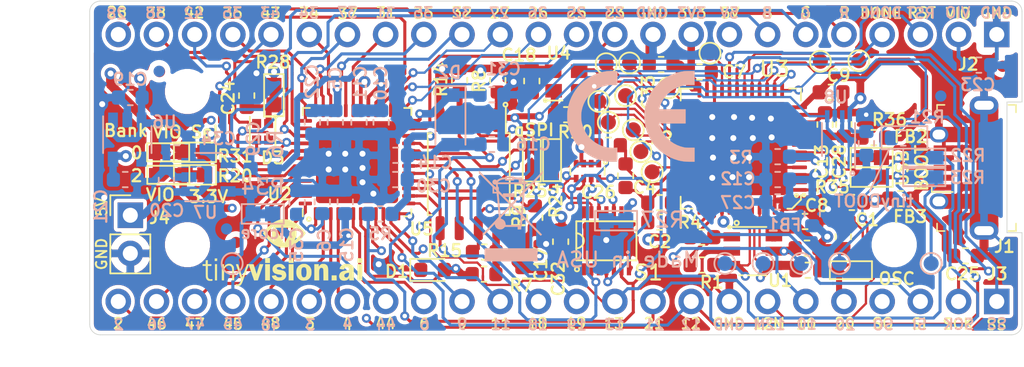
<source format=kicad_pcb>
(kicad_pcb (version 20171130) (host pcbnew "(5.1.5)-3")
  (title_block (title UpDuino) (rev 3.0) (company "tinyVision.ai Inc."))
  (layers (0 F.Cu signal) (1 In1.Cu signal) (2 In2.Cu signal) (31 B.Cu signal) (34 B.Paste user) (35 F.Paste user) (36 B.SilkS user) (37 F.SilkS user) (38 B.Mask user) (39 F.Mask user) (44 Edge.Cuts user))
  (net 0 "")
  (net 1 GND)
  (net 2 +5VD)
  (net 3 /FT_VCORE)
  (net 4 +3V3)
  (net 5 "Net-(C4-Pad1)")
  (net 6 /VCC_PLL)
  (net 7 /V_PHY)
  (net 8 /V_PLL)
  (net 9 /+1.2V_CORE)
  (net 10 /FT_RESET_N)
  (net 11 +1V2)
  (net 12 +2V5)
  (net 13 /CDONE)
  (net 14 /LED_B)
  (net 15 /LED_G)
  (net 16 /LED_R)
  (net 17 /USB_P)
  (net 18 "Net-(J1-Pad4)")
  (net 19 /USB_M)
  (net 20 /IOT_41A)
  (net 21 /IOT_50B)
  (net 22 /IOT_51A)
  (net 23 /IOT_48B)
  (net 24 /IOT_49A)
  (net 25 /IOT_44B)
  (net 26 /IOT_45A_G1)
  (net 27 /IOT_42B)
  (net 28 /IOT_46B_G0)
  (net 29 /IOT_43A)
  (net 30 /IOT_38B)
  (net 31 /IOT_39A)
  (net 32 /IOT_36B)
  (net 33 /IOT_37A)
  (net 34 /CRESET_N)
  (net 35 /IOB_6A)
  (net 36 /IOB_0A)
  (net 37 /IOB_2A)
  (net 38 /IOB_5B)
  (net 39 /IOB_4A)
  (net 40 /IOB_9B)
  (net 41 /IOB_8A)
  (net 42 /IOB_3B_G6)
  (net 43 /IOB_13B)
  (net 44 /IOB_16A)
  (net 45 /IOB_20A)
  (net 46 /IOB_31B)
  (net 47 /IOB_29B)
  (net 48 /IOB_24A)
  (net 49 /IOB_23B)
  (net 50 /IOB_22A)
  (net 51 /CLK_12M_EXT)
  (net 52 /IOB_18A)
  (net 53 /IOB_25B_G3)
  (net 54 /FLASH_MISO)
  (net 55 /FLASH_MOSI)
  (net 56 /ICE_SCK)
  (net 57 /ICE_SS)
  (net 58 /V_USB)
  (net 59 "Net-(R1-Pad2)")
  (net 60 /EE_DAT)
  (net 61 "Net-(R3-Pad1)")
  (net 62 "Net-(R10-Pad2)")
  (net 63 /CLK_12M_FT)
  (net 64 "Net-(R14-Pad1)")
  (net 65 "Net-(R15-Pad1)")
  (net 66 /EE_CS)
  (net 67 /EE_CLK)
  (net 68 "Net-(R27-Pad2)")
  (net 69 "Net-(R35-Pad1)")
  (net 70 "Net-(R36-Pad1)")
  (net 71 /ICE_MISO)
  (net 72 /ICE_MOSI)
  (net 73 "Net-(S1-Pad3)")
  (net 74 "Net-(S1-Pad5)")
  (net 75 "Net-(S1-Pad9)")
  (net 76 "Net-(TP1-Pad1)")
  (net 77 "Net-(TP2-Pad1)")
  (net 78 "Net-(TP3-Pad1)")
  (net 79 "Net-(TP4-Pad1)")
  (net 80 "Net-(TP5-Pad1)")
  (net 81 "Net-(TP6-Pad1)")
  (net 82 "Net-(TP7-Pad1)")
  (net 83 "Net-(TP8-Pad1)")
  (net 84 "Net-(TP9-Pad1)")
  (net 85 "Net-(TP10-Pad1)")
  (net 86 "Net-(TP11-Pad1)")
  (net 87 "Net-(TP12-Pad1)")
  (net 88 "Net-(U3-Pad2)")
  (net 89 "Net-(U6-Pad4)")
  (net 90 "Net-(U7-Pad4)")
  (net 91 /VIO_BANK_0_2)
  (net 92 "Net-(C22-Pad1)")
  (net 93 "Net-(C35-Pad1)")
  (net 94 "Net-(R16-Pad1)")
  (net 95 "Net-(C24-Pad1)")
  (module vs:Tiny4 (layer F.Cu) (at 112.88 94.5)
    (fp_text reference G*** hide)
    (fp_text value LOGO hide)
  )
  (module Symbol:WEEE-Logo_4.2x6mm_SilkScreen (layer B.Cu) (at 128.01 92.09 180)
    (fp_text reference REF** hide)
    (fp_text value WEEE-Logo_4.2x6mm_SilkScreen hide)
  )
  (module Symbol:CE-Logo_8.5x6mm_SilkScreen (layer B.Cu) (at 135.99 85.46)
    (fp_text reference REF** hide)
    (fp_text value CE-Logo_8.5x6mm_SilkScreen hide)
  )
  (module vs:Oscillator_SMD_Abracon_ASDMB-4Pin_2.5x2.0mm (layer F.Cu) (at 131.7 83.1)
    (fp_text reference U4 (at -0.51 -1.85) (layer F.SilkS) (effects (font (size 0.8 0.8))))
    (fp_text value "SG-210STF 12.0000ML3")
    (pad 4 smd rect (at -0.88 -0.65) (size 1.1 0.9) (layers F.Cu F.Paste F.Mask) (net 4 +3V3))
    (pad 3 smd rect (at 0.85 -0.65) (size 1.1 0.9) (layers F.Cu F.Paste F.Mask) (net 63 /CLK_12M_FT))
    (pad 2 smd rect (at 0.85 0.65) (size 1.1 0.9) (layers F.Cu F.Paste F.Mask) (net 1 GND))
    (pad 1 smd rect (at -0.85 0.65) (size 1.1 0.9) (layers F.Cu F.Paste F.Mask) (net 62 "Net-(R10-Pad2)"))
  )
  (module vs:QFN-48-1EP_8x8mm_P0.5mm_EP6.2x6.2mm (layer F.Cu) (at 143.2984 87.6012 180)
    (fp_text reference U3 (at -2.2416 5.3012) (layer F.SilkS))
    (fp_text value FT232H)
    (pad 48 smd roundrect (at -2.75 -3.9 180) (size 0.25 1) (layers F.Cu F.Paste F.Mask) (net 1 GND))
    (pad 47 smd roundrect (at -2.25 -3.9 180) (size 0.25 1) (layers F.Cu F.Paste F.Mask) (net 1 GND))
    (pad 46 smd roundrect (at -1.75 -3.9 180) (size 0.25 1) (layers F.Cu F.Paste F.Mask) (net 4 +3V3))
    (pad 45 smd roundrect (at -1.25 -3.9 180) (size 0.25 1) (layers F.Cu F.Paste F.Mask) (net 66 /EE_CS))
    (pad 44 smd roundrect (at -0.75 -3.9 180) (size 0.25 1) (layers F.Cu F.Paste F.Mask) (net 67 /EE_CLK))
    (pad 43 smd roundrect (at -0.25 -3.9 180) (size 0.25 1) (layers F.Cu F.Paste F.Mask) (net 60 /EE_DAT))
    (pad 42 smd roundrect (at 0.25 -3.9 180) (size 0.25 1) (layers F.Cu F.Paste F.Mask) (net 1 GND))
    (pad 41 smd roundrect (at 0.75 -3.9 180) (size 0.25 1) (layers F.Cu F.Paste F.Mask) (net 1 GND))
    (pad 40 smd roundrect (at 1.25 -3.9 180) (size 0.25 1) (layers F.Cu F.Paste F.Mask) (net 2 +5VD))
    (pad 39 smd roundrect (at 1.75 -3.9 180) (size 0.25 1) (layers F.Cu F.Paste F.Mask) (net 4 +3V3))
    (pad 38 smd roundrect (at 2.25 -3.9 180) (size 0.25 1) (layers F.Cu F.Paste F.Mask) (net 3 /FT_VCORE))
    (pad 37 smd roundrect (at 2.75 -3.9 180) (size 0.25 1) (layers F.Cu F.Paste F.Mask) (net 5 "Net-(C4-Pad1)"))
    (pad 36 smd roundrect (at 3.9 -2.75 180) (size 1 0.25) (layers F.Cu F.Paste F.Mask) (net 1 GND))
    (pad 35 smd roundrect (at 3.9 -2.25 180) (size 1 0.25) (layers F.Cu F.Paste F.Mask) (net 1 GND))
    (pad 34 smd roundrect (at 3.9 -1.75 180) (size 1 0.25) (layers F.Cu F.Paste F.Mask) (net 10 /FT_RESET_N))
    (pad 33 smd roundrect (at 3.9 -1.25 180) (size 1 0.25) (layers F.Cu F.Paste F.Mask) (net 85 "Net-(TP10-Pad1)"))
    (pad 32 smd roundrect (at 3.9 -0.75 180) (size 1 0.25) (layers F.Cu F.Paste F.Mask) (net 84 "Net-(TP9-Pad1)"))
    (pad 31 smd roundrect (at 3.9 -0.25 180) (size 1 0.25) (layers F.Cu F.Paste F.Mask) (net 83 "Net-(TP8-Pad1)"))
    (pad 30 smd roundrect (at 3.9 0.25 180) (size 1 0.25) (layers F.Cu F.Paste F.Mask) (net 82 "Net-(TP7-Pad1)"))
    (pad 29 smd roundrect (at 3.9 0.75 180) (size 1 0.25) (layers F.Cu F.Paste F.Mask) (net 81 "Net-(TP6-Pad1)"))
    (pad 28 smd roundrect (at 3.9 1.25 180) (size 1 0.25) (layers F.Cu F.Paste F.Mask) (net 80 "Net-(TP5-Pad1)"))
    (pad 27 smd roundrect (at 3.9 1.75 180) (size 1 0.25) (layers F.Cu F.Paste F.Mask) (net 79 "Net-(TP4-Pad1)"))
    (pad 26 smd roundrect (at 3.9 2.25 180) (size 1 0.25) (layers F.Cu F.Paste F.Mask) (net 78 "Net-(TP3-Pad1)"))
    (pad 25 smd roundrect (at 3.9 2.75 180) (size 1 0.25) (layers F.Cu F.Paste F.Mask) (net 77 "Net-(TP2-Pad1)"))
    (pad 24 smd roundrect (at 2.75 3.9 180) (size 0.25 1) (layers F.Cu F.Paste F.Mask) (net 4 +3V3))
    (pad 23 smd roundrect (at 2.25 3.9 180) (size 0.25 1) (layers F.Cu F.Paste F.Mask) (net 1 GND))
    (pad 22 smd roundrect (at 1.75 3.9 180) (size 0.25 1) (layers F.Cu F.Paste F.Mask) (net 1 GND))
    (pad 21 smd roundrect (at 1.25 3.9 180) (size 0.25 1) (layers F.Cu F.Paste F.Mask) (net 76 "Net-(TP1-Pad1)"))
    (pad 20 smd roundrect (at 0.75 3.9 180) (size 0.25 1) (layers F.Cu F.Paste F.Mask) (net 34 /CRESET_N))
    (pad 19 smd roundrect (at 0.25 3.9 180) (size 0.25 1) (layers F.Cu F.Paste F.Mask) (net 13 /CDONE))
    (pad 18 smd roundrect (at -0.25 3.9 180) (size 0.25 1) (layers F.Cu F.Paste F.Mask) (net 87 "Net-(TP12-Pad1)"))
    (pad 17 smd roundrect (at -0.75 3.9 180) (size 0.25 1) (layers F.Cu F.Paste F.Mask) (net 57 /ICE_SS))
    (pad 16 smd roundrect (at -1.25 3.9 180) (size 0.25 1) (layers F.Cu F.Paste F.Mask) (net 86 "Net-(TP11-Pad1)"))
    (pad 15 smd roundrect (at -1.75 3.9 180) (size 0.25 1) (layers F.Cu F.Paste F.Mask) (net 71 /ICE_MISO))
    (pad 14 smd roundrect (at -2.25 3.9 180) (size 0.25 1) (layers F.Cu F.Paste F.Mask) (net 72 /ICE_MOSI))
    (pad 13 smd roundrect (at -2.75 3.9 180) (size 0.25 1) (layers F.Cu F.Paste F.Mask) (net 56 /ICE_SCK))
    (pad 12 smd roundrect (at -3.9 2.75 180) (size 1 0.25) (layers F.Cu F.Paste F.Mask) (net 4 +3V3))
    (pad 11 smd roundrect (at -3.9 2.25 180) (size 1 0.25) (layers F.Cu F.Paste F.Mask) (net 1 GND))
    (pad 10 smd roundrect (at -3.9 1.75 180) (size 1 0.25) (layers F.Cu F.Paste F.Mask) (net 1 GND))
    (pad 9 smd roundrect (at -3.9 1.25 180) (size 1 0.25) (layers F.Cu F.Paste F.Mask) (net 1 GND))
    (pad 8 smd roundrect (at -3.9 0.75 180) (size 1 0.25) (layers F.Cu F.Paste F.Mask) (net 8 /V_PLL))
    (pad 7 smd roundrect (at -3.9 0.25 180) (size 1 0.25) (layers F.Cu F.Paste F.Mask) (net 70 "Net-(R36-Pad1)"))
    (pad 6 smd roundrect (at -3.9 -0.25 180) (size 1 0.25) (layers F.Cu F.Paste F.Mask) (net 69 "Net-(R35-Pad1)"))
    (pad 5 smd roundrect (at -3.9 -0.75 180) (size 1 0.25) (layers F.Cu F.Paste F.Mask) (net 61 "Net-(R3-Pad1)"))
    (pad 4 smd roundrect (at -3.9 -1.25 180) (size 1 0.25) (layers F.Cu F.Paste F.Mask) (net 1 GND))
    (pad 3 smd roundrect (at -3.9 -1.75 180) (size 1 0.25) (layers F.Cu F.Paste F.Mask) (net 7 /V_PHY))
    (pad 2 smd roundrect (at -3.9 -2.25 180) (size 1 0.25) (layers F.Cu F.Paste F.Mask) (net 88 "Net-(U3-Pad2)"))
    (pad 1 smd roundrect (at -3.9 -2.75 180) (size 1 0.25) (layers F.Cu F.Paste F.Mask) (net 63 /CLK_12M_FT))
    (pad 49 smd roundrect (at 0 0 180) (size 6.2 6.2) (layers F.Cu F.Mask) (roundrect_rratio 0.046) (net 1 GND))
  )
  (module vs:SOT-23-6 (layer F.Cu) (at 144.1 94.428)
    (fp_text reference U1 (at 1.82 1.952) (layer F.SilkS) (effects (font (size 0.8 0.8))))
    (fp_text value 93LC56BT-I/OT)
    (pad 5 smd rect (at 1.4 0) (size 1.1 0.6) (layers F.Cu F.Paste F.Mask) (net 66 /EE_CS))
    (pad 6 smd rect (at 1.4 -0.95) (size 1.1 0.6) (layers F.Cu F.Paste F.Mask) (net 4 +3V3))
    (pad 4 smd rect (at 1.4 0.95) (size 1.1 0.6) (layers F.Cu F.Paste F.Mask) (net 67 /EE_CLK))
    (pad 3 smd rect (at -1.4 0.95) (size 1.1 0.6) (layers F.Cu F.Paste F.Mask) (net 60 /EE_DAT))
    (pad 2 smd rect (at -1.4 0) (size 1.1 0.6) (layers F.Cu F.Paste F.Mask) (net 1 GND))
    (pad 1 smd rect (at -1.4 -0.95) (size 1.1 0.6) (layers F.Cu F.Paste F.Mask) (net 59 "Net-(R1-Pad2)"))
  )
  (module Package_DFN_QFN:QFN-48-1EP_7x7mm_P0.5mm_EP5.6x5.6mm (layer F.Cu) (at 117.7798 88.5034 90)
    (fp_text reference U2 (at -2.1166 -5.1498) (layer F.SilkS) (effects (font (size 0.8 0.8))))
    (fp_text value ICE40UP5K-SG48ITR)
    (pad 48 smd roundrect (at -2.75 -3.4375 90) (size 0.25 0.875) (layers F.Cu F.Paste F.Mask) (net 39 /IOB_4A))
    (pad 47 smd roundrect (at -2.25 -3.4375 90) (size 0.25 0.875) (layers F.Cu F.Paste F.Mask) (net 37 /IOB_2A))
    (pad 46 smd roundrect (at -1.75 -3.4375 90) (size 0.25 0.875) (layers F.Cu F.Paste F.Mask) (net 36 /IOB_0A))
    (pad 45 smd roundrect (at -1.25 -3.4375 90) (size 0.25 0.875) (layers F.Cu F.Paste F.Mask) (net 38 /IOB_5B))
    (pad 44 smd roundrect (at -0.75 -3.4375 90) (size 0.25 0.875) (layers F.Cu F.Paste F.Mask) (net 42 /IOB_3B_G6))
    (pad 43 smd roundrect (at -0.25 -3.4375 90) (size 0.25 0.875) (layers F.Cu F.Paste F.Mask) (net 24 /IOT_49A))
    (pad 42 smd roundrect (at 0.25 -3.4375 90) (size 0.25 0.875) (layers F.Cu F.Paste F.Mask) (net 22 /IOT_51A))
    (pad 41 smd roundrect (at 0.75 -3.4375 90) (size 0.25 0.875) (layers F.Cu F.Paste F.Mask) (net 14 /LED_B))
    (pad 40 smd roundrect (at 1.25 -3.4375 90) (size 0.25 0.875) (layers F.Cu F.Paste F.Mask) (net 15 /LED_G))
    (pad 39 smd roundrect (at 1.75 -3.4375 90) (size 0.25 0.875) (layers F.Cu F.Paste F.Mask) (net 16 /LED_R))
    (pad 38 smd roundrect (at 2.25 -3.4375 90) (size 0.25 0.875) (layers F.Cu F.Paste F.Mask) (net 21 /IOT_50B))
    (pad 37 smd roundrect (at 2.75 -3.4375 90) (size 0.25 0.875) (layers F.Cu F.Paste F.Mask) (net 26 /IOT_45A_G1))
    (pad 36 smd roundrect (at 3.4375 -2.75 90) (size 0.875 0.25) (layers F.Cu F.Paste F.Mask) (net 23 /IOT_48B))
    (pad 35 smd roundrect (at 3.4375 -2.25 90) (size 0.875 0.25) (layers F.Cu F.Paste F.Mask) (net 28 /IOT_46B_G0))
    (pad 34 smd roundrect (at 3.4375 -1.75 90) (size 0.875 0.25) (layers F.Cu F.Paste F.Mask) (net 25 /IOT_44B))
    (pad 33 smd roundrect (at 3.4375 -1.25 90) (size 0.875 0.25) (layers F.Cu F.Paste F.Mask) (net 92 "Net-(C22-Pad1)"))
    (pad 32 smd roundrect (at 3.4375 -0.75 90) (size 0.875 0.25) (layers F.Cu F.Paste F.Mask) (net 29 /IOT_43A))
    (pad 31 smd roundrect (at 3.4375 -0.25 90) (size 0.875 0.25) (layers F.Cu F.Paste F.Mask) (net 27 /IOT_42B))
    (pad 30 smd roundrect (at 3.4375 0.25 90) (size 0.875 0.25) (layers F.Cu F.Paste F.Mask) (net 9 /+1.2V_CORE))
    (pad 29 smd roundrect (at 3.4375 0.75 90) (size 0.875 0.25) (layers F.Cu F.Paste F.Mask) (net 6 /VCC_PLL))
    (pad 28 smd roundrect (at 3.4375 1.25 90) (size 0.875 0.25) (layers F.Cu F.Paste F.Mask) (net 20 /IOT_41A))
    (pad 27 smd roundrect (at 3.4375 1.75 90) (size 0.875 0.25) (layers F.Cu F.Paste F.Mask) (net 30 /IOT_38B))
    (pad 26 smd roundrect (at 3.4375 2.25 90) (size 0.875 0.25) (layers F.Cu F.Paste F.Mask) (net 31 /IOT_39A))
    (pad 25 smd roundrect (at 3.4375 2.75 90) (size 0.875 0.25) (layers F.Cu F.Paste F.Mask) (net 32 /IOT_36B))
    (pad 24 smd roundrect (at 2.75 3.4375 90) (size 0.25 0.875) (layers F.Cu F.Paste F.Mask) (net 12 +2V5))
    (pad 23 smd roundrect (at 2.25 3.4375 90) (size 0.25 0.875) (layers F.Cu F.Paste F.Mask) (net 33 /IOT_37A))
    (pad 22 smd roundrect (at 1.75 3.4375 90) (size 0.25 0.875) (layers F.Cu F.Paste F.Mask) (net 4 +3V3))
    (pad 21 smd roundrect (at 1.25 3.4375 90) (size 0.25 0.875) (layers F.Cu F.Paste F.Mask) (net 49 /IOB_23B))
    (pad 20 smd roundrect (at 0.75 3.4375 90) (size 0.25 0.875) (layers F.Cu F.Paste F.Mask) (net 53 /IOB_25B_G3))
    (pad 19 smd roundrect (at 0.25 3.4375 90) (size 0.25 0.875) (layers F.Cu F.Paste F.Mask) (net 47 /IOB_29B))
    (pad 18 smd roundrect (at -0.25 3.4375 90) (size 0.25 0.875) (layers F.Cu F.Paste F.Mask) (net 46 /IOB_31B))
    (pad 17 smd roundrect (at -0.75 3.4375 90) (size 0.25 0.875) (layers F.Cu F.Paste F.Mask) (net 54 /FLASH_MISO))
    (pad 16 smd roundrect (at -1.25 3.4375 90) (size 0.25 0.875) (layers F.Cu F.Paste F.Mask) (net 57 /ICE_SS))
    (pad 15 smd roundrect (at -1.75 3.4375 90) (size 0.25 0.875) (layers F.Cu F.Paste F.Mask) (net 56 /ICE_SCK))
    (pad 14 smd roundrect (at -2.25 3.4375 90) (size 0.25 0.875) (layers F.Cu F.Paste F.Mask) (net 55 /FLASH_MOSI))
    (pad 13 smd roundrect (at -2.75 3.4375 90) (size 0.25 0.875) (layers F.Cu F.Paste F.Mask) (net 48 /IOB_24A))
    (pad 12 smd roundrect (at -3.4375 2.75 90) (size 0.875 0.25) (layers F.Cu F.Paste F.Mask) (net 50 /IOB_22A))
    (pad 11 smd roundrect (at -3.4375 2.25 90) (size 0.875 0.25) (layers F.Cu F.Paste F.Mask) (net 45 /IOB_20A))
    (pad 10 smd roundrect (at -3.4375 1.75 90) (size 0.875 0.25) (layers F.Cu F.Paste F.Mask) (net 52 /IOB_18A))
    (pad 9 smd roundrect (at -3.4375 1.25 90) (size 0.875 0.25) (layers F.Cu F.Paste F.Mask) (net 44 /IOB_16A))
    (pad 8 smd roundrect (at -3.4375 0.75 90) (size 0.875 0.25) (layers F.Cu F.Paste F.Mask) (net 34 /CRESET_N))
    (pad 7 smd roundrect (at -3.4375 0.25 90) (size 0.875 0.25) (layers F.Cu F.Paste F.Mask) (net 13 /CDONE))
    (pad 6 smd roundrect (at -3.4375 -0.25 90) (size 0.875 0.25) (layers F.Cu F.Paste F.Mask) (net 43 /IOB_13B))
    (pad 5 smd roundrect (at -3.4375 -0.75 90) (size 0.875 0.25) (layers F.Cu F.Paste F.Mask) (net 9 /+1.2V_CORE))
    (pad 4 smd roundrect (at -3.4375 -1.25 90) (size 0.875 0.25) (layers F.Cu F.Paste F.Mask) (net 41 /IOB_8A))
    (pad 3 smd roundrect (at -3.4375 -1.75 90) (size 0.875 0.25) (layers F.Cu F.Paste F.Mask) (net 40 /IOB_9B))
    (pad 2 smd roundrect (at -3.4375 -2.25 90) (size 0.875 0.25) (layers F.Cu F.Paste F.Mask) (net 35 /IOB_6A))
    (pad 1 smd roundrect (at -3.4375 -2.75 90) (size 0.875 0.25) (layers F.Cu F.Paste F.Mask) (net 93 "Net-(C35-Pad1)"))
    (pad 49 smd roundrect (at 0 0 90) (size 5.46 5.46) (layers F.Cu F.Mask) (roundrect_rratio 0.045) (net 1 GND))
  )
  (module Capacitor_SMD:C_0603_1608Metric (layer F.Cu) (at 140.55 82.5)
    (fp_text reference C7 (at 2.3 -0.01) (layer F.SilkS) (effects (font (size 0.8 0.8))))
    (fp_text value 0.1u)
    (pad 2 smd roundrect (at 0.7875 0) (size 0.875 0.95) (layers F.Cu F.Paste F.Mask) (net 1 GND))
    (pad 1 smd roundrect (at -0.7875 0) (size 0.875 0.95) (layers F.Cu F.Paste F.Mask) (net 4 +3V3))
  )
  (module TestPoint:TestPoint_Pad_D1.0mm (layer F.Cu) (at 138.5 83.55)
    (fp_text reference TP2 hide)
    (fp_text value TestPoint)
    (pad 1 smd circle (at 0 0) (size 1 1) (layers F.Cu F.Mask) (net 77 "Net-(TP2-Pad1)"))
  )
  (module vs:SolderJumper-2_0603_Open_TrianglePad1.0x1.5mm (layer F.Cu) (at 150.622 95.7 180)
    (fp_text reference R16 hide)
    (fp_text value JUMPER)
    (pad 2 smd custom (at 0.7875 0 180) (size 0.5 0.9) (layers F.Cu F.Paste F.Mask) (net 53 /IOB_25B_G3) (options (clearance outline) (anchor rect)) (primitives (gr_poly (pts (xy -0.8 -0.455) (xy 0.5 -0.455) (xy 0.5 0.455) (xy -0.8 0.455) (xy -0.3 0)) (width 0))))
    (pad 1 smd custom (at -0.7875 0 180) (size 0.875 0.9) (layers F.Cu F.Paste F.Mask) (net 94 "Net-(R16-Pad1)") (options (clearance outline) (anchor rect)) (primitives (gr_poly (pts (xy -0.5 -0.455) (xy 0.5 -0.455) (xy 1 0) (xy 0.5 0.455) (xy -0.5 0.455)) (width 0))))
  )
  (module Connector_PinHeader_2.54mm:PinHeader_1x02_P2.54mm_Vertical (layer F.Cu) (at 102.7 92.04)
    (fp_text reference J4 (at 1.948 0.162) (layer F.SilkS) (effects (font (size 0.8 0.8))))
    (fp_text value "5V Power")
    (pad 2 thru_hole oval (at 0 2.54) (size 1.7 1.7) (drill 1) (layers *.Cu *.Mask) (net 1 GND))
    (pad 1 thru_hole rect (at 0 0) (size 1.7 1.7) (drill 1) (layers *.Cu *.Mask) (net 2 +5VD))
  )
  (module Capacitor_SMD:C_0603_1608Metric (layer F.Cu) (at 135.636 89.408 90)
    (fp_text reference C26 (at -1.1 -1.8) (layer F.SilkS) (effects (font (size 0.8 0.8))))
    (fp_text value 10n)
    (pad 2 smd roundrect (at 0.7875 0 90) (size 0.875 0.95) (layers F.Cu F.Paste F.Mask) (net 10 /FT_RESET_N))
    (pad 1 smd roundrect (at -0.7875 0 90) (size 0.875 0.95) (layers F.Cu F.Paste F.Mask) (net 1 GND))
  )
  (module Package_SO:SOIC-8_5.23x5.23mm_P1.27mm (layer F.Cu) (at 125.2078 89.2972 270)
    (fp_text reference U5 (at 3.6528 3.1328 180) (layer F.SilkS) (effects (font (size 0.8 0.8))))
    (fp_text value W25Q32JVSSIM)
    (pad 8 smd roundrect (at 3.6 -1.905 270) (size 1.6 0.6) (layers F.Cu F.Paste F.Mask) (net 4 +3V3))
    (pad 7 smd roundrect (at 3.6 -0.635 270) (size 1.6 0.6) (layers F.Cu F.Paste F.Mask) (net 65 "Net-(R15-Pad1)"))
    (pad 6 smd roundrect (at 3.6 0.635 270) (size 1.6 0.6) (layers F.Cu F.Paste F.Mask) (net 56 /ICE_SCK))
    (pad 5 smd roundrect (at 3.6 1.905 270) (size 1.6 0.6) (layers F.Cu F.Paste F.Mask) (net 55 /FLASH_MOSI))
    (pad 4 smd roundrect (at -3.6 1.905 270) (size 1.6 0.6) (layers F.Cu F.Paste F.Mask) (net 1 GND))
    (pad 3 smd roundrect (at -3.6 0.635 270) (size 1.6 0.6) (layers F.Cu F.Paste F.Mask) (net 64 "Net-(R14-Pad1)"))
    (pad 2 smd roundrect (at -3.6 -0.635 270) (size 1.6 0.6) (layers F.Cu F.Paste F.Mask) (net 54 /FLASH_MISO))
    (pad 1 smd roundrect (at -3.6 -1.905 270) (size 1.6 0.6) (layers F.Cu F.Paste F.Mask) (net 57 /ICE_SS))
  )
  (module TestPoint:TestPoint_Pad_D1.0mm (layer F.Cu) (at 151.15 81.75)
    (fp_text reference TP11 hide)
    (fp_text value TestPoint)
    (pad 1 smd circle (at 0 0) (size 1 1) (layers F.Cu F.Mask) (net 86 "Net-(TP11-Pad1)"))
  )
  (module Resistor_SMD:R_Array_Concave_4x0402 (layer F.Cu) (at 133.1 89.1 270)
    (fp_text reference RN1 hide)
    (fp_text value YC124-JR-071KL)
    (pad 5 smd rect (at 0.5 0.75 270) (size 0.5 0.32) (layers F.Cu F.Paste F.Mask) (net 71 /ICE_MISO))
    (pad 6 smd rect (at 0.5 0.25 270) (size 0.5 0.32) (layers F.Cu F.Paste F.Mask) (net 72 /ICE_MOSI))
    (pad 8 smd rect (at 0.5 -0.75 270) (size 0.5 0.32) (layers F.Cu F.Paste F.Mask) (net 54 /FLASH_MISO))
    (pad 7 smd rect (at 0.5 -0.25 270) (size 0.5 0.32) (layers F.Cu F.Paste F.Mask) (net 55 /FLASH_MOSI))
    (pad 4 smd rect (at -0.5 0.75 270) (size 0.5 0.32) (layers F.Cu F.Paste F.Mask) (net 4 +3V3))
    (pad 2 smd rect (at -0.5 -0.25 270) (size 0.5 0.32) (layers F.Cu F.Paste F.Mask) (net 4 +3V3))
    (pad 3 smd rect (at -0.5 0.25 270) (size 0.5 0.32) (layers F.Cu F.Paste F.Mask) (net 4 +3V3))
    (pad 1 smd rect (at -0.5 -0.75 270) (size 0.5 0.32) (layers F.Cu F.Paste F.Mask) (net 4 +3V3))
  )
  (module Resistor_SMD:R_0603_1608Metric (layer B.Cu) (at 154.1 86.9 180)
    (fp_text reference R21 (at -1.6 1.4 180) (layer B.SilkS) (effects (font (size 0.8 0.8)) (justify mirror)))
    (fp_text value DNI)
    (pad 2 smd roundrect (at 0.7875 0 180) (size 0.875 0.95) (layers B.Cu B.Paste B.Mask) (net 50 /IOB_22A))
    (pad 1 smd roundrect (at -0.7875 0 180) (size 0.875 0.95) (layers B.Cu B.Paste B.Mask) (net 17 /USB_P))
  )
  (module Resistor_SMD:R_0603_1608Metric (layer F.Cu) (at 147.7645 95.7)
    (fp_text reference R18 hide)
    (fp_text value 10K)
    (pad 2 smd roundrect (at 0.7875 0) (size 0.875 0.95) (layers F.Cu F.Paste F.Mask) (net 4 +3V3))
    (pad 1 smd roundrect (at -0.7875 0) (size 0.875 0.95) (layers F.Cu F.Paste F.Mask) (net 67 /EE_CLK))
  )
  (module Resistor_SMD:R_0603_1608Metric (layer F.Cu) (at 147.701 94.234 180)
    (fp_text reference R17 hide)
    (fp_text value 10K)
    (pad 2 smd roundrect (at 0.7875 0 180) (size 0.875 0.95) (layers F.Cu F.Paste F.Mask) (net 66 /EE_CS))
    (pad 1 smd roundrect (at -0.7875 0 180) (size 0.875 0.95) (layers F.Cu F.Paste F.Mask) (net 4 +3V3))
  )
  (module Resistor_SMD:R_0603_1608Metric (layer F.Cu) (at 126.238 94.488)
    (fp_text reference R15 (at -2.638 -0.088 -180) (layer F.SilkS) (effects (font (size 0.8 0.8))))
    (fp_text value 10K)
    (pad 2 smd roundrect (at 0.7875 0) (size 0.875 0.95) (layers F.Cu F.Paste F.Mask) (net 4 +3V3))
    (pad 1 smd roundrect (at -0.7875 0) (size 0.875 0.95) (layers F.Cu F.Paste F.Mask) (net 65 "Net-(R15-Pad1)"))
  )
  (module Resistor_SMD:R_0603_1608Metric (layer F.Cu) (at 124.5982 83.0488 90)
    (fp_text reference R14 (at 0.0488 -1.2482 90) (layer F.SilkS) (effects (font (size 0.8 0.8))))
    (fp_text value 10K)
    (pad 2 smd roundrect (at 0.7875 0 90) (size 0.875 0.95) (layers F.Cu F.Paste F.Mask) (net 4 +3V3))
    (pad 1 smd roundrect (at -0.7875 0 90) (size 0.875 0.95) (layers F.Cu F.Paste F.Mask) (net 64 "Net-(R14-Pad1)"))
  )
  (module Resistor_SMD:R_0603_1608Metric (layer F.Cu) (at 131.7 85.344 180)
    (fp_text reference R10 (at -0.6 -1.156) (layer F.SilkS) (effects (font (size 0.8 0.8))))
    (fp_text value DNI)
    (pad 2 smd roundrect (at 0.7875 0 180) (size 0.875 0.95) (layers F.Cu F.Paste F.Mask) (net 62 "Net-(R10-Pad2)"))
    (pad 1 smd roundrect (at -0.7875 0 180) (size 0.875 0.95) (layers F.Cu F.Paste F.Mask) (net 1 GND))
  )
  (module Resistor_SMD:R_0603_1608Metric (layer F.Cu) (at 129.6 92.2 270)
    (fp_text reference R9 (at -0.09 1.06 270) (layer F.SilkS) (effects (font (size 0.8 0.8))))
    (fp_text value 10K)
    (pad 2 smd roundrect (at 0.7875 0 270) (size 0.875 0.95) (layers F.Cu F.Paste F.Mask) (net 4 +3V3))
    (pad 1 smd roundrect (at -0.7875 0 270) (size 0.875 0.95) (layers F.Cu F.Paste F.Mask) (net 56 /ICE_SCK))
  )
  (module Resistor_SMD:R_0603_1608Metric (layer F.Cu) (at 127.1382 83.0488 90)
    (fp_text reference R8 (at -0.0512 -1.2382 90) (layer F.SilkS) (effects (font (size 0.8 0.8))))
    (fp_text value 10K)
    (pad 2 smd roundrect (at 0.7875 0 90) (size 0.875 0.95) (layers F.Cu F.Paste F.Mask) (net 4 +3V3))
    (pad 1 smd roundrect (at -0.7875 0 90) (size 0.875 0.95) (layers F.Cu F.Paste F.Mask) (net 57 /ICE_SS))
  )
  (module Resistor_SMD:R_0603_1608Metric (layer F.Cu) (at 126.2253 95.9612)
    (fp_text reference R7 (at 2.4747 0.7388 180) (layer F.SilkS) (effects (font (size 0.8 0.8))))
    (fp_text value 2.2K)
    (pad 2 smd roundrect (at 0.7875 0) (size 0.875 0.95) (layers F.Cu F.Paste F.Mask) (net 4 +3V3))
    (pad 1 smd roundrect (at -0.7875 0) (size 0.875 0.95) (layers F.Cu F.Paste F.Mask) (net 13 /CDONE))
  )
  (module Resistor_SMD:R_0603_1608Metric (layer B.Cu) (at 119.3165 91.948)
    (fp_text reference R5 (at 0.0085 1.327) (layer B.SilkS) (effects (font (size 0.8 0.8)) (justify mirror)))
    (fp_text value 10K)
    (pad 2 smd roundrect (at 0.7875 0) (size 0.875 0.95) (layers B.Cu B.Paste B.Mask) (net 4 +3V3))
    (pad 1 smd roundrect (at -0.7875 0) (size 0.875 0.95) (layers B.Cu B.Paste B.Mask) (net 34 /CRESET_N))
  )
  (module Resistor_SMD:R_0603_1608Metric (layer F.Cu) (at 140.716 93.5 180)
    (fp_text reference R4 (at 0.816 0.99) (layer F.SilkS) (effects (font (size 0.8 0.8))))
    (fp_text value 10K)
    (pad 2 smd roundrect (at 0.7875 0 180) (size 0.875 0.95) (layers F.Cu F.Paste F.Mask) (net 4 +3V3))
    (pad 1 smd roundrect (at -0.7875 0 180) (size 0.875 0.95) (layers F.Cu F.Paste F.Mask) (net 59 "Net-(R1-Pad2)"))
  )
  (module Resistor_SMD:R_0603_1608Metric (layer B.Cu) (at 145.75 88.138 180)
    (fp_text reference R3 (at 2.45 -0.05) (layer B.SilkS) (effects (font (size 0.8 0.8)) (justify mirror)))
    (fp_text value 12K)
    (pad 2 smd roundrect (at 0.7875 0 180) (size 0.875 0.95) (layers B.Cu B.Paste B.Mask) (net 1 GND))
    (pad 1 smd roundrect (at -0.7875 0 180) (size 0.875 0.95) (layers B.Cu B.Paste B.Mask) (net 61 "Net-(R3-Pad1)"))
  )
  (module Resistor_SMD:R_0603_1608Metric (layer F.Cu) (at 134.5 87.376 180)
    (fp_text reference R2 (at -3.51 0.486 180) (layer F.SilkS) (effects (font (size 0.8 0.8))))
    (fp_text value 10K)
    (pad 2 smd roundrect (at 0.7875 0 180) (size 0.875 0.95) (layers F.Cu F.Paste F.Mask) (net 4 +3V3))
    (pad 1 smd roundrect (at -0.7875 0 180) (size 0.875 0.95) (layers F.Cu F.Paste F.Mask) (net 10 /FT_RESET_N))
  )
  (module Resistor_SMD:R_0603_1608Metric (layer F.Cu) (at 140.716 95.35 180)
    (fp_text reference R1 (at -0.65 -1.15) (layer F.SilkS) (effects (font (size 0.8 0.8))))
    (fp_text value 2.2K)
    (pad 2 smd roundrect (at 0.7875 0 180) (size 0.875 0.95) (layers F.Cu F.Paste F.Mask) (net 59 "Net-(R1-Pad2)"))
    (pad 1 smd roundrect (at -0.7875 0 180) (size 0.875 0.95) (layers F.Cu F.Paste F.Mask) (net 60 /EE_DAT))
  )
  (module Inductor_SMD:L_0603_1608Metric (layer F.Cu) (at 153.924 90.932)
    (fp_text reference FB3 (at 0.636 1.198 180) (layer F.SilkS) (effects (font (size 0.8 0.8))))
    (fp_text value BLM18HE152SN1D)
    (pad 2 smd roundrect (at 0.7875 0) (size 0.875 0.95) (layers F.Cu F.Paste F.Mask) (net 58 /V_USB))
    (pad 1 smd roundrect (at -0.7875 0) (size 0.875 0.95) (layers F.Cu F.Paste F.Mask) (net 2 +5VD))
  )
  (module Inductor_SMD:L_0603_1608Metric (layer F.Cu) (at 152.146 86.868)
    (fp_text reference FB2 (at 2.454 -0.068) (layer F.SilkS) (effects (font (size 0.8 0.8))))
    (fp_text value BLM18HE152SN1D)
    (pad 2 smd roundrect (at 0.7875 0) (size 0.875 0.95) (layers F.Cu F.Paste F.Mask) (net 4 +3V3))
    (pad 1 smd roundrect (at -0.7875 0) (size 0.875 0.95) (layers F.Cu F.Paste F.Mask) (net 8 /V_PLL))
  )
  (module Inductor_SMD:L_0603_1608Metric (layer B.Cu) (at 148.05 91.95 270)
    (fp_text reference FB1 (at 0.75 1.85 180) (layer B.SilkS) (effects (font (size 0.8 0.8)) (justify mirror)))
    (fp_text value BLM18HE152SN1D)
    (pad 2 smd roundrect (at 0.7875 0 270) (size 0.875 0.95) (layers B.Cu B.Paste B.Mask) (net 4 +3V3))
    (pad 1 smd roundrect (at -0.7875 0 270) (size 0.875 0.95) (layers B.Cu B.Paste B.Mask) (net 7 /V_PHY))
  )
  (module Diode_SMD:D_SOD-123 (layer B.Cu) (at 123.9886 85.6904 270)
    (fp_text reference D2 (at -3.1654 0.0636) (layer B.SilkS) (effects (font (size 0.8 0.8)) (justify mirror)))
    (fp_text value 1N4148W-TP)
    (pad 2 smd rect (at 1.65 0 270) (size 0.9 1.2) (layers B.Cu B.Paste B.Mask) (net 4 +3V3))
    (pad 1 smd rect (at -1.65 0 270) (size 0.9 1.2) (layers B.Cu B.Paste B.Mask) (net 12 +2V5))
  )
  (module LED_SMD:LED_0603_1608Metric (layer F.Cu) (at 122.8 95.68)
    (fp_text reference D1 (at -2.3786 0.1034 180) (layer F.SilkS) (effects (font (size 0.8 0.8))))
    (fp_text value HSMG-C120)
    (pad 2 smd roundrect (at 0.7875 0) (size 0.875 0.95) (layers F.Cu F.Paste F.Mask) (net 13 /CDONE))
    (pad 1 smd roundrect (at -0.7875 0) (size 0.875 0.95) (layers F.Cu F.Paste F.Mask) (net 1 GND))
  )
  (module Capacitor_SMD:C_0603_1608Metric (layer B.Cu) (at 105.8 86.868 180)
    (fp_text reference C34 (at -2.7596 -0.0712) (layer B.SilkS) (effects (font (size 0.8 0.8)) (justify mirror)))
    (fp_text value DNI)
    (pad 2 smd roundrect (at 0.7875 0 180) (size 0.875 0.95) (layers B.Cu B.Paste B.Mask) (net 1 GND))
    (pad 1 smd roundrect (at -0.7875 0 180) (size 0.875 0.95) (layers B.Cu B.Paste B.Mask) (net 2 +5VD))
  )
  (module Capacitor_SMD:C_0603_1608Metric (layer F.Cu) (at 138 82 180)
    (fp_text reference C33 (at 0.85 -1.86 90) (layer F.SilkS) (effects (font (size 0.8 0.8))))
    (fp_text value DNI)
    (pad 2 smd roundrect (at 0.7875 0 180) (size 0.875 0.95) (layers F.Cu F.Paste F.Mask) (net 1 GND))
    (pad 1 smd roundrect (at -0.7875 0 180) (size 0.875 0.95) (layers F.Cu F.Paste F.Mask) (net 4 +3V3))
  )
  (module Capacitor_SMD:C_0603_1608Metric (layer F.Cu) (at 131.318 93.8 270)
    (fp_text reference C32 (at 2.47 0.158 270) (layer F.SilkS) (effects (font (size 0.8 0.8))))
    (fp_text value 0.1u)
    (pad 2 smd roundrect (at 0.7875 0 270) (size 0.875 0.95) (layers F.Cu F.Paste F.Mask) (net 1 GND))
    (pad 1 smd roundrect (at -0.7875 0 270) (size 0.875 0.95) (layers F.Cu F.Paste F.Mask) (net 4 +3V3))
  )
  (module Capacitor_SMD:C_0603_1608Metric (layer B.Cu) (at 126.746 84.014)
    (fp_text reference C31 (at 0.762 -1.718) (layer B.SilkS) (effects (font (size 0.8 0.8)) (justify mirror)))
    (fp_text value 4.7u)
    (pad 2 smd roundrect (at 0.7875 0) (size 0.875 0.95) (layers B.Cu B.Paste B.Mask) (net 1 GND))
    (pad 1 smd roundrect (at -0.7875 0) (size 0.875 0.95) (layers B.Cu B.Paste B.Mask) (net 12 +2V5))
  )
  (module Capacitor_SMD:C_0603_1608Metric (layer B.Cu) (at 110.7 89.7 90)
    (fp_text reference C29 (at 2.75 0.175 270) (layer B.SilkS) (effects (font (size 0.8 0.8)) (justify mirror)))
    (fp_text value 4.7u)
    (pad 2 smd roundrect (at 0.7875 0 90) (size 0.875 0.95) (layers B.Cu B.Paste B.Mask) (net 1 GND))
    (pad 1 smd roundrect (at -0.7875 0 90) (size 0.875 0.95) (layers B.Cu B.Paste B.Mask) (net 11 +1V2))
  )
  (module Capacitor_SMD:C_0603_1608Metric (layer F.Cu) (at 150.15 85.9875 90)
    (fp_text reference C28 (at -2.4825 -0.3 270) (layer F.SilkS) (effects (font (size 0.8 0.8))))
    (fp_text value 4.7u)
    (pad 2 smd roundrect (at 0.7875 0 90) (size 0.875 0.95) (layers F.Cu F.Paste F.Mask) (net 1 GND))
    (pad 1 smd roundrect (at -0.7875 0 90) (size 0.875 0.95) (layers F.Cu F.Paste F.Mask) (net 8 /V_PLL))
  )
  (module Capacitor_SMD:C_0603_1608Metric (layer B.Cu) (at 145.75 91.15 180)
    (fp_text reference C27 (at 2.65 -0.05) (layer B.SilkS) (effects (font (size 0.8 0.8)) (justify mirror)))
    (fp_text value 4.7u)
    (pad 2 smd roundrect (at 0.7875 0 180) (size 0.875 0.95) (layers B.Cu B.Paste B.Mask) (net 1 GND))
    (pad 1 smd roundrect (at -0.7875 0 180) (size 0.875 0.95) (layers B.Cu B.Paste B.Mask) (net 7 /V_PHY))
  )
  (module Capacitor_SMD:C_0603_1608Metric (layer F.Cu) (at 158.242 94.742 180)
    (fp_text reference C25 (at 0.2 -1.2) (layer F.SilkS) (effects (font (size 0.8 0.8))))
    (fp_text value 0.1u)
    (pad 2 smd roundrect (at 0.7875 0 180) (size 0.875 0.95) (layers F.Cu F.Paste F.Mask) (net 58 /V_USB))
    (pad 1 smd roundrect (at -0.7875 0 180) (size 0.875 0.95) (layers F.Cu F.Paste F.Mask) (net 1 GND))
  )
  (module Capacitor_SMD:C_0603_1608Metric (layer F.Cu) (at 110.44 84.07 90)
    (fp_text reference C24 (at -0.15 -1.23 90) (layer F.SilkS) (effects (font (size 0.8 0.8))))
    (fp_text value 4.7u)
    (pad 2 smd roundrect (at 0.7875 0 90) (size 0.875 0.95) (layers F.Cu F.Paste F.Mask) (net 1 GND))
    (pad 1 smd roundrect (at -0.7875 0 90) (size 0.875 0.95) (layers F.Cu F.Paste F.Mask) (net 95 "Net-(C24-Pad1)"))
  )
  (module Capacitor_SMD:C_0603_1608Metric (layer B.Cu) (at 159.131 82.042)
    (fp_text reference C23 (at -0.071 1.308) (layer B.SilkS) (effects (font (size 0.8 0.8)) (justify mirror)))
    (fp_text value DNI)
    (pad 2 smd roundrect (at 0.7875 0) (size 0.875 0.95) (layers B.Cu B.Paste B.Mask) (net 1 GND))
    (pad 1 smd roundrect (at -0.7875 0) (size 0.875 0.95) (layers B.Cu B.Paste B.Mask) (net 91 /VIO_BANK_0_2))
  )
  (module Capacitor_SMD:C_0603_1608Metric (layer B.Cu) (at 102.362 89.662)
    (fp_text reference C21 (at -1.625 1.8 90) (layer B.SilkS) (effects (font (size 0.8 0.8)) (justify mirror)))
    (fp_text value 4.7u)
    (pad 2 smd roundrect (at 0.7875 0) (size 0.875 0.95) (layers B.Cu B.Paste B.Mask) (net 1 GND))
    (pad 1 smd roundrect (at -0.7875 0) (size 0.875 0.95) (layers B.Cu B.Paste B.Mask) (net 4 +3V3))
  )
  (module Capacitor_SMD:C_0603_1608Metric (layer B.Cu) (at 105.1 89.7 90)
    (fp_text reference C20 (at -2.025 0.025 180) (layer B.SilkS) (effects (font (size 0.8 0.8)) (justify mirror)))
    (fp_text value 4.7u)
    (pad 2 smd roundrect (at 0.7875 0 90) (size 0.875 0.95) (layers B.Cu B.Paste B.Mask) (net 1 GND))
    (pad 1 smd roundrect (at -0.7875 0 90) (size 0.875 0.95) (layers B.Cu B.Paste B.Mask) (net 2 +5VD))
  )
  (module Capacitor_SMD:C_0603_1608Metric (layer B.Cu) (at 102.7 84.2 180)
    (fp_text reference C19 (at 0 1.21) (layer B.SilkS) (effects (font (size 0.8 0.8)) (justify mirror)))
    (fp_text value 4.7u)
    (pad 2 smd roundrect (at 0.7875 0 180) (size 0.875 0.95) (layers B.Cu B.Paste B.Mask) (net 1 GND))
    (pad 1 smd roundrect (at -0.7875 0 180) (size 0.875 0.95) (layers B.Cu B.Paste B.Mask) (net 2 +5VD))
  )
  (module Capacitor_SMD:C_0603_1608Metric (layer F.Cu) (at 129.4 83.1 270)
    (fp_text reference C18 (at -1.725 0.85) (layer F.SilkS) (effects (font (size 0.8 0.8))))
    (fp_text value 0.1u)
    (pad 2 smd roundrect (at 0.7875 0 270) (size 0.875 0.95) (layers F.Cu F.Paste F.Mask) (net 1 GND))
    (pad 1 smd roundrect (at -0.7875 0 270) (size 0.875 0.95) (layers F.Cu F.Paste F.Mask) (net 4 +3V3))
  )
  (module Capacitor_SMD:C_0603_1608Metric (layer F.Cu) (at 128.778 94.742 270)
    (fp_text reference C17 (at 0.558 -1.222 270) (layer F.SilkS) (effects (font (size 0.8 0.8))))
    (fp_text value 0.1u)
    (pad 2 smd roundrect (at 0.7875 0 270) (size 0.875 0.95) (layers F.Cu F.Paste F.Mask) (net 1 GND))
    (pad 1 smd roundrect (at -0.7875 0 270) (size 0.875 0.95) (layers F.Cu F.Paste F.Mask) (net 4 +3V3))
  )
  (module Capacitor_SMD:C_0603_1608Metric (layer B.Cu) (at 126.746 87.316)
    (fp_text reference C16 (at 2.754 -0.016) (layer B.SilkS) (effects (font (size 0.8 0.8)) (justify mirror)))
    (fp_text value 0.1u)
    (pad 2 smd roundrect (at 0.7875 0) (size 0.875 0.95) (layers B.Cu B.Paste B.Mask) (net 1 GND))
    (pad 1 smd roundrect (at -0.7875 0) (size 0.875 0.95) (layers B.Cu B.Paste B.Mask) (net 4 +3V3))
  )
  (module Capacitor_SMD:C_0603_1608Metric (layer B.Cu) (at 116.9924 91.145 90)
    (fp_text reference C15 (at -2.855 0.1076 90) (layer B.SilkS) (effects (font (size 0.8 0.8)) (justify mirror)))
    (fp_text value 0.1u)
    (pad 2 smd roundrect (at 0.7875 0 90) (size 0.875 0.95) (layers B.Cu B.Paste B.Mask) (net 1 GND))
    (pad 1 smd roundrect (at -0.7875 0 90) (size 0.875 0.95) (layers B.Cu B.Paste B.Mask) (net 9 /+1.2V_CORE))
  )
  (module Capacitor_SMD:C_0603_1608Metric (layer B.Cu) (at 120.3452 88.0462 180)
    (fp_text reference C14 (at -2.6162 -0.4728 180) (layer B.SilkS) (effects (font (size 0.8 0.8)) (justify mirror)))
    (fp_text value 0.1u)
    (pad 2 smd roundrect (at 0.7875 0 180) (size 0.875 0.95) (layers B.Cu B.Paste B.Mask) (net 1 GND))
    (pad 1 smd roundrect (at -0.7875 0 180) (size 0.875 0.95) (layers B.Cu B.Paste B.Mask) (net 4 +3V3))
  )
  (module Capacitor_SMD:C_0603_1608Metric (layer F.Cu) (at 148.9 86 90)
    (fp_text reference C13 (at -2.47 -0.23 270) (layer F.SilkS) (effects (font (size 0.8 0.8))))
    (fp_text value 0.1u)
    (pad 2 smd roundrect (at 0.7875 0 90) (size 0.875 0.95) (layers F.Cu F.Paste F.Mask) (net 1 GND))
    (pad 1 smd roundrect (at -0.7875 0 90) (size 0.875 0.95) (layers F.Cu F.Paste F.Mask) (net 8 /V_PLL))
  )
  (module Capacitor_SMD:C_0603_1608Metric (layer B.Cu) (at 145.75 89.662 180)
    (fp_text reference C12 (at 2.65 0.05) (layer B.SilkS) (effects (font (size 0.8 0.8)) (justify mirror)))
    (fp_text value 0.1u)
    (pad 2 smd roundrect (at 0.7875 0 180) (size 0.875 0.95) (layers B.Cu B.Paste B.Mask) (net 1 GND))
    (pad 1 smd roundrect (at -0.7875 0 180) (size 0.875 0.95) (layers B.Cu B.Paste B.Mask) (net 7 /V_PHY))
  )
  (module Capacitor_SMD:C_0603_1608Metric (layer B.Cu) (at 117.9068 85.852 270)
    (fp_text reference C11 (at -2.6126 -0.0932 270) (layer B.SilkS) (effects (font (size 0.8 0.8)) (justify mirror)))
    (fp_text value 4.7u)
    (pad 2 smd roundrect (at 0.7875 0 270) (size 0.875 0.95) (layers B.Cu B.Paste B.Mask) (net 1 GND))
    (pad 1 smd roundrect (at -0.7875 0 270) (size 0.875 0.95) (layers B.Cu B.Paste B.Mask) (net 6 /VCC_PLL))
  )
  (module Capacitor_SMD:C_0603_1608Metric (layer B.Cu) (at 119.38 85.852 270)
    (fp_text reference C10 (at -2.6126 0.0254 270) (layer B.SilkS) (effects (font (size 0.8 0.8)) (justify mirror)))
    (fp_text value 0.1u)
    (pad 2 smd roundrect (at 0.7875 0 270) (size 0.875 0.95) (layers B.Cu B.Paste B.Mask) (net 1 GND))
    (pad 1 smd roundrect (at -0.7875 0 270) (size 0.875 0.95) (layers B.Cu B.Paste B.Mask) (net 6 /VCC_PLL))
  )
  (module Capacitor_SMD:C_0603_1608Metric (layer F.Cu) (at 149.3 83.85)
    (fp_text reference C9 (at 0.51 -1.12) (layer F.SilkS) (effects (font (size 0.8 0.8))))
    (fp_text value 0.1u)
    (pad 2 smd roundrect (at 0.7875 0) (size 0.875 0.95) (layers F.Cu F.Paste F.Mask) (net 1 GND))
    (pad 1 smd roundrect (at -0.7875 0) (size 0.875 0.95) (layers F.Cu F.Paste F.Mask) (net 4 +3V3))
  )
  (module Capacitor_SMD:C_0603_1608Metric (layer F.Cu) (at 147.574 92.456)
    (fp_text reference C8 (at 0.776 -1.066) (layer F.SilkS) (effects (font (size 0.8 0.8))))
    (fp_text value 0.1u)
    (pad 2 smd roundrect (at 0.7875 0) (size 0.875 0.95) (layers F.Cu F.Paste F.Mask) (net 1 GND))
    (pad 1 smd roundrect (at -0.7875 0) (size 0.875 0.95) (layers F.Cu F.Paste F.Mask) (net 4 +3V3))
  )
  (module Capacitor_SMD:C_0603_1608Metric (layer B.Cu) (at 115.4684 91.145 90)
    (fp_text reference C6 (at -2.555 0.1316 90) (layer B.SilkS) (effects (font (size 0.8 0.8)) (justify mirror)))
    (fp_text value 0.1u)
    (pad 2 smd roundrect (at 0.7875 0 90) (size 0.875 0.95) (layers B.Cu B.Paste B.Mask) (net 1 GND))
    (pad 1 smd roundrect (at -0.7875 0 90) (size 0.875 0.95) (layers B.Cu B.Paste B.Mask) (net 93 "Net-(C35-Pad1)"))
  )
  (module Capacitor_SMD:C_0603_1608Metric (layer B.Cu) (at 116.332 85.852 270)
    (fp_text reference C5 (at -2.9126 -0.0156 270) (layer B.SilkS) (effects (font (size 0.8 0.8)) (justify mirror)))
    (fp_text value 0.1u)
    (pad 2 smd roundrect (at 0.7875 0 270) (size 0.875 0.95) (layers B.Cu B.Paste B.Mask) (net 1 GND))
    (pad 1 smd roundrect (at -0.7875 0 270) (size 0.875 0.95) (layers B.Cu B.Paste B.Mask) (net 92 "Net-(C22-Pad1)"))
  )
  (module Capacitor_SMD:C_0603_1608Metric (layer F.Cu) (at 137.9 91.2 180)
    (fp_text reference C4 (at 1 1) (layer F.SilkS) (effects (font (size 0.8 0.8))))
    (fp_text value 0.1u)
    (pad 2 smd roundrect (at 0.7875 0 180) (size 0.875 0.95) (layers F.Cu F.Paste F.Mask) (net 1 GND))
    (pad 1 smd roundrect (at -0.7875 0 180) (size 0.875 0.95) (layers F.Cu F.Paste F.Mask) (net 5 "Net-(C4-Pad1)"))
  )
  (module Capacitor_SMD:C_0603_1608Metric (layer F.Cu) (at 150.114 93.472 90)
    (fp_text reference C3 hide)
    (fp_text value 0.1u)
    (pad 1 smd roundrect (at -0.7875 0 90) (size 0.875 0.95) (layers F.Cu F.Paste F.Mask) (net 4 +3V3))
    (pad 2 smd roundrect (at 0.7875 0 90) (size 0.875 0.95) (layers F.Cu F.Paste F.Mask) (net 1 GND))
  )
  (module Capacitor_SMD:C_0603_1608Metric (layer F.Cu) (at 137.9 92.5 180)
    (fp_text reference C2 (at 0 -1.3 180) (layer F.SilkS) (effects (font (size 0.8 0.8))))
    (fp_text value 0.1u)
    (pad 2 smd roundrect (at 0.7875 0 180) (size 0.875 0.95) (layers F.Cu F.Paste F.Mask) (net 1 GND))
    (pad 1 smd roundrect (at -0.7875 0 180) (size 0.875 0.95) (layers F.Cu F.Paste F.Mask) (net 3 /FT_VCORE))
  )
  (module Capacitor_SMD:C_0603_1608Metric (layer F.Cu) (at 150.6855 91.186 180)
    (fp_text reference C1 (at -1.0145 -1.154) (layer F.SilkS) (effects (font (size 0.8 0.8))))
    (fp_text value 4.7u)
    (pad 2 smd roundrect (at 0.7875 0 180) (size 0.875 0.95) (layers F.Cu F.Paste F.Mask) (net 1 GND))
    (pad 1 smd roundrect (at -0.7875 0 180) (size 0.875 0.95) (layers F.Cu F.Paste F.Mask) (net 2 +5VD))
  )
  (module vs:USB_Micro_AB_Female_0475890001 (layer F.Cu) (at 156.8 88.89 90)
    (fp_text reference J1 (at -5.23 4.03 180) (layer F.SilkS) (effects (font (size 0.8 0.8))))
    (fp_text value 47589-0001)
    (pad 6 thru_hole oval (at -2.225 -0.325) (size 1.25 1.05) (drill oval 0.85 0.65) (layers *.Cu *.Mask) (net 1 GND))
    (pad SH smd rect (at -3.89 3.575) (size 0.1 0.5) (layers F.Cu F.Paste F.Mask))
    (pad SH smd rect (at -3.89 1.775) (size 0.1 0.5) (layers F.Cu F.Paste F.Mask))
    (pad 6 thru_hole oval (at -4.175 2.675) (size 1.9 1.2) (drill oval 1.3 0.6) (layers *.Cu *.Mask) (net 1 GND))
    (pad 6 smd rect (at -3.24 2.675) (size 1.9 1.26) (layers F.Cu F.Paste F.Mask) (net 1 GND))
    (pad SH smd rect (at 3.9 3.575) (size 0.1 0.5) (layers F.Cu F.Paste F.Mask))
    (pad 6 smd rect (at 1.275 2.675) (size 1.9 1.8) (layers F.Cu F.Paste F.Mask) (net 1 GND))
    (pad 1 smd rect (at -1.3 0) (size 1.35 0.4) (layers F.Cu F.Paste F.Mask) (net 58 /V_USB))
    (pad 2 smd rect (at -0.65 0) (size 1.35 0.4) (layers F.Cu F.Paste F.Mask) (net 19 /USB_M))
    (pad 3 smd rect (at 0 0) (size 1.35 0.4) (layers F.Cu F.Paste F.Mask) (net 17 /USB_P))
    (pad 4 smd rect (at 0.65 0) (size 1.35 0.4) (layers F.Cu F.Paste F.Mask) (net 18 "Net-(J1-Pad4)"))
    (pad 5 smd rect (at 1.3 0) (size 1.35 0.4) (layers F.Cu F.Paste F.Mask) (net 1 GND))
    (pad 6 smd rect (at -1.275 2.675) (size 1.9 1.8) (layers F.Cu F.Paste F.Mask) (net 1 GND))
    (pad 6 thru_hole oval (at 4.175 2.675) (size 1.9 1.2) (drill oval 1.3 0.6) (layers *.Cu *.Mask) (net 1 GND))
    (pad 6 smd rect (at 3.24 2.675) (size 1.9 1.26) (layers F.Cu F.Paste F.Mask) (net 1 GND))
    (pad SH smd rect (at 3.89 1.775) (size 0.1 0.5) (layers F.Cu F.Paste F.Mask))
    (pad 6 thru_hole oval (at 2.225 -0.325) (size 1.25 1.05) (drill oval 0.85 0.65) (layers *.Cu *.Mask) (net 1 GND))
  )
  (module vs:PinHeader_1x24_P2.54mm_Vertical (layer F.Cu) (at 160.32 80 270)
    (fp_text reference J2 (at 1.98 1.9 180) (layer F.SilkS) (effects (font (size 0.8 0.8))))
    (fp_text value Right)
    (pad 1 thru_hole rect (at 0 0 270) (size 1.7 1.7) (drill 1) (layers *.Cu *.Mask) (net 1 GND))
    (pad 2 thru_hole oval (at 0 2.54 270) (size 1.7 1.7) (drill 1) (layers *.Cu *.Mask) (net 91 /VIO_BANK_0_2))
    (pad 3 thru_hole oval (at 0 5.08 270) (size 1.7 1.7) (drill 1) (layers *.Cu *.Mask) (net 34 /CRESET_N))
    (pad 4 thru_hole oval (at 0 7.62 270) (size 1.7 1.7) (drill 1) (layers *.Cu *.Mask) (net 13 /CDONE))
    (pad 5 thru_hole oval (at 0 10.16 270) (size 1.7 1.7) (drill 1) (layers *.Cu *.Mask) (net 16 /LED_R))
    (pad 6 thru_hole oval (at 0 12.7 270) (size 1.7 1.7) (drill 1) (layers *.Cu *.Mask) (net 15 /LED_G))
    (pad 7 thru_hole oval (at 0 15.24 270) (size 1.7 1.7) (drill 1) (layers *.Cu *.Mask) (net 14 /LED_B))
    (pad 8 thru_hole oval (at 0 17.78 270) (size 1.7 1.7) (drill 1) (layers *.Cu *.Mask) (net 2 +5VD))
    (pad 9 thru_hole oval (at 0 20.32 270) (size 1.7 1.7) (drill 1) (layers *.Cu *.Mask) (net 4 +3V3))
    (pad 10 thru_hole oval (at 0 22.86 270) (size 1.7 1.7) (drill 1) (layers *.Cu *.Mask) (net 1 GND))
    (pad 11 thru_hole oval (at 0 25.4 270) (size 1.7 1.7) (drill 1) (layers *.Cu *.Mask) (net 33 /IOT_37A))
    (pad 12 thru_hole oval (at 0 27.94 270) (size 1.7 1.7) (drill 1) (layers *.Cu *.Mask) (net 32 /IOT_36B))
    (pad 13 thru_hole oval (at 0 30.48 270) (size 1.7 1.7) (drill 1) (layers *.Cu *.Mask) (net 31 /IOT_39A))
    (pad 14 thru_hole oval (at 0 33.02 270) (size 1.7 1.7) (drill 1) (layers *.Cu *.Mask) (net 30 /IOT_38B))
    (pad 15 thru_hole oval (at 0 35.56 270) (size 1.7 1.7) (drill 1) (layers *.Cu *.Mask) (net 29 /IOT_43A))
    (pad 16 thru_hole oval (at 0 38.1 270) (size 1.7 1.7) (drill 1) (layers *.Cu *.Mask) (net 28 /IOT_46B_G0))
    (pad 17 thru_hole oval (at 0 40.64 270) (size 1.7 1.7) (drill 1) (layers *.Cu *.Mask) (net 27 /IOT_42B))
    (pad 18 thru_hole oval (at 0 43.18 270) (size 1.7 1.7) (drill 1) (layers *.Cu *.Mask) (net 26 /IOT_45A_G1))
    (pad 19 thru_hole oval (at 0 45.72 270) (size 1.7 1.7) (drill 1) (layers *.Cu *.Mask) (net 25 /IOT_44B))
    (pad 20 thru_hole oval (at 0 48.26 270) (size 1.7 1.7) (drill 1) (layers *.Cu *.Mask) (net 24 /IOT_49A))
    (pad 21 thru_hole oval (at 0 50.8 270) (size 1.7 1.7) (drill 1) (layers *.Cu *.Mask) (net 23 /IOT_48B))
    (pad 22 thru_hole oval (at 0 53.34 270) (size 1.7 1.7) (drill 1) (layers *.Cu *.Mask) (net 22 /IOT_51A))
    (pad 23 thru_hole oval (at 0 55.88 270) (size 1.7 1.7) (drill 1) (layers *.Cu *.Mask) (net 21 /IOT_50B))
    (pad 24 thru_hole oval (at 0 58.42 270) (size 1.7 1.7) (drill 1) (layers *.Cu *.Mask) (net 20 /IOT_41A))
  )
  (module vs:PinHeader_1x24_P2.54mm_Vertical (layer F.Cu) (at 160.32 97.78 270)
    (fp_text reference J3 (at -1.83 -0.03 180) (layer F.SilkS) (effects (font (size 0.8 0.8))))
    (fp_text value Left)
    (pad 24 thru_hole oval (at 0 58.42 270) (size 1.7 1.7) (drill 1) (layers *.Cu *.Mask) (net 35 /IOB_6A))
    (pad 23 thru_hole oval (at 0 55.88 270) (size 1.7 1.7) (drill 1) (layers *.Cu *.Mask) (net 36 /IOB_0A))
    (pad 22 thru_hole oval (at 0 53.34 270) (size 1.7 1.7) (drill 1) (layers *.Cu *.Mask) (net 37 /IOB_2A))
    (pad 21 thru_hole oval (at 0 50.8 270) (size 1.7 1.7) (drill 1) (layers *.Cu *.Mask) (net 38 /IOB_5B))
    (pad 20 thru_hole oval (at 0 48.26 270) (size 1.7 1.7) (drill 1) (layers *.Cu *.Mask) (net 39 /IOB_4A))
    (pad 19 thru_hole oval (at 0 45.72 270) (size 1.7 1.7) (drill 1) (layers *.Cu *.Mask) (net 40 /IOB_9B))
    (pad 18 thru_hole oval (at 0 43.18 270) (size 1.7 1.7) (drill 1) (layers *.Cu *.Mask) (net 41 /IOB_8A))
    (pad 17 thru_hole oval (at 0 40.64 270) (size 1.7 1.7) (drill 1) (layers *.Cu *.Mask) (net 42 /IOB_3B_G6))
    (pad 16 thru_hole oval (at 0 38.1 270) (size 1.7 1.7) (drill 1) (layers *.Cu *.Mask) (net 43 /IOB_13B))
    (pad 15 thru_hole oval (at 0 35.56 270) (size 1.7 1.7) (drill 1) (layers *.Cu *.Mask) (net 44 /IOB_16A))
    (pad 14 thru_hole oval (at 0 33.02 270) (size 1.7 1.7) (drill 1) (layers *.Cu *.Mask) (net 45 /IOB_20A))
    (pad 13 thru_hole oval (at 0 30.48 270) (size 1.7 1.7) (drill 1) (layers *.Cu *.Mask) (net 46 /IOB_31B))
    (pad 12 thru_hole oval (at 0 27.94 270) (size 1.7 1.7) (drill 1) (layers *.Cu *.Mask) (net 47 /IOB_29B))
    (pad 11 thru_hole oval (at 0 25.4 270) (size 1.7 1.7) (drill 1) (layers *.Cu *.Mask) (net 48 /IOB_24A))
    (pad 10 thru_hole oval (at 0 22.86 270) (size 1.7 1.7) (drill 1) (layers *.Cu *.Mask) (net 49 /IOB_23B))
    (pad 9 thru_hole oval (at 0 20.32 270) (size 1.7 1.7) (drill 1) (layers *.Cu *.Mask) (net 50 /IOB_22A))
    (pad 8 thru_hole oval (at 0 17.78 270) (size 1.7 1.7) (drill 1) (layers *.Cu *.Mask) (net 1 GND))
    (pad 7 thru_hole oval (at 0 15.24 270) (size 1.7 1.7) (drill 1) (layers *.Cu *.Mask) (net 51 /CLK_12M_EXT))
    (pad 6 thru_hole oval (at 0 12.7 270) (size 1.7 1.7) (drill 1) (layers *.Cu *.Mask) (net 52 /IOB_18A))
    (pad 5 thru_hole oval (at 0 10.16 270) (size 1.7 1.7) (drill 1) (layers *.Cu *.Mask) (net 53 /IOB_25B_G3))
    (pad 4 thru_hole oval (at 0 7.62 270) (size 1.7 1.7) (drill 1) (layers *.Cu *.Mask) (net 54 /FLASH_MISO))
    (pad 3 thru_hole oval (at 0 5.08 270) (size 1.7 1.7) (drill 1) (layers *.Cu *.Mask) (net 55 /FLASH_MOSI))
    (pad 2 thru_hole oval (at 0 2.54 270) (size 1.7 1.7) (drill 1) (layers *.Cu *.Mask) (net 56 /ICE_SCK))
    (pad 1 thru_hole rect (at 0 0 270) (size 1.7 1.7) (drill 1) (layers *.Cu *.Mask) (net 57 /ICE_SS))
  )
  (module vs:SolderJumper-2_0603_Open_TrianglePad1.0x1.5mm (layer F.Cu) (at 105.2175 87.846)
    (fp_text reference R19 hide)
    (fp_text value JUMPER)
    (pad 2 smd custom (at 0.7875 0) (size 0.5 0.9) (layers F.Cu F.Paste F.Mask) (net 92 "Net-(C22-Pad1)") (options (clearance outline) (anchor rect)) (primitives (gr_poly (pts (xy -0.8 -0.455) (xy 0.5 -0.455) (xy 0.5 0.455) (xy -0.8 0.455) (xy -0.3 0)) (width 0))))
    (pad 1 smd custom (at -0.7875 0) (size 0.875 0.9) (layers F.Cu F.Paste F.Mask) (net 91 /VIO_BANK_0_2) (options (clearance outline) (anchor rect)) (primitives (gr_poly (pts (xy -0.5 -0.455) (xy 0.5 -0.455) (xy 1 0) (xy 0.5 0.455) (xy -0.5 0.455)) (width 0))))
  )
  (module vs:SolderJumper-2_0603_Open_TrianglePad1.0x1.5mm (layer B.Cu) (at 155.5 88.2 180)
    (fp_text reference R22 (at -2.9 0.14 180) (layer B.SilkS) (effects (font (size 0.8 0.8)) (justify mirror)))
    (fp_text value JUMPER)
    (pad 2 smd custom (at 0.7875 0 180) (size 0.5 0.9) (layers B.Cu B.Paste B.Mask) (net 17 /USB_P) (options (clearance outline) (anchor rect)) (primitives (gr_poly (pts (xy -0.8 0.455) (xy 0.5 0.455) (xy 0.5 -0.455) (xy -0.8 -0.455) (xy -0.3 0)) (width 0))))
    (pad 1 smd custom (at -0.7875 0 180) (size 0.875 0.9) (layers B.Cu B.Paste B.Mask) (net 49 /IOB_23B) (options (clearance outline) (anchor rect)) (primitives (gr_poly (pts (xy -0.5 0.455) (xy 0.5 0.455) (xy 1 0) (xy 0.5 -0.455) (xy -0.5 -0.455)) (width 0))))
  )
  (module vs:SolderJumper-2_0603_Open_TrianglePad1.0x1.5mm (layer B.Cu) (at 155.5 89.5 180)
    (fp_text reference R23 (at -2.88 -0.03 180) (layer B.SilkS) (effects (font (size 0.8 0.8)) (justify mirror)))
    (fp_text value JUMPER)
    (pad 1 smd custom (at -0.7875 0 180) (size 0.875 0.9) (layers B.Cu B.Paste B.Mask) (net 48 /IOB_24A) (options (clearance outline) (anchor rect)) (primitives (gr_poly (pts (xy -0.5 0.455) (xy 0.5 0.455) (xy 1 0) (xy 0.5 -0.455) (xy -0.5 -0.455)) (width 0))))
    (pad 2 smd custom (at 0.7875 0 180) (size 0.5 0.9) (layers B.Cu B.Paste B.Mask) (net 19 /USB_M) (options (clearance outline) (anchor rect)) (primitives (gr_poly (pts (xy -0.8 0.455) (xy 0.5 0.455) (xy 0.5 -0.455) (xy -0.8 -0.455) (xy -0.3 0)) (width 0))))
  )
  (module vs:SolderJumper-2_0603_Open_TrianglePad1.0x1.5mm (layer F.Cu) (at 130.7465 88.3665 270)
    (fp_text reference R24 (at 2.7 -0.2535 90) (layer F.SilkS) (effects (font (size 0.8 0.8))))
    (fp_text value JUMPER)
    (pad 2 smd custom (at 0.7875 0 270) (size 0.5 0.9) (layers F.Cu F.Paste F.Mask) (net 52 /IOB_18A) (options (clearance outline) (anchor rect)) (primitives (gr_poly (pts (xy -0.8 -0.455) (xy 0.5 -0.455) (xy 0.5 0.455) (xy -0.8 0.455) (xy -0.3 0)) (width 0))))
    (pad 1 smd custom (at -0.7875 0 270) (size 0.875 0.9) (layers F.Cu F.Paste F.Mask) (net 64 "Net-(R14-Pad1)") (options (clearance outline) (anchor rect)) (primitives (gr_poly (pts (xy -0.5 -0.455) (xy 0.5 -0.455) (xy 1 0) (xy 0.5 0.455) (xy -0.5 0.455)) (width 0))))
  )
  (module vs:SolderJumper-2_0603_Open_TrianglePad1.0x1.5mm (layer F.Cu) (at 129.4 88.392 90)
    (fp_text reference R25 (at -2.032 -0.114) (layer F.SilkS) (effects (font (size 0.8 0.8))))
    (fp_text value JUMPER)
    (pad 1 smd custom (at -0.7875 0 90) (size 0.875 0.9) (layers F.Cu F.Paste F.Mask) (net 65 "Net-(R15-Pad1)") (options (clearance outline) (anchor rect)) (primitives (gr_poly (pts (xy -0.5 -0.455) (xy 0.5 -0.455) (xy 1 0) (xy 0.5 0.455) (xy -0.5 0.455)) (width 0))))
    (pad 2 smd custom (at 0.7875 0 90) (size 0.5 0.9) (layers F.Cu F.Paste F.Mask) (net 53 /IOB_25B_G3) (options (clearance outline) (anchor rect)) (primitives (gr_poly (pts (xy -0.8 -0.455) (xy 0.5 -0.455) (xy 0.5 0.455) (xy -0.8 0.455) (xy -0.3 0)) (width 0))))
  )
  (module vs:SolderJumper-2_0603_Open_TrianglePad1.0x1.5mm (layer F.Cu) (at 105.23 89.346)
    (fp_text reference R26 hide)
    (fp_text value JUMPER)
    (pad 1 smd custom (at -0.7875 0) (size 0.875 0.9) (layers F.Cu F.Paste F.Mask) (net 91 /VIO_BANK_0_2) (options (clearance outline) (anchor rect)) (primitives (gr_poly (pts (xy -0.5 -0.455) (xy 0.5 -0.455) (xy 1 0) (xy 0.5 0.455) (xy -0.5 0.455)) (width 0))))
    (pad 2 smd custom (at 0.7875 0) (size 0.5 0.9) (layers F.Cu F.Paste F.Mask) (net 93 "Net-(C35-Pad1)") (options (clearance outline) (anchor rect)) (primitives (gr_poly (pts (xy -0.8 -0.455) (xy 0.5 -0.455) (xy 0.5 0.455) (xy -0.8 0.455) (xy -0.3 0)) (width 0))))
  )
  (module Capacitor_SMD:C_0603_1608Metric (layer B.Cu) (at 114.808 85.852 270)
    (fp_text reference C22 (at -2.7155 0.0127 270) (layer B.SilkS) (effects (font (size 0.8 0.8)) (justify mirror)))
    (fp_text value 4.7u)
    (pad 2 smd roundrect (at 0.7875 0 270) (size 0.875 0.95) (layers B.Cu B.Paste B.Mask) (net 1 GND))
    (pad 1 smd roundrect (at -0.7875 0 270) (size 0.875 0.95) (layers B.Cu B.Paste B.Mask) (net 92 "Net-(C22-Pad1)"))
  )
  (module Capacitor_SMD:C_0603_1608Metric (layer B.Cu) (at 120.3325 89.662 180)
    (fp_text reference C30 (at -2.5425 -0.4285) (layer B.SilkS) (effects (font (size 0.8 0.8)) (justify mirror)))
    (fp_text value 4.7u)
    (pad 1 smd roundrect (at -0.7875 0 180) (size 0.875 0.95) (layers B.Cu B.Paste B.Mask) (net 4 +3V3))
    (pad 2 smd roundrect (at 0.7875 0 180) (size 0.875 0.95) (layers B.Cu B.Paste B.Mask) (net 1 GND))
  )
  (module Capacitor_SMD:C_0603_1608Metric (layer B.Cu) (at 113.792 91.186 90)
    (fp_text reference C35 (at -2.814 -0.0254 90) (layer B.SilkS) (effects (font (size 0.8 0.8)) (justify mirror)))
    (fp_text value 4.7u)
    (pad 1 smd roundrect (at -0.7875 0 90) (size 0.875 0.95) (layers B.Cu B.Paste B.Mask) (net 93 "Net-(C35-Pad1)"))
    (pad 2 smd roundrect (at 0.7875 0 90) (size 0.875 0.95) (layers B.Cu B.Paste B.Mask) (net 1 GND))
  )
  (module Capacitor_SMD:C_0603_1608Metric (layer B.Cu) (at 151.65 87.25 270)
    (fp_text reference C36 hide)
    (fp_text value 0.1u)
    (pad 2 smd roundrect (at 0.7875 0 270) (size 0.875 0.95) (layers B.Cu B.Paste B.Mask) (net 1 GND))
    (pad 1 smd roundrect (at -0.7875 0 270) (size 0.875 0.95) (layers B.Cu B.Paste B.Mask) (net 4 +3V3))
  )
  (module Package_SO:VSSOP-8_2.3x2mm_P0.5mm (layer B.Cu) (at 149.7965 86.995 90)
    (fp_text reference U8 (at 2.82 -0.1965) (layer B.SilkS) (effects (font (size 0.8 0.8)) (justify mirror)))
    (fp_text value SN74AUP2G125DCUR)
    (pad 1 smd rect (at -1.55 0.75 180) (size 0.3 0.8) (layers B.Cu B.Paste B.Mask) (net 1 GND))
    (pad 2 smd rect (at -1.55 0.25 180) (size 0.3 0.8) (layers B.Cu B.Paste B.Mask) (net 63 /CLK_12M_FT))
    (pad 3 smd rect (at -1.55 -0.25 180) (size 0.3 0.8) (layers B.Cu B.Paste B.Mask) (net 94 "Net-(R16-Pad1)"))
    (pad 4 smd rect (at -1.55 -0.75 180) (size 0.3 0.8) (layers B.Cu B.Paste B.Mask) (net 1 GND))
    (pad 5 smd rect (at 1.55 -0.75 180) (size 0.3 0.8) (layers B.Cu B.Paste B.Mask) (net 63 /CLK_12M_FT))
    (pad 6 smd rect (at 1.55 -0.25 180) (size 0.3 0.8) (layers B.Cu B.Paste B.Mask) (net 51 /CLK_12M_EXT))
    (pad 7 smd rect (at 1.55 0.25 180) (size 0.3 0.8) (layers B.Cu B.Paste B.Mask) (net 1 GND))
    (pad 8 smd rect (at 1.55 0.75 180) (size 0.3 0.8) (layers B.Cu B.Paste B.Mask) (net 4 +3V3))
  )
  (module TestPoint:TestPoint_Pad_D1.0mm (layer F.Cu) (at 141.25 81.25)
    (fp_text reference TP1 hide)
    (fp_text value TestPoint)
    (pad 1 smd circle (at 0 0) (size 1 1) (layers F.Cu F.Mask) (net 76 "Net-(TP1-Pad1)"))
  )
  (module TestPoint:TestPoint_Pad_D1.0mm (layer F.Cu) (at 135.9 81.9)
    (fp_text reference TP3 hide)
    (fp_text value TestPoint)
    (pad 1 smd circle (at 0 0) (size 1 1) (layers F.Cu F.Mask) (net 78 "Net-(TP3-Pad1)"))
  )
  (module TestPoint:TestPoint_Pad_D1.0mm (layer F.Cu) (at 134.35 81.95)
    (fp_text reference TP4 hide)
    (fp_text value TestPoint)
    (pad 1 smd circle (at 0 0) (size 1 1) (layers F.Cu F.Mask) (net 79 "Net-(TP4-Pad1)"))
  )
  (module TestPoint:TestPoint_Pad_D1.0mm (layer F.Cu) (at 135.636 84.074)
    (fp_text reference TP5 hide)
    (fp_text value TestPoint)
    (pad 1 smd circle (at 0 0) (size 1 1) (layers F.Cu F.Mask) (net 80 "Net-(TP5-Pad1)"))
  )
  (module TestPoint:TestPoint_Pad_D1.0mm (layer F.Cu) (at 133.858 84.455)
    (fp_text reference TP6 hide)
    (fp_text value TestPoint)
    (pad 1 smd circle (at 0 0) (size 1 1) (layers F.Cu F.Mask) (net 81 "Net-(TP6-Pad1)"))
  )
  (module TestPoint:TestPoint_Pad_D1.0mm (layer F.Cu) (at 134.493 85.852)
    (fp_text reference TP7 hide)
    (fp_text value TestPoint)
    (pad 1 smd circle (at 0 0) (size 1 1) (layers F.Cu F.Mask) (net 82 "Net-(TP7-Pad1)"))
  )
  (module TestPoint:TestPoint_Pad_D1.0mm (layer F.Cu) (at 136.15 86.35)
    (fp_text reference TP8 hide)
    (fp_text value TestPoint)
    (pad 1 smd circle (at 0 0) (size 1 1) (layers F.Cu F.Mask) (net 83 "Net-(TP8-Pad1)"))
  )
  (module TestPoint:TestPoint_Pad_D1.0mm (layer F.Cu) (at 136.65 87.8)
    (fp_text reference TP9 hide)
    (fp_text value TestPoint)
    (pad 1 smd circle (at 0 0) (size 1 1) (layers F.Cu F.Mask) (net 84 "Net-(TP9-Pad1)"))
  )
  (module TestPoint:TestPoint_Pad_D1.0mm (layer F.Cu) (at 137.4 89.15)
    (fp_text reference TP10 hide)
    (fp_text value TestPoint)
    (pad 1 smd circle (at 0 0) (size 1 1) (layers F.Cu F.Mask) (net 85 "Net-(TP10-Pad1)"))
  )
  (module TestPoint:TestPoint_Pad_D1.0mm (layer F.Cu) (at 148.59 81.788)
    (fp_text reference TP12 hide)
    (fp_text value TestPoint)
    (pad 1 smd circle (at 0 0) (size 1 1) (layers F.Cu F.Mask) (net 87 "Net-(TP12-Pad1)"))
  )
  (module TestPoint:TestPoint_Pad_D1.0mm (layer B.Cu) (at 109.474 95.25)
    (fp_text reference TP17 hide)
    (fp_text value TestPoint)
    (pad 1 smd circle (at 0 0) (size 1 1) (layers B.Cu B.Mask) (net 11 +1V2))
  )
  (module TestPoint:TestPoint_Pad_D1.0mm (layer B.Cu) (at 149.86 95.25)
    (fp_text reference TP20 hide)
    (fp_text value TestPoint)
    (pad 1 smd circle (at 0 0) (size 1 1) (layers B.Cu B.Mask) (net 17 /USB_P))
  )
  (module TestPoint:TestPoint_Pad_D1.0mm (layer B.Cu) (at 155.956 95.25)
    (fp_text reference TP21 hide)
    (fp_text value TestPoint)
    (pad 1 smd circle (at 0 0) (size 1 1) (layers B.Cu B.Mask) (net 19 /USB_M))
  )
  (module TestPoint:TestPoint_Pad_D1.0mm (layer B.Cu) (at 147.32 95.25)
    (fp_text reference TP26 hide)
    (fp_text value TestPoint)
    (pad 1 smd circle (at 0 0) (size 1 1) (layers B.Cu B.Mask) (net 66 /EE_CS))
  )
  (module TestPoint:TestPoint_Pad_D1.0mm (layer B.Cu) (at 144.78 95.25)
    (fp_text reference TP27 hide)
    (fp_text value TestPoint)
    (pad 1 smd circle (at 0 0) (size 1 1) (layers B.Cu B.Mask) (net 67 /EE_CLK))
  )
  (module TestPoint:TestPoint_Pad_D1.0mm (layer B.Cu) (at 142.24 95.25)
    (fp_text reference TP28 hide)
    (fp_text value TestPoint)
    (pad 1 smd circle (at 0 0) (size 1 1) (layers B.Cu B.Mask) (net 60 /EE_DAT))
  )
  (module Fiducial:Fiducial_0.75mm_Mask1.5mm (layer B.Cu) (at 109.1 92.95)
    (fp_text reference FID1 hide)
    (fp_text value Fiducial)
    (pad "" smd circle (at 0 0) (size 0.75 0.75) (layers B.Cu B.Mask) (clearance 0.375))
  )
  (module Fiducial:Fiducial_0.75mm_Mask1.5mm (layer F.Cu) (at 109.728 93.853)
    (fp_text reference FID2 hide)
    (fp_text value Fiducial)
    (pad "" smd circle (at 0 0) (size 0.75 0.75) (layers F.Cu F.Mask) (clearance 0.375))
  )
  (module Fiducial:Fiducial_0.75mm_Mask1.5mm (layer B.Cu) (at 156.6 84.1)
    (fp_text reference FID3 hide)
    (fp_text value Fiducial)
    (pad "" smd circle (at 0 0) (size 0.75 0.75) (layers B.Cu B.Mask) (clearance 0.375))
  )
  (module Fiducial:Fiducial_0.75mm_Mask1.5mm (layer B.Cu) (at 104.62 82.45)
    (fp_text reference FID4 hide)
    (fp_text value Fiducial)
    (pad "" smd circle (at 0 0) (size 0.75 0.75) (layers B.Cu B.Mask) (clearance 0.375))
  )
  (module Fiducial:Fiducial_0.75mm_Mask1.5mm (layer F.Cu) (at 104.64 82.47)
    (fp_text reference FID5 hide)
    (fp_text value Fiducial)
    (pad "" smd circle (at 0 0) (size 0.75 0.75) (layers F.Cu F.Mask) (clearance 0.375))
  )
  (module Fiducial:Fiducial_0.75mm_Mask1.5mm (layer F.Cu) (at 160.71 82.12)
    (fp_text reference FID6 hide)
    (fp_text value Fiducial)
    (pad "" smd circle (at 0 0) (size 0.75 0.75) (layers F.Cu F.Mask) (clearance 0.375))
  )
  (module vs:MountingHole_2.5mm_M3 (layer F.Cu) (at 106.5 94)
    (fp_text reference H1 hide)
    (fp_text value MountingHole)
    (pad "" np_thru_hole circle (at 0 0) (size 2.5 2.5) (drill 2.5) (layers *.Cu *.Mask))
  )
  (module vs:MountingHole_2.5mm_M3 (layer F.Cu) (at 106.5 83.8)
    (fp_text reference H2 hide)
    (fp_text value MountingHole)
    (pad "" np_thru_hole circle (at 0 0) (size 2.5 2.5) (drill 2.5) (layers *.Cu *.Mask))
  )
  (module vs:MountingHole_2.5mm_M3 (layer F.Cu) (at 153.5 94)
    (fp_text reference H3 hide)
    (fp_text value MountingHole)
    (pad "" np_thru_hole circle (at 0 0) (size 2.5 2.5) (drill 2.5) (layers *.Cu *.Mask))
  )
  (module vs:MountingHole_2.5mm_M3 (layer F.Cu) (at 153.5 83.8)
    (fp_text reference H4 hide)
    (fp_text value MountingHole)
    (pad "" np_thru_hole circle (at 0 0) (size 2.5 2.5) (drill 2.5) (layers *.Cu *.Mask))
  )
  (module vs:LED_1.65X1.55 (layer F.Cu) (at 111.5 86.48 90)
    (fp_text reference D3 (at -1.74 0.68 180) (layer F.SilkS) (effects (font (size 0.8 0.8))))
    (fp_text value MHPA1515RGBDT-S)
    (pad 3 smd rect (at -0.55 -0.4 90) (size 0.6 0.6) (layers F.Cu F.Paste F.Mask) (net 15 /LED_G))
    (pad 2 smd rect (at 0.55 -0.4 90) (size 0.6 0.6) (layers F.Cu F.Paste F.Mask) (net 16 /LED_R))
    (pad 1 smd rect (at 0.55 0.4 90) (size 0.6 0.6) (layers F.Cu F.Paste F.Mask) (net 95 "Net-(C24-Pad1)"))
    (pad 4 smd rect (at -0.55 0.4 90) (size 0.6 0.6) (layers F.Cu F.Paste F.Mask) (net 14 /LED_B))
  )
  (module Resistor_SMD:R_0603_1608Metric (layer B.Cu) (at 112.3 89.7 270)
    (fp_text reference R6 (at -2.4 -0.04 90) (layer B.SilkS) (effects (justify mirror)))
    (fp_text value 100)
    (pad 1 smd roundrect (at -0.7875 0 270) (size 0.875 0.95) (layers B.Cu B.Paste B.Mask) (net 6 /VCC_PLL))
    (pad 2 smd roundrect (at 0.7875 0 270) (size 0.875 0.95) (layers B.Cu B.Paste B.Mask) (net 11 +1V2))
  )
  (module vs:SOT-23-5 (layer B.Cu) (at 102.5 87 270)
    (fp_text reference U6 (at -1.175 -2.475) (layer B.SilkS) (effects (font (size 0.8 0.8)) (justify mirror)))
    (fp_text value AP2127K-3.3)
    (pad 1 smd rect (at -1.3 0.95 270) (size 1 0.65) (layers B.Cu B.Paste B.Mask) (net 2 +5VD))
    (pad 2 smd rect (at -1.3 0 270) (size 1 0.65) (layers B.Cu B.Paste B.Mask) (net 1 GND))
    (pad 3 smd rect (at -1.3 -0.95 270) (size 1 0.65) (layers B.Cu B.Paste B.Mask) (net 2 +5VD))
    (pad 4 smd rect (at 1.3 -0.95 270) (size 1 0.7) (layers B.Cu B.Paste B.Mask) (net 89 "Net-(U6-Pad4)"))
    (pad 5 smd rect (at 1.3 0.95 270) (size 1 0.7) (layers B.Cu B.Paste B.Mask) (net 4 +3V3))
  )
  (module vs:SOT-23-5 (layer B.Cu) (at 107.9 89.5)
    (fp_text reference U7 (at -0.21 2.35 180) (layer B.SilkS) (effects (font (size 0.8 0.8)) (justify mirror)))
    (fp_text value AP2127K-1.2)
    (pad 5 smd rect (at 1.3 0.95) (size 1 0.7) (layers B.Cu B.Paste B.Mask) (net 11 +1V2))
    (pad 4 smd rect (at 1.3 -0.95) (size 1 0.7) (layers B.Cu B.Paste B.Mask) (net 90 "Net-(U7-Pad4)"))
    (pad 3 smd rect (at -1.3 -0.95) (size 1 0.65) (layers B.Cu B.Paste B.Mask) (net 2 +5VD))
    (pad 2 smd rect (at -1.3 0) (size 1 0.65) (layers B.Cu B.Paste B.Mask) (net 1 GND))
    (pad 1 smd rect (at -1.3 0.95) (size 1 0.65) (layers B.Cu B.Paste B.Mask) (net 2 +5VD))
  )
  (module vs:VSSOP14-P0.5-3X4 (layer F.Cu) (at 134.36 93.74)
    (fp_text reference S1 (at 2.8 2.12) (layer F.SilkS))
    (fp_text value "TC7MPB9327FK(EL)")
    (pad 1 smd roundrect (at -1.5 1.9) (size 0.28 0.8) (layers F.Cu F.Mask) (roundrect_rratio 0.045) (net 4 +3V3))
    (pad 2 smd roundrect (at -1 1.9) (size 0.28 0.8) (layers F.Cu F.Mask) (roundrect_rratio 0.045) (net 55 /FLASH_MOSI))
    (pad 3 smd roundrect (at -0.5 1.9) (size 0.28 0.8) (layers F.Cu F.Mask) (roundrect_rratio 0.045) (net 73 "Net-(S1-Pad3)"))
    (pad 4 smd roundrect (at 0 1.9) (size 0.28 0.8) (layers F.Cu F.Mask) (roundrect_rratio 0.045) (net 54 /FLASH_MISO))
    (pad 5 smd roundrect (at 0.5 1.9) (size 0.28 0.8) (layers F.Cu F.Mask) (roundrect_rratio 0.045) (net 74 "Net-(S1-Pad5)"))
    (pad 6 smd roundrect (at 1 1.9) (size 0.28 0.8) (layers F.Cu F.Mask) (roundrect_rratio 0.045) (net 34 /CRESET_N))
    (pad 7 smd roundrect (at 1.5 1.9) (size 0.28 0.8) (layers F.Cu F.Mask) (roundrect_rratio 0.045) (net 1 GND))
    (pad 8 smd roundrect (at 1.5 -1.9) (size 0.28 0.8) (layers F.Cu F.Mask) (roundrect_rratio 0.045) (net 68 "Net-(R27-Pad2)"))
    (pad 9 smd roundrect (at 1 -1.9) (size 0.28 0.8) (layers F.Cu F.Mask) (roundrect_rratio 0.045) (net 75 "Net-(S1-Pad9)"))
    (pad 10 smd roundrect (at 0.5 -1.9) (size 0.28 0.8) (layers F.Cu F.Mask) (roundrect_rratio 0.045) (net 72 /ICE_MOSI))
    (pad 11 smd roundrect (at 0 -1.9) (size 0.28 0.8) (layers F.Cu F.Mask) (roundrect_rratio 0.045) (net 71 /ICE_MISO))
    (pad 12 smd roundrect (at -0.5 -1.9) (size 0.28 0.8) (layers F.Cu F.Mask) (roundrect_rratio 0.045) (net 71 /ICE_MISO))
    (pad 13 smd roundrect (at -1 -1.9) (size 0.28 0.8) (layers F.Cu F.Mask) (roundrect_rratio 0.045) (net 72 /ICE_MOSI))
    (pad 14 smd roundrect (at -1.5 -1.9) (size 0.28 0.8) (layers F.Cu F.Mask) (roundrect_rratio 0.045) (net 4 +3V3))
  )
  (module vs:ShortedJumper-2_P1.3mm_Bridged_Pad1.0x1.0mm (layer F.Cu) (at 107.0011 89.346 180)
    (fp_text reference R20 (at -2.6689 -0.074) (layer F.SilkS) (effects (font (size 0.8 0.8))))
    (fp_text value JUMPER)
    (fp_poly (pts (xy -0.25 -0.3) (xy 0.25 -0.3) (xy 0.25 0.3) (xy -0.25 0.3)) (layer F.Cu) (width 0))
    (pad 1 smd rect (at -0.65 0 180) (size 1 1) (layers F.Cu F.Mask) (net 4 +3V3))
    (pad 2 smd rect (at 0.65 0 180) (size 1 1) (layers F.Cu F.Mask) (net 93 "Net-(C35-Pad1)"))
  )
  (module vs:ShortedJumper-2_P1.3mm_Bridged_Pad1.0x1.0mm (layer B.Cu) (at 135 92.4)
    (fp_text reference R27 (at 3.08 -0.06) (layer B.SilkS) (effects (justify mirror)))
    (fp_text value JUMPER)
    (fp_poly (pts (xy -0.25 0.3) (xy 0.25 0.3) (xy 0.25 -0.3) (xy -0.25 -0.3)) (layer B.Cu) (width 0))
    (pad 2 smd rect (at 0.65 0) (size 1 1) (layers B.Cu B.Mask) (net 68 "Net-(R27-Pad2)"))
    (pad 1 smd rect (at -0.65 0) (size 1 1) (layers B.Cu B.Mask) (net 1 GND))
  )
  (module vs:ShortedJumper-2_P1.3mm_Bridged_Pad1.0x1.0mm (layer F.Cu) (at 112.25 84.04 90)
    (fp_text reference R28 (at 2.19 -0.06 180) (layer F.SilkS) (effects (font (size 0.8 0.8))))
    (fp_text value JUMPER)
    (fp_poly (pts (xy -0.25 -0.3) (xy 0.25 -0.3) (xy 0.25 0.3) (xy -0.25 0.3)) (layer F.Cu) (width 0))
    (pad 2 smd rect (at 0.65 0 90) (size 1 1) (layers F.Cu F.Mask) (net 4 +3V3))
    (pad 1 smd rect (at -0.65 0 90) (size 1 1) (layers F.Cu F.Mask) (net 95 "Net-(C24-Pad1)"))
  )
  (module vs:ShortedJumper-2_P1.3mm_Bridged_Pad1.0x1.0mm (layer F.Cu) (at 107.0011 87.846 180)
    (fp_text reference R31 (at -2.6689 -0.254) (layer F.SilkS) (effects (font (size 0.8 0.8))))
    (fp_text value JUMPER)
    (fp_poly (pts (xy -0.25 -0.3) (xy 0.25 -0.3) (xy 0.25 0.3) (xy -0.25 0.3)) (layer F.Cu) (width 0))
    (pad 1 smd rect (at -0.65 0 180) (size 1 1) (layers F.Cu F.Mask) (net 4 +3V3))
    (pad 2 smd rect (at 0.65 0 180) (size 1 1) (layers F.Cu F.Mask) (net 92 "Net-(C22-Pad1)"))
  )
  (module vs:ShortedJumper-2_P1.3mm_Bridged_Pad1.0x1.0mm (layer B.Cu) (at 111.506 91.948 180)
    (fp_text reference R34 (at 0 1.8) (layer B.SilkS) (effects (justify mirror)))
    (fp_text value JUMPER)
    (fp_poly (pts (xy -0.25 0.3) (xy 0.25 0.3) (xy 0.25 -0.3) (xy -0.25 -0.3)) (layer B.Cu) (width 0))
    (pad 1 smd rect (at -0.65 0 180) (size 1 1) (layers B.Cu B.Mask) (net 9 /+1.2V_CORE))
    (pad 2 smd rect (at 0.65 0 180) (size 1 1) (layers B.Cu B.Mask) (net 11 +1V2))
  )
  (module vs:ShortedJumper-2_P1.3mm_Bridged_Pad1.0x1.0mm (layer F.Cu) (at 152 89.5)
    (fp_text reference R35 (at -2.62 0.66) (layer F.SilkS) (effects (font (size 0.8 0.8))))
    (fp_text value JUMPER)
    (fp_poly (pts (xy -0.25 -0.3) (xy 0.25 -0.3) (xy 0.25 0.3) (xy -0.25 0.3)) (layer F.Cu) (width 0))
    (pad 2 smd rect (at 0.65 0) (size 1 1) (layers F.Cu F.Mask) (net 19 /USB_M))
    (pad 1 smd rect (at -0.65 0) (size 1 1) (layers F.Cu F.Mask) (net 69 "Net-(R35-Pad1)"))
  )
  (module vs:ShortedJumper-2_P1.3mm_Bridged_Pad1.0x1.0mm (layer F.Cu) (at 152 88.2)
    (fp_text reference R36 (at 1.19 -2.53) (layer F.SilkS) (effects (font (size 0.8 0.8))))
    (fp_text value JUMPER)
    (fp_poly (pts (xy -0.25 -0.3) (xy 0.25 -0.3) (xy 0.25 0.3) (xy -0.25 0.3)) (layer F.Cu) (width 0))
    (pad 1 smd rect (at -0.65 0) (size 1 1) (layers F.Cu F.Mask) (net 70 "Net-(R36-Pad1)"))
    (pad 2 smd rect (at 0.65 0) (size 1 1) (layers F.Cu F.Mask) (net 17 /USB_P))
  )
  (gr_text 26 (at 129.78 78.57) (layer B.SilkS) (effects (font (size 0.7 0.7) (thickness 0.127)) (justify mirror)))
  (gr_text 28 (at 101.77 78.625) (layer B.SilkS) (effects (font (size 0.7 0.7) (thickness 0.127)) (justify mirror)))
  (gr_text G (at 147.58 78.61) (layer B.SilkS) (effects (font (size 0.7 0.7) (thickness 0.127)) (justify mirror)))
  (gr_text 23 (at 134.9 78.57) (layer B.SilkS) (effects (font (size 0.7 0.7) (thickness 0.127)) (justify mirror)))
  (gr_text 5V (at 142.535 78.57) (layer B.SilkS) (effects (font (size 0.7 0.7) (thickness 0.127)) (justify mirror)))
  (gr_text RST (at 155.28 78.59) (layer B.SilkS) (effects (font (size 0.7 0.7) (thickness 0.127)) (justify mirror)))
  (gr_text B (at 145.035 78.57) (layer B.SilkS) (effects (font (size 0.7 0.7) (thickness 0.127)) (justify mirror)))
  (gr_text 27 (at 127.23 78.58) (layer B.SilkS) (effects (font (size 0.7 0.7) (thickness 0.127)) (justify mirror)))
  (gr_text 37 (at 117.12 78.54) (layer B.SilkS) (effects (font (size 0.7 0.7) (thickness 0.127)) (justify mirror)))
  (gr_text GND (at 160.27 78.56) (layer B.SilkS) (effects (font (size 0.7 0.7) (thickness 0.127)) (justify mirror)))
  (gr_text R (at 150.16 78.6) (layer B.SilkS) (effects (font (size 0.7 0.7) (thickness 0.127)) (justify mirror)))
  (gr_text "31\n" (at 119.67 78.59) (layer B.SilkS) (effects (font (size 0.7 0.7) (thickness 0.127)) (justify mirror)))
  (gr_text 25 (at 132.35 78.58) (layer B.SilkS) (effects (font (size 0.7 0.7) (thickness 0.127)) (justify mirror)))
  (gr_text DONE (at 152.59 78.56) (layer B.SilkS) (effects (font (size 0.7 0.7) (thickness 0.127)) (justify mirror)))
  (gr_text 35 (at 109.47 78.56) (layer B.SilkS) (effects (font (size 0.7 0.7) (thickness 0.127)) (justify mirror)))
  (gr_text 38 (at 104.37 78.57) (layer B.SilkS) (effects (font (size 0.7 0.7) (thickness 0.127)) (justify mirror)))
  (gr_text "35\n" (at 122.17 78.55) (layer B.SilkS) (effects (font (size 0.7 0.7) (thickness 0.127)) (justify mirror)))
  (gr_text 34 (at 114.56 78.56) (layer B.SilkS) (effects (font (size 0.7 0.7) (thickness 0.127)) (justify mirror)))
  (gr_text 42 (at 106.91 78.59) (layer B.SilkS) (effects (font (size 0.7 0.7) (thickness 0.127)) (justify mirror)))
  (gr_text 32 (at 124.72 78.59) (layer B.SilkS) (effects (font (size 0.7 0.7) (thickness 0.127)) (justify mirror)))
  (gr_text VIO (at 157.72 78.55) (layer B.SilkS) (effects (font (size 0.7 0.7) (thickness 0.127)) (justify mirror)))
  (gr_text 43 (at 111.99 78.57) (layer B.SilkS) (effects (font (size 0.7 0.7) (thickness 0.127)) (justify mirror)))
  (gr_text GND (at 137.37 78.57) (layer B.SilkS) (effects (font (size 0.7 0.7) (thickness 0.127)) (justify mirror)))
  (gr_text 3V3 (at 140.01 78.57) (layer B.SilkS) (effects (font (size 0.7 0.7) (thickness 0.127)) (justify mirror)))
  (gr_text 44 (at 119.71 99.33) (layer B.SilkS) (effects (font (size 0.7 0.7) (thickness 0.127)) (justify mirror)))
  (gr_text 9 (at 124.78 99.31) (layer B.SilkS) (effects (font (size 0.7 0.7) (thickness 0.127)) (justify mirror)))
  (gr_text 48 (at 112.05 99.34) (layer B.SilkS) (effects (font (size 0.7 0.7) (thickness 0.127)) (justify mirror)))
  (gr_text 21 (at 137.55 99.34) (layer B.SilkS) (effects (font (size 0.7 0.7) (thickness 0.127)) (justify mirror)))
  (gr_text 3 (at 114.67 99.34) (layer B.SilkS) (effects (font (size 0.7 0.7) (thickness 0.127)) (justify mirror)))
  (gr_text 45 (at 109.54 99.29) (layer B.SilkS) (effects (font (size 0.7 0.7) (thickness 0.127)) (justify mirror)))
  (gr_text 19 (at 132.38 99.35) (layer B.SilkS) (effects (font (size 0.7 0.7) (thickness 0.127)) (justify mirror)))
  (gr_text 47 (at 107.01 99.29) (layer B.SilkS) (effects (font (size 0.7 0.7) (thickness 0.127)) (justify mirror)))
  (gr_text 46 (at 104.48 99.31) (layer B.SilkS) (effects (font (size 0.7 0.7) (thickness 0.127)) (justify mirror)))
  (gr_text 12 (at 140 99.33) (layer B.SilkS) (effects (font (size 0.7 0.7) (thickness 0.127)) (justify mirror)))
  (gr_text 18 (at 129.81 99.33) (layer B.SilkS) (effects (font (size 0.7 0.7) (thickness 0.127)) (justify mirror)))
  (gr_text 13 (at 134.9 99.32) (layer B.SilkS) (effects (font (size 0.7 0.7) (thickness 0.127)) (justify mirror)))
  (gr_text 4 (at 117.16 99.27) (layer B.SilkS) (effects (font (size 0.7 0.7) (thickness 0.127)) (justify mirror)))
  (gr_text 2 (at 101.93 99.33) (layer B.SilkS) (effects (font (size 0.7 0.7) (thickness 0.127)) (justify mirror)))
  (gr_text 6 (at 122.28 99.32) (layer B.SilkS) (effects (font (size 0.7 0.7) (thickness 0.127)) (justify mirror)))
  (gr_text 11 (at 127.35 99.32) (layer B.SilkS) (effects (font (size 0.7 0.7) (thickness 0.127)) (justify mirror)))
  (gr_text GND (at 142.52 99.33) (layer B.SilkS) (effects (font (size 0.7 0.7) (thickness 0.127)) (justify mirror)))
  (gr_text SI (at 155.19 99.31) (layer B.SilkS) (effects (font (size 0.7 0.7) (thickness 0.127)) (justify mirror)))
  (gr_text SO (at 152.77 99.33) (layer B.SilkS) (effects (font (size 0.7 0.7) (thickness 0.127)) (justify mirror)))
  (gr_text 12M (at 145.2 99.32) (layer B.SilkS) (effects (font (size 0.7 0.7) (thickness 0.127)) (justify mirror)))
  (gr_text 10 (at 147.68 99.29) (layer B.SilkS) (effects (font (size 0.7 0.7) (thickness 0.127)) (justify mirror)))
  (gr_text SS (at 160.33 99.26) (layer B.SilkS) (effects (font (size 0.7 0.7) (thickness 0.127)) (justify mirror)))
  (gr_text SCK (at 157.79 99.3) (layer B.SilkS) (effects (font (size 0.7 0.7) (thickness 0.127)) (justify mirror)))
  (gr_text 20 (at 150.24 99.34) (layer B.SilkS) (effects (font (size 0.7 0.7) (thickness 0.127)) (justify mirror)))
  (gr_arc (start 100.7 78.48) (end 100.7 77.78) (angle -90) (layer Edge.Cuts) (width 0.05))
  (gr_arc (start 161.3 78.48) (end 162 78.48) (angle -90) (layer Edge.Cuts) (width 0.05))
  (gr_arc (start 161.3 99.3) (end 161.3 100) (angle -90) (layer Edge.Cuts) (width 0.05))
  (gr_arc (start 100.7 99.3) (end 100 99.3) (angle -90) (layer Edge.Cuts) (width 0.05))
  (gr_text "Made in USA" (at 135.81 95) (layer B.SilkS) (effects (font (size 1 1)) (justify mirror)))
  (gr_line (start 155.702 86.106) (end 155.702 87.63) (layer B.SilkS) (width 0.12))
  (gr_line (start 152.654 86.106) (end 155.702 86.106) (layer B.SilkS) (width 0.12))
  (gr_line (start 152.654 87.63) (end 152.654 86.106) (layer B.SilkS) (width 0.12))
  (gr_line (start 154.1 87.6) (end 152.654 87.63) (layer B.SilkS) (width 0.12))
  (gr_line (start 153.162 87.63) (end 151.892 90.424) (layer B.SilkS) (width 0.12))
  (gr_text Icore (at 111.506 93.2) (layer B.SilkS) (effects (font (size 0.8 0.8)) (justify mirror)))
  (gr_text tinyBOOT (at 152.15 91.1) (layer B.SilkS) (effects (font (size 0.8 0.8)) (justify mirror)))
  (gr_text "USB\nBOOT" (at 154.686 88.9 90) (layer F.SilkS) (effects (font (size 0.8 0.8))))
  (gr_text OSC (at 153.67 96.266) (layer F.SilkS) (effects (font (size 0.8 0.8))))
  (gr_text qSPI (at 129.54 86.36) (layer F.SilkS) (effects (font (size 0.8 0.8))))
  (gr_text 3.3V (at 107.9 90.8) (layer F.SilkS) (effects (font (size 0.8 0.8))))
  (gr_text VIO (at 104.7 90.678) (layer F.SilkS) (effects (font (size 0.8 0.8))))
  (gr_text 2 (at 103.124 89.408) (layer F.SilkS) (effects (font (size 0.8 0.8))))
  (gr_text 0 (at 103.124 87.884) (layer F.SilkS) (effects (font (size 0.8 0.8))))
  (gr_text Bank (at 102.4 86.4) (layer F.SilkS) (effects (font (size 0.8 0.8))))
  (gr_text "VIO Sel" (at 106.4 86.5) (layer F.SilkS) (effects (font (size 0.8 0.8))))
  (gr_text 5V (at 100.8 91.49 90) (layer F.SilkS) (effects (font (size 0.7 0.7) (thickness 0.127))))
  (gr_text GND (at 100.79 94.62 90) (layer F.SilkS) (effects (font (size 0.7 0.7) (thickness 0.127))))
  (gr_circle (center 134.3 88.5) (end 134.375 88.6) (layer F.SilkS) (width 0.12))
  (gr_circle (center 147 90.725) (end 147.075 90.8) (layer F.SilkS) (width 0.12))
  (gr_circle (center 143.025 92.55) (end 143.1 92.675) (layer F.SilkS) (width 0.12))
  (gr_circle (center 127.65 84.675) (end 127.7 84.8) (layer F.SilkS) (width 0.12))
  (gr_circle (center 114.575 92.3) (end 114.65 92.4) (layer F.SilkS) (width 0.12))
  (gr_circle (center 150.725 89.25) (end 150.825 89.325) (layer B.SilkS) (width 0.12))
  (gr_text 20 (at 150.21 99.24) (layer F.SilkS) (effects (font (size 0.7 0.7) (thickness 0.127))))
  (gr_text 10 (at 147.65 99.29) (layer F.SilkS) (effects (font (size 0.7 0.7) (thickness 0.127))))
  (gr_text 12M (at 145.17 99.26) (layer F.SilkS) (effects (font (size 0.7 0.7) (thickness 0.127))))
  (gr_text SO (at 152.74 99.25) (layer F.SilkS) (effects (font (size 0.7 0.7) (thickness 0.127))))
  (gr_text SI (at 155.16 99.27) (layer F.SilkS) (effects (font (size 0.7 0.7) (thickness 0.127))))
  (gr_text SCK (at 157.76 99.28) (layer F.SilkS) (effects (font (size 0.7 0.7) (thickness 0.127))))
  (gr_text SS (at 160.3 99.32) (layer F.SilkS) (effects (font (size 0.7 0.7) (thickness 0.127))))
  (gr_text GND (at 142.49 99.25) (layer F.SilkS) (effects (font (size 0.7 0.7) (thickness 0.127))))
  (gr_text 12 (at 139.97 99.25) (layer F.SilkS) (effects (font (size 0.7 0.7) (thickness 0.127))))
  (gr_text 21 (at 137.52 99.24) (layer F.SilkS) (effects (font (size 0.7 0.7) (thickness 0.127))))
  (gr_text 13 (at 134.87 99.26) (layer F.SilkS) (effects (font (size 0.7 0.7) (thickness 0.127))))
  (gr_text 19 (at 132.35 99.23) (layer F.SilkS) (effects (font (size 0.7 0.7) (thickness 0.127))))
  (gr_text 18 (at 129.78 99.25) (layer F.SilkS) (effects (font (size 0.7 0.7) (thickness 0.127))))
  (gr_text 11 (at 127.32 99.26) (layer F.SilkS) (effects (font (size 0.7 0.7) (thickness 0.127))))
  (gr_text 9 (at 124.75 99.27) (layer F.SilkS) (effects (font (size 0.7 0.7) (thickness 0.127))))
  (gr_text 6 (at 122.25 99.26) (layer F.SilkS) (effects (font (size 0.7 0.7) (thickness 0.127))))
  (gr_text 44 (at 119.68 99.25) (layer F.SilkS) (effects (font (size 0.7 0.7) (thickness 0.127))))
  (gr_text 4 (at 117.13 99.31) (layer F.SilkS) (effects (font (size 0.7 0.7) (thickness 0.127))))
  (gr_text 3 (at 114.64 99.24) (layer F.SilkS) (effects (font (size 0.7 0.7) (thickness 0.127))))
  (gr_text 48 (at 112.02 99.24) (layer F.SilkS) (effects (font (size 0.7 0.7) (thickness 0.127))))
  (gr_text 45 (at 109.51 99.29) (layer F.SilkS) (effects (font (size 0.7 0.7) (thickness 0.127))))
  (gr_text 47 (at 106.98 99.29) (layer F.SilkS) (effects (font (size 0.7 0.7) (thickness 0.127))))
  (gr_text 46 (at 104.45 99.27) (layer F.SilkS) (effects (font (size 0.7 0.7) (thickness 0.127))))
  (gr_text 2 (at 101.9 99.25) (layer F.SilkS) (effects (font (size 0.7 0.7) (thickness 0.127))))
  (gr_text GND (at 160.31 78.59) (layer F.SilkS) (effects (font (size 0.7 0.7) (thickness 0.127))))
  (gr_text VIO (at 157.76 78.6) (layer F.SilkS) (effects (font (size 0.7 0.7) (thickness 0.127))))
  (gr_text RST (at 155.32 78.56) (layer F.SilkS) (effects (font (size 0.7 0.7) (thickness 0.127))))
  (gr_text DONE (at 152.63 78.59) (layer F.SilkS) (effects (font (size 0.7 0.7) (thickness 0.127))))
  (gr_text R (at 150.2 78.55) (layer F.SilkS) (effects (font (size 0.7 0.7) (thickness 0.127))))
  (gr_text G (at 147.62 78.54) (layer F.SilkS) (effects (font (size 0.7 0.7) (thickness 0.127))))
  (gr_text B (at 145.075 78.58) (layer F.SilkS) (effects (font (size 0.7 0.7) (thickness 0.127))))
  (gr_text 5V (at 142.575 78.58) (layer F.SilkS) (effects (font (size 0.7 0.7) (thickness 0.127))))
  (gr_text 3V3 (at 140.05 78.58) (layer F.SilkS) (effects (font (size 0.7 0.7) (thickness 0.127))))
  (gr_text GND (at 137.41 78.58) (layer F.SilkS) (effects (font (size 0.7 0.7) (thickness 0.127))))
  (gr_text 23 (at 134.94 78.58) (layer F.SilkS) (effects (font (size 0.7 0.7) (thickness 0.127))))
  (gr_text 25 (at 132.39 78.57) (layer F.SilkS) (effects (font (size 0.7 0.7) (thickness 0.127))))
  (gr_text 26 (at 129.82 78.58) (layer F.SilkS) (effects (font (size 0.7 0.7) (thickness 0.127))))
  (gr_text 27 (at 127.27 78.57) (layer F.SilkS) (effects (font (size 0.7 0.7) (thickness 0.127))))
  (gr_text 32 (at 124.76 78.56) (layer F.SilkS) (effects (font (size 0.7 0.7) (thickness 0.127))))
  (gr_text "35\n" (at 122.21 78.6) (layer F.SilkS) (effects (font (size 0.7 0.7) (thickness 0.127))))
  (gr_text "31\n" (at 119.71 78.56) (layer F.SilkS) (effects (font (size 0.7 0.7) (thickness 0.127))))
  (gr_text 37 (at 117.16 78.61) (layer F.SilkS) (effects (font (size 0.7 0.7) (thickness 0.127))))
  (gr_text 34 (at 114.6 78.59) (layer F.SilkS) (effects (font (size 0.7 0.7) (thickness 0.127))))
  (gr_text 43 (at 112.03 78.58) (layer F.SilkS) (effects (font (size 0.7 0.7) (thickness 0.127))))
  (gr_text 35 (at 109.51 78.59) (layer F.SilkS) (effects (font (size 0.7 0.7) (thickness 0.127))))
  (gr_text 42 (at 106.95 78.56) (layer F.SilkS) (effects (font (size 0.7 0.7) (thickness 0.127))))
  (gr_text 38 (at 104.41 78.58) (layer F.SilkS) (effects (font (size 0.7 0.7) (thickness 0.127))))
  (gr_text 28 (at 101.81 78.525) (layer F.SilkS) (effects (font (size 0.7 0.7) (thickness 0.127))))
  (gr_line (start 162 93.2) (end 161 93.2) (layer Edge.Cuts) (width 0.05))
  (gr_line (start 162 84.5) (end 161 84.5) (layer Edge.Cuts) (width 0.05))
  (gr_line (start 161 93.2) (end 161 84.5) (layer Edge.Cuts) (width 0.05))
  (gr_line (start 162 99.3) (end 162 93.2) (layer Edge.Cuts) (width 0.05))
  (gr_line (start 100 78.48) (end 100 99.3) (layer Edge.Cuts) (width 0.05))
  (gr_line (start 161.3 77.78) (end 100.7 77.78) (layer Edge.Cuts) (width 0.05))
  (gr_line (start 162 84.5) (end 162 78.48) (layer Edge.Cuts) (width 0.05))
  (gr_line (start 100.7 100) (end 161.3 100) (layer Edge.Cuts) (width 0.05))
  (via (at 149.098 91.6305) (size 0.8) (drill 0.4) (layers F.Cu B.Cu) (net 1))
  (via (at 100.965 90.8685) (size 0.8) (drill 0.4) (layers F.Cu B.Cu) (net 1))
  (via (at 109.22 89.4715) (size 0.8) (drill 0.4) (layers F.Cu B.Cu) (net 1))
  (via (at 100.83 84.64) (size 0.8) (drill 0.4) (layers F.Cu B.Cu) (net 1))
  (via (at 123.444 82.296) (size 0.8) (drill 0.4) (layers F.Cu B.Cu) (net 1))
  (via (at 118.1424 89.8424) (size 0.8) (drill 0.4) (layers F.Cu B.Cu) (net 1))
  (via (at 118.1424 88.8924) (size 0.8) (drill 0.4) (layers F.Cu B.Cu) (net 1))
  (via (at 118.1424 87.9424) (size 0.8) (drill 0.4) (layers F.Cu B.Cu) (net 1))
  (via (at 116.9924 87.9424) (size 0.8) (drill 0.4) (layers F.Cu B.Cu) (net 1))
  (via (at 115.8924 87.9424) (size 0.8) (drill 0.4) (layers F.Cu B.Cu) (net 1))
  (via (at 115.8924 88.9924) (size 0.8) (drill 0.4) (layers F.Cu B.Cu) (net 1))
  (segment (start 146.7484 86.3512) (end 147.3613 86.3512) (width 0.254) (layer F.Cu) (net 1))
  (segment (start 156.8 86.99) (end 156.475 86.665) (width 0.254) (layer F.Cu) (net 1))
  (segment (start 156.8 87.59) (end 156.8 86.99) (width 0.254) (layer F.Cu) (net 1))
  (segment (start 159.475 93.065) (end 159.475 92.13) (width 0.254) (layer F.Cu) (net 1))
  (segment (start 159.475 85.65) (end 159.475 84.715) (width 0.254) (layer F.Cu) (net 1))
  (segment (start 160.32 81.6405) (end 159.9185 82.042) (width 0.254) (layer B.Cu) (net 1))
  (segment (start 160.32 80) (end 160.32 81.6405) (width 0.254) (layer B.Cu) (net 1))
  (segment (start 159.9185 82.042) (end 159.9185 83.1595) (width 0.254) (layer B.Cu) (net 1))
  (segment (start 159.475 83.603) (end 159.475 84.715) (width 0.254) (layer B.Cu) (net 1))
  (segment (start 159.9185 83.1595) (end 159.475 83.603) (width 0.254) (layer B.Cu) (net 1))
  (segment (start 149.9375 92.7) (end 149.9125 92.7) (width 0.254) (layer F.Cu) (net 1))
  (segment (start 141.5484 84.1512) (end 141.5484 82.7391) (width 0.254) (layer F.Cu) (net 1))
  (segment (start 142.5484 91.0512) (end 143.0484 91.0512) (width 0.254) (layer F.Cu) (net 1))
  (segment (start 139.8484 90.3512) (end 139.8484 89.8512) (width 0.254) (layer F.Cu) (net 1))
  (segment (start 116.9924 90.3575) (end 115.4684 90.3575) (width 0.254) (layer B.Cu) (net 1))
  (segment (start 115.0014 86.7001) (end 114.9985 86.703) (width 0.254) (layer B.Cu) (net 1))
  (segment (start 116.4844 86.7001) (end 115.0014 86.7001) (width 0.254) (layer B.Cu) (net 1))
  (segment (start 100.711 90.3605) (end 100.97551 90.62501) (width 0.254) (layer B.Cu) (net 1))
  (segment (start 100.711 84.864) (end 100.711 90.3605) (width 0.254) (layer B.Cu) (net 1))
  (segment (start 101.9125 84.2) (end 101.375 84.2) (width 0.254) (layer B.Cu) (net 1))
  (segment (start 101.375 84.2) (end 100.711 84.864) (width 0.254) (layer B.Cu) (net 1))
  (segment (start 115.4274 90.3985) (end 115.4684 90.3575) (width 0.254) (layer B.Cu) (net 1))
  (segment (start 114.046 90.3985) (end 115.4274 90.3985) (width 0.254) (layer B.Cu) (net 1))
  (via (at 111.09 82.58) (size 0.8) (drill 0.4) (layers F.Cu B.Cu) (net 1))
  (segment (start 100.97551 90.62501) (end 100.97551 93.99051) (width 0.254) (layer B.Cu) (net 1))
  (segment (start 100.97551 93.99051) (end 101.5365 94.5515) (width 0.254) (layer B.Cu) (net 1))
  (segment (start 102.6715 94.5515) (end 102.7 94.58) (width 0.254) (layer B.Cu) (net 1))
  (segment (start 101.5365 94.5515) (end 102.6715 94.5515) (width 0.254) (layer B.Cu) (net 1))
  (segment (start 132.525 83.875) (end 132.525 83.775) (width 0.2) (layer F.Cu) (net 1))
  (segment (start 149.898 92.6855) (end 149.9125 92.7) (width 0.4) (layer F.Cu) (net 1))
  (via (at 116.9924 88.9924) (size 0.8) (drill 0.4) (layers F.Cu B.Cu) (net 1))
  (segment (start 116.9924 90.3575) (end 116.9924 88.9924) (width 0.254) (layer B.Cu) (net 1))
  (segment (start 116.9924 88.9924) (end 116.9924 87.2081) (width 0.254) (layer B.Cu) (net 1))
  (segment (start 131.4 95.4) (end 131.4 94.5875) (width 0.5) (layer F.Cu) (net 1))
  (segment (start 131.150888 95.649112) (end 131.4 95.4) (width 0.5) (layer F.Cu) (net 1))
  (segment (start 128.761612 95.649112) (end 131.150888 95.649112) (width 0.5) (layer F.Cu) (net 1))
  (segment (start 128.3 95.1875) (end 128.761612 95.649112) (width 0.5) (layer F.Cu) (net 1))
  (segment (start 137.1125 92.5) (end 137.1125 91.2) (width 0.5) (layer F.Cu) (net 1))
  (segment (start 158.525 91.115) (end 159.475 90.165) (width 0.5) (layer F.Cu) (net 1))
  (segment (start 156.475 91.115) (end 158.525 91.115) (width 0.5) (layer F.Cu) (net 1))
  (segment (start 137.4125 80.0475) (end 137.46 80) (width 0.5) (layer F.Cu) (net 1))
  (via (at 128.189965 83.16251) (size 0.8) (drill 0.4) (layers F.Cu B.Cu) (net 1))
  (segment (start 128.124645 83.09719) (end 128.189965 83.16251) (width 0.2032) (layer F.Cu) (net 1))
  (segment (start 132.4875 83.9125) (end 132.525 83.875) (width 0.5) (layer F.Cu) (net 1))
  (segment (start 132.4875 85.2) (end 132.4875 83.9125) (width 0.5) (layer F.Cu) (net 1))
  (segment (start 105.1 87.0875) (end 105.0125 87) (width 0.5) (layer B.Cu) (net 1))
  (segment (start 105.1 88.9125) (end 105.1 87.0875) (width 0.5) (layer B.Cu) (net 1))
  (segment (start 104.2125 89.8) (end 103.1875 89.8) (width 0.5) (layer B.Cu) (net 1))
  (segment (start 105.1 88.9125) (end 104.2125 89.8) (width 0.5) (layer B.Cu) (net 1))
  (segment (start 105.6875 89.5) (end 105.1 88.9125) (width 0.5) (layer B.Cu) (net 1))
  (segment (start 106.8 89.5) (end 105.6875 89.5) (width 0.5) (layer B.Cu) (net 1))
  (segment (start 102.5 84.7875) (end 101.9125 84.2) (width 0.5) (layer B.Cu) (net 1))
  (segment (start 102.5 85.9) (end 102.5 84.7875) (width 0.5) (layer B.Cu) (net 1))
  (segment (start 114.046 90.3985) (end 116.9514 90.3985) (width 0.5) (layer B.Cu) (net 1))
  (segment (start 117.097 86.703) (end 117.0999 86.7001) (width 0.5) (layer B.Cu) (net 1))
  (segment (start 114.9985 86.703) (end 117.097 86.703) (width 0.5) (layer B.Cu) (net 1))
  (segment (start 116.4844 86.7001) (end 117.0999 86.7001) (width 0.254) (layer B.Cu) (net 1))
  (segment (start 117.0999 86.7001) (end 117.9068 86.7001) (width 0.254) (layer B.Cu) (net 1))
  (segment (start 117.9068 86.7001) (end 119.38 86.7001) (width 0.5) (layer B.Cu) (net 1))
  (segment (start 119.545 88.0589) (end 119.5577 88.0462) (width 0.5) (layer B.Cu) (net 1))
  (segment (start 119.545 89.4715) (end 119.545 88.0589) (width 0.5) (layer B.Cu) (net 1))
  (segment (start 119.5577 86.8778) (end 119.38 86.7001) (width 0.5) (layer B.Cu) (net 1))
  (segment (start 119.5577 88.0462) (end 119.5577 86.8778) (width 0.5) (layer B.Cu) (net 1))
  (segment (start 116.9924 87.2081) (end 116.4844 86.7001) (width 0.5) (layer B.Cu) (net 1))
  (segment (start 116.9924 90.3575) (end 116.9924 87.2081) (width 0.5) (layer B.Cu) (net 1))
  (segment (start 115.8924 88.9924) (end 116.9924 88.9924) (width 0.5) (layer B.Cu) (net 1))
  (segment (start 114.9985 88.0985) (end 115.8924 88.9924) (width 0.5) (layer B.Cu) (net 1))
  (segment (start 114.9985 86.703) (end 114.9985 88.0985) (width 0.5) (layer B.Cu) (net 1))
  (segment (start 127.3669 87.316) (end 127.3669 84.014) (width 0.5) (layer B.Cu) (net 1))
  (segment (start 127.3669 83.985575) (end 128.189965 83.16251) (width 0.5) (layer B.Cu) (net 1))
  (segment (start 127.3669 84.014) (end 127.3669 83.985575) (width 0.5) (layer B.Cu) (net 1))
  (segment (start 134.2125 93.5525) (end 134.3518 93.6918) (width 0.5) (layer B.Cu) (net 1))
  (segment (start 134.2125 92.4) (end 134.2125 93.5525) (width 0.5) (layer B.Cu) (net 1))
  (segment (start 114.8364 89.7255) (end 115.4684 90.3575) (width 0.2032) (layer B.Cu) (net 1))
  (segment (start 111.513 89.7255) (end 114.8364 89.7255) (width 0.2032) (layer B.Cu) (net 1))
  (segment (start 110.7 88.9125) (end 111.513 89.7255) (width 0.2032) (layer B.Cu) (net 1))
  (segment (start 144.9625 91.15) (end 144.9625 89.75) (width 0.5) (layer B.Cu) (net 1))
  (segment (start 144.9625 89.75) (end 144.9625 88.35) (width 0.5) (layer B.Cu) (net 1))
  (segment (start 136.3 90.3875) (end 137.1125 91.2) (width 0.2032) (layer F.Cu) (net 1))
  (segment (start 135.6 90.3875) (end 136.3 90.3875) (width 0.2032) (layer F.Cu) (net 1))
  (via (at 119.21801 95.302018) (size 0.8) (drill 0.4) (layers F.Cu B.Cu) (net 1))
  (segment (start 122.0125 95.68) (end 119.595992 95.68) (width 0.2) (layer F.Cu) (net 1))
  (segment (start 119.595992 95.68) (end 119.21801 95.302018) (width 0.2) (layer F.Cu) (net 1))
  (via (at 130.35 93.95) (size 0.8) (drill 0.4) (layers F.Cu B.Cu) (net 1))
  (via (at 151.638 85.344) (size 0.6) (drill 0.3) (layers F.Cu B.Cu) (net 1))
  (segment (start 130.7625 93.95) (end 131.4 94.5875) (width 0.5) (layer F.Cu) (net 1))
  (segment (start 130.35 93.95) (end 130.7625 93.95) (width 0.5) (layer F.Cu) (net 1))
  (segment (start 137.9613 90.3512) (end 137.1125 91.2) (width 0.2) (layer F.Cu) (net 1))
  (segment (start 139.8484 90.3512) (end 137.9613 90.3512) (width 0.2) (layer F.Cu) (net 1))
  (via (at 133.55 83.45) (size 0.6) (drill 0.3) (layers F.Cu B.Cu) (net 1))
  (segment (start 143.0484 91.0512) (end 143.0484 87.8512) (width 0.2032) (layer F.Cu) (net 1))
  (segment (start 143.0484 87.8512) (end 143.2984 87.6012) (width 0.2032) (layer F.Cu) (net 1))
  (segment (start 143.2984 87.6012) (end 141.5484 85.8512) (width 0.2) (layer F.Cu) (net 1))
  (segment (start 141.5484 85.8512) (end 141.5484 84.1512) (width 0.2) (layer F.Cu) (net 1))
  (via (at 142.8 88.2) (size 0.8) (drill 0.4) (layers F.Cu B.Cu) (net 1))
  (via (at 145.35 86.85) (size 0.8) (drill 0.4) (layers F.Cu B.Cu) (net 1))
  (via (at 141.4 89.55) (size 0.8) (drill 0.4) (layers F.Cu B.Cu) (net 1))
  (via (at 142.75 89.5) (size 0.8) (drill 0.4) (layers F.Cu B.Cu) (net 1))
  (via (at 142.8 86.9) (size 0.8) (drill 0.4) (layers F.Cu B.Cu) (net 1))
  (via (at 134.3518 93.6918) (size 0.8) (drill 0.4) (layers F.Cu B.Cu) (net 1))
  (via (at 144.05 85.55) (size 0.8) (drill 0.4) (layers F.Cu B.Cu) (net 1))
  (via (at 141.4 85.5) (size 0.8) (drill 0.4) (layers F.Cu B.Cu) (net 1))
  (via (at 141.4 86.9) (size 0.8) (drill 0.4) (layers F.Cu B.Cu) (net 1))
  (via (at 143.85 88.2) (size 0.8) (drill 0.4) (layers F.Cu B.Cu) (net 1))
  (via (at 145.3 85.6) (size 0.8) (drill 0.4) (layers F.Cu B.Cu) (net 1))
  (via (at 143.85 89.5) (size 0.8) (drill 0.4) (layers F.Cu B.Cu) (net 1))
  (via (at 144.1 86.9) (size 0.8) (drill 0.4) (layers F.Cu B.Cu) (net 1))
  (via (at 142.85 85.5) (size 0.8) (drill 0.4) (layers F.Cu B.Cu) (net 1))
  (via (at 141.45 88.2) (size 0.8) (drill 0.4) (layers F.Cu B.Cu) (net 1))
  (segment (start 134.43 93.6918) (end 134.3518 93.6918) (width 0.2032) (layer F.Cu) (net 1))
  (segment (start 146.7484 88.8512) (end 144.5484 88.8512) (width 0.2032) (layer F.Cu) (net 1))
  (segment (start 139.8484 89.8512) (end 141.0484 89.8512) (width 0.2032) (layer F.Cu) (net 1))
  (segment (start 141.0484 89.8512) (end 143.2984 87.6012) (width 0.2032) (layer F.Cu) (net 1))
  (segment (start 145.5484 91.0512) (end 145.5484 89.8512) (width 0.2032) (layer F.Cu) (net 1))
  (segment (start 145.5484 89.8512) (end 143.2984 87.6012) (width 0.2032) (layer F.Cu) (net 1))
  (segment (start 144.5484 88.8512) (end 143.2984 87.6012) (width 0.2032) (layer F.Cu) (net 1))
  (segment (start 146.7484 85.8512) (end 145.0484 85.8512) (width 0.2032) (layer F.Cu) (net 1))
  (segment (start 145.0484 85.8512) (end 143.2984 87.6012) (width 0.2032) (layer F.Cu) (net 1))
  (segment (start 159.475 93.065) (end 159.475 93.3125) (width 0.5) (layer F.Cu) (net 1))
  (via (at 118.863484 90.601736) (size 0.8) (drill 0.4) (layers F.Cu B.Cu) (net 1))
  (segment (start 148.7092 91.0512) (end 148.844 91.186) (width 0.254) (layer F.Cu) (net 1))
  (segment (start 149.898 91.186) (end 148.844 91.186) (width 0.4) (layer F.Cu) (net 1))
  (segment (start 148.844 91.186) (end 148.489 91.186) (width 0.4) (layer F.Cu) (net 1))
  (segment (start 146.9567 91.0512) (end 146.1692 91.0512) (width 0.254) (layer F.Cu) (net 1))
  (segment (start 146.0484 91.0512) (end 146.1692 91.0512) (width 0.254) (layer F.Cu) (net 1))
  (segment (start 146.1692 91.0512) (end 148.7092 91.0512) (width 0.254) (layer F.Cu) (net 1))
  (segment (start 146.9567 91.0512) (end 147.0915 91.186) (width 0.5) (layer F.Cu) (net 1))
  (segment (start 147.6665 91.186) (end 147.32 91.186) (width 0.5) (layer F.Cu) (net 1))
  (segment (start 148.3615 91.881) (end 147.6665 91.186) (width 0.5) (layer F.Cu) (net 1))
  (segment (start 148.3615 92.456) (end 148.3615 91.881) (width 0.5) (layer F.Cu) (net 1))
  (segment (start 147.0915 91.186) (end 147.32 91.186) (width 0.5) (layer F.Cu) (net 1))
  (segment (start 147.48409 91.57859) (end 146.9567 91.0512) (width 0.5) (layer F.Cu) (net 1))
  (segment (start 148.3615 92.456) (end 147.48409 91.57859) (width 0.5) (layer F.Cu) (net 1))
  (segment (start 149.7632 91.0512) (end 149.898 91.186) (width 0.5) (layer F.Cu) (net 1))
  (segment (start 146.0484 91.0512) (end 149.7632 91.0512) (width 0.5) (layer F.Cu) (net 1))
  (segment (start 150.114 91.402) (end 149.898 91.186) (width 0.5) (layer F.Cu) (net 1))
  (segment (start 142.3524 94.428) (end 143.0824 94.428) (width 0.2) (layer F.Cu) (net 1))
  (segment (start 159.475 93.065) (end 159.865 93.065) (width 0.2) (layer B.Cu) (net 1))
  (segment (start 159.865 93.065) (end 161.6 94.8) (width 0.2) (layer B.Cu) (net 1))
  (segment (start 161.6 94.8) (end 161.6 99.2) (width 0.2) (layer B.Cu) (net 1))
  (segment (start 161.6 99.2) (end 161.3 99.5) (width 0.2) (layer B.Cu) (net 1))
  (segment (start 161.3 99.5) (end 159.5 99.5) (width 0.2) (layer B.Cu) (net 1))
  (segment (start 102.36249 90.62501) (end 102.87499 90.62501) (width 0.2) (layer B.Cu) (net 1))
  (segment (start 101.72501 90.62501) (end 102.87499 90.62501) (width 0.254) (layer B.Cu) (net 1))
  (segment (start 100.97551 90.62501) (end 101.72501 90.62501) (width 0.254) (layer B.Cu) (net 1))
  (segment (start 101.72501 90.62501) (end 102.36249 90.62501) (width 0.254) (layer B.Cu) (net 1))
  (segment (start 103.1495 90.3505) (end 103.1495 89.662) (width 0.254) (layer B.Cu) (net 1))
  (segment (start 102.87499 90.62501) (end 103.1495 90.3505) (width 0.254) (layer B.Cu) (net 1))
  (segment (start 148.8 95) (end 148.8 95.7) (width 0.1524) (layer B.Cu) (net 1))
  (segment (start 148.8 95.7) (end 149.2 96.1) (width 0.1524) (layer B.Cu) (net 1))
  (segment (start 149.2 96.1) (end 151 96.1) (width 0.1524) (layer B.Cu) (net 1))
  (segment (start 151 96.1) (end 151.3 95.8) (width 0.1524) (layer B.Cu) (net 1))
  (segment (start 151.3 95.8) (end 151.3 95) (width 0.1524) (layer B.Cu) (net 1))
  (segment (start 148.3615 91.3615) (end 148.186 91.186) (width 0.4) (layer F.Cu) (net 1))
  (segment (start 147.32 91.186) (end 148.186 91.186) (width 0.5) (layer F.Cu) (net 1))
  (segment (start 148.186 91.186) (end 149.898 91.186) (width 0.5) (layer F.Cu) (net 1))
  (segment (start 146.0484 91.0512) (end 145.7512 91.0512) (width 0.4) (layer F.Cu) (net 1))
  (segment (start 145.7512 91.0512) (end 145.5484 91.0512) (width 0.254) (layer F.Cu) (net 1))
  (segment (start 159.45 87.59) (end 159.475 87.615) (width 0.3) (layer F.Cu) (net 1))
  (segment (start 156.8 87.59) (end 159.45 87.59) (width 0.3) (layer F.Cu) (net 1))
  (segment (start 159.475 92.13) (end 159.475 90.165) (width 1) (layer F.Cu) (net 1))
  (segment (start 159.475 90.165) (end 159.475 87.615) (width 1) (layer F.Cu) (net 1))
  (segment (start 158.525 86.665) (end 159.475 87.615) (width 1) (layer F.Cu) (net 1))
  (segment (start 156.475 86.665) (end 158.525 86.665) (width 1) (layer F.Cu) (net 1))
  (segment (start 156.475 91.115) (end 159.815 91.115) (width 1) (layer F.Cu) (net 1))
  (segment (start 159.475 90.775) (end 159.475 90.165) (width 1) (layer F.Cu) (net 1))
  (segment (start 159.815 91.115) (end 159.475 90.775) (width 1) (layer F.Cu) (net 1))
  (segment (start 159.415 86.665) (end 159.475 86.725) (width 1) (layer F.Cu) (net 1))
  (segment (start 156.475 86.665) (end 159.415 86.665) (width 1) (layer F.Cu) (net 1))
  (segment (start 159.475 87.615) (end 159.475 86.725) (width 1) (layer F.Cu) (net 1))
  (segment (start 159.475 86.725) (end 159.475 85.65) (width 1) (layer F.Cu) (net 1))
  (segment (start 159.475 94.2965) (end 159.0295 94.742) (width 0.6) (layer F.Cu) (net 1))
  (segment (start 159.475 93.065) (end 159.475 94.2965) (width 0.6) (layer F.Cu) (net 1))
  (segment (start 114.808 86.6395) (end 117.9068 86.6395) (width 0.8) (layer B.Cu) (net 1))
  (segment (start 117.9068 86.6395) (end 119.38 86.6395) (width 0.8) (layer B.Cu) (net 1))
  (segment (start 119.545 86.8045) (end 119.38 86.6395) (width 0.8) (layer B.Cu) (net 1))
  (segment (start 119.545 89.662) (end 119.545 86.8045) (width 0.8) (layer B.Cu) (net 1))
  (segment (start 118.1424 89.8424) (end 118.1424 87.9424) (width 0.8) (layer B.Cu) (net 1))
  (segment (start 118.863484 90.563484) (end 118.1424 89.8424) (width 0.8) (layer B.Cu) (net 1))
  (segment (start 118.863484 90.601736) (end 118.863484 90.563484) (width 0.8) (layer B.Cu) (net 1))
  (segment (start 116.9514 90.3985) (end 116.9924 90.3575) (width 0.8) (layer B.Cu) (net 1))
  (segment (start 113.792 90.3985) (end 116.9514 90.3985) (width 0.8) (layer B.Cu) (net 1))
  (segment (start 116.9924 86.8078) (end 117.1001 86.7001) (width 0.8) (layer B.Cu) (net 1))
  (segment (start 116.9924 90.3575) (end 116.9924 86.8078) (width 0.8) (layer B.Cu) (net 1))
  (segment (start 116.4844 86.7001) (end 117.1001 86.7001) (width 0.5) (layer B.Cu) (net 1))
  (segment (start 117.1001 86.7001) (end 117.9068 86.7001) (width 0.5) (layer B.Cu) (net 1))
  (segment (start 150.1 93.4) (end 149.2 94.3) (width 0.254) (layer B.Cu) (net 1))
  (segment (start 149.2 94.6) (end 148.8 95) (width 0.254) (layer B.Cu) (net 1))
  (segment (start 149.2 94.3) (end 149.2 94.6) (width 0.254) (layer B.Cu) (net 1))
  (segment (start 148.8 94.9875) (end 148.8 95) (width 0.254) (layer B.Cu) (net 1))
  (segment (start 144.9625 91.15) (end 148.8 94.9875) (width 0.254) (layer B.Cu) (net 1))
  (segment (start 144.9625 87.2375) (end 145.35 86.85) (width 0.254) (layer B.Cu) (net 1))
  (segment (start 144.9625 88.138) (end 144.9625 87.2375) (width 0.254) (layer B.Cu) (net 1))
  (segment (start 132.95 83.45) (end 132.525 83.875) (width 0.5) (layer F.Cu) (net 1))
  (segment (start 133.55 83.45) (end 132.95 83.45) (width 0.5) (layer F.Cu) (net 1))
  (segment (start 128.914955 83.8875) (end 128.189965 83.16251) (width 0.3) (layer F.Cu) (net 1))
  (segment (start 129.4 83.8875) (end 128.914955 83.8875) (width 0.3) (layer F.Cu) (net 1))
  (segment (start 110.141 89.4715) (end 110.7 88.9125) (width 0.254) (layer B.Cu) (net 1))
  (segment (start 109.22 89.4715) (end 110.141 89.4715) (width 0.254) (layer B.Cu) (net 1))
  (segment (start 148.3615 92.367) (end 149.098 91.6305) (width 0.4) (layer F.Cu) (net 1))
  (segment (start 148.3615 92.456) (end 148.3615 92.367) (width 0.4) (layer F.Cu) (net 1))
  (segment (start 149.5425 91.186) (end 149.098 91.6305) (width 0.4) (layer F.Cu) (net 1))
  (segment (start 149.898 91.186) (end 149.5425 91.186) (width 0.4) (layer F.Cu) (net 1))
  (segment (start 148.4505 91.6305) (end 148.3615 91.7195) (width 0.4) (layer F.Cu) (net 1))
  (segment (start 149.098 91.6305) (end 148.4505 91.6305) (width 0.4) (layer F.Cu) (net 1))
  (segment (start 148.3615 92.456) (end 148.3615 91.7195) (width 0.4) (layer F.Cu) (net 1))
  (segment (start 148.3615 91.7195) (end 148.3615 91.3615) (width 0.4) (layer F.Cu) (net 1))
  (segment (start 149.8855 92.456) (end 150.114 92.6845) (width 0.4) (layer F.Cu) (net 1))
  (segment (start 148.3615 92.456) (end 149.8855 92.456) (width 0.4) (layer F.Cu) (net 1))
  (segment (start 148.628 92.456) (end 149.898 91.186) (width 0.4) (layer F.Cu) (net 1))
  (segment (start 148.3615 92.456) (end 148.628 92.456) (width 0.4) (layer F.Cu) (net 1))
  (segment (start 149.225 92.456) (end 149.57425 92.10675) (width 0.4) (layer F.Cu) (net 1))
  (segment (start 148.3615 92.456) (end 149.225 92.456) (width 0.4) (layer F.Cu) (net 1))
  (segment (start 150.114 92.6465) (end 149.57425 92.10675) (width 0.4) (layer F.Cu) (net 1))
  (segment (start 149.57425 92.10675) (end 149.098 91.6305) (width 0.4) (layer F.Cu) (net 1))
  (segment (start 148.899 92.456) (end 149.534 91.821) (width 0.4) (layer F.Cu) (net 1))
  (segment (start 148.3615 92.456) (end 148.899 92.456) (width 0.4) (layer F.Cu) (net 1))
  (segment (start 149.987 91.821) (end 150.114 91.694) (width 0.4) (layer F.Cu) (net 1))
  (segment (start 150.114 91.694) (end 150.114 91.402) (width 0.5) (layer F.Cu) (net 1))
  (segment (start 150.114 91.977) (end 150.114 92.329) (width 0.4) (layer F.Cu) (net 1))
  (segment (start 149.898 91.761) (end 150.114 91.977) (width 0.4) (layer F.Cu) (net 1))
  (segment (start 149.898 91.186) (end 149.898 91.761) (width 0.4) (layer F.Cu) (net 1))
  (segment (start 150.114 92.6845) (end 150.114 92.329) (width 0.5) (layer F.Cu) (net 1))
  (segment (start 150.114 92.329) (end 150.114 91.694) (width 0.5) (layer F.Cu) (net 1))
  (segment (start 150.114 92.6845) (end 150.114 92.6465) (width 0.4) (layer F.Cu) (net 1))
  (segment (start 149.788 91.821) (end 149.733 91.821) (width 0.4) (layer F.Cu) (net 1))
  (segment (start 150.114 92.147) (end 149.788 91.821) (width 0.4) (layer F.Cu) (net 1))
  (segment (start 150.114 92.6845) (end 150.114 92.147) (width 0.4) (layer F.Cu) (net 1))
  (segment (start 149.534 91.821) (end 149.733 91.821) (width 0.4) (layer F.Cu) (net 1))
  (segment (start 149.733 91.821) (end 149.987 91.821) (width 0.4) (layer F.Cu) (net 1))
  (segment (start 151.7015 85.4075) (end 151.638 85.344) (width 0.2032) (layer B.Cu) (net 1))
  (segment (start 141.5484 82.7109) (end 141.3375 82.5) (width 0.2032) (layer F.Cu) (net 1))
  (segment (start 141.5484 83.7012) (end 141.5484 82.7109) (width 0.2032) (layer F.Cu) (net 1))
  (segment (start 141.0484 82.7891) (end 141.3375 82.5) (width 0.2032) (layer F.Cu) (net 1))
  (segment (start 141.0484 83.7012) (end 141.0484 82.7891) (width 0.2032) (layer F.Cu) (net 1))
  (segment (start 137.2125 80.2475) (end 137.46 80) (width 0.5) (layer F.Cu) (net 1))
  (segment (start 137.2125 82) (end 137.2125 80.2475) (width 0.5) (layer F.Cu) (net 1))
  (segment (start 148.7613 85.3512) (end 148.9 85.2125) (width 0.254) (layer F.Cu) (net 1))
  (segment (start 147.1984 85.3512) (end 148.7613 85.3512) (width 0.254) (layer F.Cu) (net 1))
  (segment (start 148.2613 85.8512) (end 148.9 85.2125) (width 0.254) (layer F.Cu) (net 1))
  (segment (start 147.1984 85.8512) (end 148.2613 85.8512) (width 0.254) (layer F.Cu) (net 1))
  (segment (start 147.7613 86.3512) (end 148.9 85.2125) (width 0.254) (layer F.Cu) (net 1))
  (segment (start 147.1984 86.3512) (end 147.7613 86.3512) (width 0.254) (layer F.Cu) (net 1))
  (segment (start 150.1375 85.2125) (end 150.15 85.2) (width 0.5) (layer F.Cu) (net 1))
  (segment (start 148.9 85.2125) (end 150.1375 85.2125) (width 0.5) (layer F.Cu) (net 1))
  (segment (start 150.15 83.9125) (end 150.0875 83.85) (width 0.5) (layer F.Cu) (net 1))
  (segment (start 150.15 85.2) (end 150.15 83.9125) (width 0.5) (layer F.Cu) (net 1))
  (segment (start 150.0465 85.445) (end 150.0465 86.434) (width 0.254) (layer B.Cu) (net 1))
  (segment (start 150.5465 88.545) (end 150.5465 88.1035) (width 0.254) (layer B.Cu) (net 1))
  (segment (start 150.6125 88.0375) (end 151.65 88.0375) (width 0.254) (layer B.Cu) (net 1))
  (segment (start 150.5465 88.1035) (end 150.6125 88.0375) (width 0.254) (layer B.Cu) (net 1))
  (segment (start 150.5465 86.934) (end 150.48125 86.86875) (width 0.254) (layer B.Cu) (net 1))
  (segment (start 150.5465 88.545) (end 150.5465 86.934) (width 0.254) (layer B.Cu) (net 1))
  (segment (start 150.0465 86.434) (end 150.48125 86.86875) (width 0.254) (layer B.Cu) (net 1))
  (segment (start 146.85 86.85) (end 145.35 86.85) (width 0.254) (layer B.Cu) (net 1))
  (segment (start 146.6 86.85) (end 146.85 86.85) (width 0.254) (layer B.Cu) (net 1))
  (segment (start 146.85 86.85) (end 148.4 86.85) (width 0.254) (layer B.Cu) (net 1))
  (segment (start 149.0465 87.4965) (end 149.0465 88.545) (width 0.254) (layer B.Cu) (net 1))
  (segment (start 148.4 86.85) (end 149.0465 87.4965) (width 0.254) (layer B.Cu) (net 1))
  (segment (start 145.35 86.85) (end 148.4 86.85) (width 0.254) (layer B.Cu) (net 1))
  (segment (start 149.0465 89.4535) (end 148.8 89.7) (width 0.2) (layer B.Cu) (net 1))
  (segment (start 149.0465 88.545) (end 149.0465 89.4535) (width 0.2) (layer B.Cu) (net 1))
  (segment (start 149.098 91.064815) (end 149.098 91.6305) (width 0.2) (layer B.Cu) (net 1))
  (segment (start 148.8 90.766815) (end 149.098 91.064815) (width 0.2) (layer B.Cu) (net 1))
  (segment (start 148.8 89.7) (end 148.8 90.766815) (width 0.2) (layer B.Cu) (net 1))
  (segment (start 150.1 93.4) (end 150.1 92) (width 0.254) (layer B.Cu) (net 1))
  (segment (start 149.7305 91.6305) (end 149.098 91.6305) (width 0.254) (layer B.Cu) (net 1))
  (segment (start 150.1 92) (end 149.7305 91.6305) (width 0.254) (layer B.Cu) (net 1))
  (segment (start 142.7 94.428) (end 140.952 94.428) (width 0.2) (layer F.Cu) (net 1))
  (segment (start 140.73 94.65) (end 140.73 95.97) (width 0.2) (layer F.Cu) (net 1))
  (segment (start 140.952 94.428) (end 140.73 94.65) (width 0.2) (layer F.Cu) (net 1))
  (segment (start 142.54 97.78) (end 140.73 95.97) (width 0.2) (layer F.Cu) (net 1))
  (segment (start 135.86 95.14) (end 135.86 95.64) (width 0.254) (layer F.Cu) (net 1))
  (segment (start 135.86 94.634315) (end 135.86 95.14) (width 0.254) (layer F.Cu) (net 1))
  (segment (start 134.917485 93.6918) (end 135.86 94.634315) (width 0.254) (layer F.Cu) (net 1))
  (segment (start 134.3518 93.6918) (end 134.917485 93.6918) (width 0.254) (layer F.Cu) (net 1))
  (segment (start 110.7 88.375) (end 110.135 87.81) (width 0.2) (layer B.Cu) (net 1))
  (segment (start 110.7 88.9125) (end 110.7 88.375) (width 0.2) (layer B.Cu) (net 1))
  (segment (start 110.135 87.81) (end 109.42 87.81) (width 0.2) (layer B.Cu) (net 1))
  (segment (start 109.42 87.81) (end 108.91 87.3) (width 0.2) (layer B.Cu) (net 1))
  (segment (start 108.91 84.76) (end 111.09 82.58) (width 0.2) (layer B.Cu) (net 1))
  (segment (start 108.91 87.3) (end 108.91 84.76) (width 0.2) (layer B.Cu) (net 1))
  (segment (start 111.09 82.6325) (end 110.44 83.2825) (width 0.2) (layer F.Cu) (net 1))
  (segment (start 111.09 82.58) (end 111.09 82.6325) (width 0.2) (layer F.Cu) (net 1))
  (segment (start 100.6 81.1) (end 100.6 79.1) (width 0.2) (layer B.Cu) (net 1))
  (segment (start 100.6 79.1) (end 101.2 78.5) (width 0.2) (layer B.Cu) (net 1))
  (segment (start 101.2 78.5) (end 110.2 78.5) (width 0.2) (layer B.Cu) (net 1))
  (segment (start 110.2 78.5) (end 110.7 79) (width 0.2) (layer B.Cu) (net 1))
  (segment (start 102.550001 83.562499) (end 102.40625 83.70625) (width 0.2) (layer B.Cu) (net 1))
  (segment (start 101.9125 84.2) (end 102.40625 83.70625) (width 0.2) (layer B.Cu) (net 1))
  (segment (start 102.550001 81.650001) (end 102.550001 83.562499) (width 0.2) (layer B.Cu) (net 1))
  (segment (start 100.9 81.4) (end 100.6 81.1) (width 0.2) (layer B.Cu) (net 1))
  (segment (start 100.9 81.4) (end 102.3 81.4) (width 0.2) (layer B.Cu) (net 1))
  (segment (start 102.3 81.4) (end 102.550001 81.650001) (width 0.2) (layer B.Cu) (net 1))
  (via (at 103.358 82.920998) (size 0.8) (drill 0.4) (layers F.Cu B.Cu) (net 2))
  (segment (start 152.7165 91.2) (end 152.997 90.9195) (width 0.254) (layer F.Cu) (net 2))
  (via (at 152.2 91) (size 0.8) (drill 0.4) (layers F.Cu B.Cu) (net 2))
  (segment (start 152.2 91.2) (end 152.2 91) (width 0.2) (layer F.Cu) (net 2))
  (segment (start 151.5375 91.2) (end 152.2 91.2) (width 0.254) (layer F.Cu) (net 2))
  (segment (start 152.2 91.2) (end 152.7165 91.2) (width 0.254) (layer F.Cu) (net 2))
  (segment (start 142.0484 92.289176) (end 142.109234 92.35001) (width 0.254) (layer F.Cu) (net 2))
  (segment (start 152.2805 90.9195) (end 152.2 91) (width 0.5) (layer F.Cu) (net 2))
  (segment (start 152.997 90.9195) (end 152.2805 90.9195) (width 0.5) (layer F.Cu) (net 2))
  (segment (start 152.014 91.186) (end 152.2 91) (width 0.5) (layer F.Cu) (net 2))
  (segment (start 151.473 91.186) (end 152.014 91.186) (width 0.5) (layer F.Cu) (net 2))
  (segment (start 103.45 84.2375) (end 103.4875 84.2) (width 0.5) (layer B.Cu) (net 2))
  (segment (start 103.45 85.9) (end 103.45 84.2375) (width 0.5) (layer B.Cu) (net 2))
  (segment (start 105.4875 85.9) (end 106.5875 87) (width 0.5) (layer B.Cu) (net 2))
  (segment (start 103.45 85.9) (end 105.4875 85.9) (width 0.5) (layer B.Cu) (net 2))
  (segment (start 106.8 87.2125) (end 106.5875 87) (width 0.5) (layer B.Cu) (net 2))
  (segment (start 106.8 88.55) (end 106.8 87.2125) (width 0.5) (layer B.Cu) (net 2))
  (segment (start 107.874 88.84) (end 107.584 88.55) (width 0.4) (layer B.Cu) (net 2))
  (segment (start 107.584 88.55) (end 106.8 88.55) (width 0.4) (layer B.Cu) (net 2))
  (segment (start 106.7625 90.4875) (end 106.8 90.45) (width 0.5) (layer B.Cu) (net 2))
  (segment (start 105.1 90.4875) (end 106.7625 90.4875) (width 0.5) (layer B.Cu) (net 2))
  (segment (start 107.875002 89.924998) (end 107.875002 89.524998) (width 0.5) (layer B.Cu) (net 2))
  (segment (start 107.35 90.45) (end 107.875002 89.924998) (width 0.5) (layer B.Cu) (net 2))
  (segment (start 106.8 90.45) (end 107.35 90.45) (width 0.5) (layer B.Cu) (net 2))
  (segment (start 107.515002 88.55) (end 107.875002 88.91) (width 0.5) (layer B.Cu) (net 2))
  (segment (start 106.8 88.55) (end 107.515002 88.55) (width 0.5) (layer B.Cu) (net 2))
  (segment (start 107.875002 89.524998) (end 107.875002 89.324998) (width 0.5) (layer B.Cu) (net 2))
  (segment (start 107.875002 88.91) (end 107.875002 89.524998) (width 0.5) (layer B.Cu) (net 2))
  (segment (start 103.45 85.9) (end 103.45 86.55) (width 0.5) (layer B.Cu) (net 2))
  (segment (start 103.07 86.93) (end 101.93 86.93) (width 0.5) (layer B.Cu) (net 2))
  (segment (start 101.55 86.55) (end 101.93 86.93) (width 0.5) (layer B.Cu) (net 2))
  (segment (start 101.55 85.9) (end 101.55 86.55) (width 0.5) (layer B.Cu) (net 2))
  (segment (start 103.45 86.55) (end 103.07 86.93) (width 0.5) (layer B.Cu) (net 2))
  (segment (start 103.5475 92.04) (end 102.7 92.04) (width 0.5) (layer B.Cu) (net 2))
  (segment (start 105.1 90.4875) (end 103.5475 92.04) (width 0.5) (layer B.Cu) (net 2))
  (segment (start 103.4875 83.050498) (end 103.358 82.920998) (width 0.5) (layer B.Cu) (net 2))
  (segment (start 103.4875 84.2) (end 103.4875 83.050498) (width 0.5) (layer B.Cu) (net 2))
  (via (at 142.145907 92.470431) (size 0.8) (drill 0.4) (layers F.Cu B.Cu) (net 2))
  (segment (start 142.0484 91.5012) (end 142.0484 92.372924) (width 0.2032) (layer F.Cu) (net 2))
  (segment (start 142.0484 92.372924) (end 142.145907 92.470431) (width 0.2032) (layer F.Cu) (net 2))
  (segment (start 140.3 92.5) (end 138.6875 92.5) (width 0.2032) (layer F.Cu) (net 3))
  (segment (start 140.3 92.5) (end 140.1246 92.5) (width 0.2032) (layer F.Cu) (net 3))
  (segment (start 141.0484 92.098292) (end 140.646692 92.5) (width 0.2032) (layer F.Cu) (net 3))
  (segment (start 141.0484 91.5012) (end 141.0484 92.098292) (width 0.2032) (layer F.Cu) (net 3))
  (segment (start 140.646692 92.5) (end 140.3 92.5) (width 0.2032) (layer F.Cu) (net 3))
  (segment (start 147.4613 84.8512) (end 148.4125 83.9) (width 0.254) (layer F.Cu) (net 4))
  (segment (start 146.7484 84.8512) (end 147.4613 84.8512) (width 0.254) (layer F.Cu) (net 4))
  (segment (start 149.2545 83.058) (end 148.4125 83.9) (width 0.254) (layer F.Cu) (net 4))
  (segment (start 145.0484 91.6449) (end 145.0484 91.0512) (width 0.254) (layer F.Cu) (net 4))
  (via (at 122.64782 86.772705) (size 0.6) (drill 0.3) (layers F.Cu B.Cu) (net 4))
  (segment (start 121.2173 86.7534) (end 122.628515 86.7534) (width 0.254) (layer F.Cu) (net 4))
  (segment (start 122.628515 86.7534) (end 122.64782 86.772705) (width 0.254) (layer F.Cu) (net 4))
  (segment (start 121.1327 89.4588) (end 121.12 89.4715) (width 0.254) (layer B.Cu) (net 4))
  (via (at 102.4 88.1) (size 0.8) (drill 0.4) (layers F.Cu B.Cu) (net 4))
  (via (at 108.077 86.614) (size 0.8) (drill 0.4) (layers F.Cu B.Cu) (net 4))
  (segment (start 124.5982 82.2613) (end 126.1398 82.2613) (width 0.254) (layer F.Cu) (net 4))
  (segment (start 126.1398 82.2613) (end 127.1382 82.2613) (width 0.254) (layer F.Cu) (net 4))
  (segment (start 122.64782 86.772705) (end 121.507295 86.772705) (width 0.5) (layer B.Cu) (net 4))
  (segment (start 121.507295 86.772705) (end 121.1327 87.1473) (width 0.5) (layer B.Cu) (net 4))
  (segment (start 126.9875 94.7) (end 127.2125 94.7) (width 0.4) (layer F.Cu) (net 4))
  (segment (start 132.3 95.5) (end 132.4168 95.6168) (width 0.254) (layer F.Cu) (net 4))
  (segment (start 132.3 93.6) (end 132.3 95.5) (width 0.254) (layer F.Cu) (net 4))
  (via (at 149.051352 93.464725) (size 0.8) (drill 0.4) (layers F.Cu B.Cu) (net 4))
  (segment (start 148.5045 94.25) (end 148.4885 94.234) (width 0.4) (layer F.Cu) (net 4))
  (segment (start 149.9125 94.25) (end 148.5045 94.25) (width 0.4) (layer F.Cu) (net 4))
  (segment (start 126.00552 82.39558) (end 125.984539 82.39558) (width 0.254) (layer F.Cu) (net 4))
  (segment (start 126.1398 82.2613) (end 126.00552 82.39558) (width 0.254) (layer F.Cu) (net 4))
  (via (at 125.984539 82.39558) (size 0.8) (drill 0.4) (layers F.Cu B.Cu) (net 4))
  (via (at 132.7 87.5) (size 0.8) (drill 0.4) (layers F.Cu B.Cu) (net 4))
  (via (at 131.360928 92.14999) (size 0.8) (drill 0.4) (layers F.Cu B.Cu) (net 4))
  (segment (start 131.4 92.110918) (end 131.360928 92.14999) (width 0.2032) (layer F.Cu) (net 4))
  (segment (start 131.4 91.9) (end 131.4 92.110918) (width 0.2032) (layer F.Cu) (net 4))
  (segment (start 107.7886 89.346) (end 107.7886 87.846) (width 0.5) (layer F.Cu) (net 4))
  (segment (start 107.7886 86.9024) (end 108.077 86.614) (width 0.5) (layer F.Cu) (net 4))
  (segment (start 107.7886 87.846) (end 107.7886 86.9024) (width 0.5) (layer F.Cu) (net 4))
  (segment (start 128.975 93.6125) (end 129.6 92.9875) (width 0.5) (layer F.Cu) (net 4))
  (segment (start 128.3 93.6125) (end 128.975 93.6125) (width 0.5) (layer F.Cu) (net 4))
  (segment (start 127.5847 92.8972) (end 128.3 93.6125) (width 0.5) (layer F.Cu) (net 4))
  (segment (start 127.1128 92.8972) (end 127.5847 92.8972) (width 0.5) (layer F.Cu) (net 4))
  (segment (start 131.375 92.9875) (end 131.4 93.0125) (width 0.5) (layer F.Cu) (net 4))
  (segment (start 129.6 92.9875) (end 131.375 92.9875) (width 0.5) (layer F.Cu) (net 4))
  (segment (start 132.2875 93.0125) (end 132.3 93) (width 0.5) (layer F.Cu) (net 4))
  (segment (start 131.4 93.0125) (end 132.2875 93.0125) (width 0.5) (layer F.Cu) (net 4))
  (segment (start 132.32501 93.05001) (end 132.32501 95.32501) (width 0.5) (layer F.Cu) (net 4))
  (segment (start 132.2875 93.0125) (end 132.32501 93.05001) (width 0.5) (layer F.Cu) (net 4))
  (segment (start 132.6168 95.6168) (end 132.6832 95.6168) (width 0.5) (layer F.Cu) (net 4))
  (segment (start 132.32501 95.32501) (end 132.6168 95.6168) (width 0.5) (layer F.Cu) (net 4))
  (segment (start 132.4168 95.6168) (end 132.6832 95.6168) (width 0.254) (layer F.Cu) (net 4))
  (segment (start 132.6832 95.6168) (end 132.8518 95.6168) (width 0.254) (layer F.Cu) (net 4))
  (segment (start 131.4 92.189062) (end 131.360928 92.14999) (width 0.5) (layer F.Cu) (net 4))
  (segment (start 131.4 93.0125) (end 131.4 92.189062) (width 0.5) (layer F.Cu) (net 4))
  (segment (start 148.5545 94.3) (end 148.4885 94.234) (width 0.5) (layer F.Cu) (net 4))
  (segment (start 149.725 94.3) (end 148.5545 94.3) (width 0.5) (layer F.Cu) (net 4))
  (segment (start 148.4885 94.027577) (end 149.051352 93.464725) (width 0.5) (layer F.Cu) (net 4))
  (segment (start 148.4885 94.234) (end 148.4885 94.027577) (width 0.5) (layer F.Cu) (net 4))
  (segment (start 124.5982 82.2613) (end 127.1382 82.2613) (width 0.5) (layer F.Cu) (net 4))
  (segment (start 129.4125 82.325) (end 129.4 82.3125) (width 0.5) (layer F.Cu) (net 4))
  (segment (start 130.875 82.325) (end 129.4125 82.325) (width 0.5) (layer F.Cu) (net 4))
  (segment (start 129.3488 82.2613) (end 129.4 82.3125) (width 0.5) (layer F.Cu) (net 4))
  (segment (start 127.1382 82.2613) (end 129.3488 82.2613) (width 0.5) (layer F.Cu) (net 4))
  (segment (start 101.6125 88.1625) (end 101.55 88.1) (width 0.5) (layer B.Cu) (net 4))
  (segment (start 102.4 88.1) (end 101.55 88.1) (width 0.5) (layer B.Cu) (net 4))
  (segment (start 125.7675 87.3404) (end 125.7919 87.316) (width 0.5) (layer B.Cu) (net 4))
  (via (at 112.26 82.48) (size 0.8) (drill 0.4) (layers F.Cu B.Cu) (net 4))
  (segment (start 121.1327 87.1473) (end 121.1327 88.0462) (width 0.5) (layer B.Cu) (net 4))
  (segment (start 148.324127 92.7375) (end 149.051352 93.464725) (width 0.5) (layer B.Cu) (net 4))
  (segment (start 148.05 92.7375) (end 148.324127 92.7375) (width 0.5) (layer B.Cu) (net 4))
  (via (at 151.25 84.25) (size 0.8) (drill 0.4) (layers F.Cu B.Cu) (net 4))
  (segment (start 148.4125 83.9) (end 149.460078 82.852422) (width 0.5) (layer F.Cu) (net 4))
  (segment (start 151.25 84.25) (end 150.5465 84.9535) (width 0.3) (layer B.Cu) (net 4))
  (segment (start 150.5465 84.9535) (end 150.5465 85.445) (width 0.3) (layer B.Cu) (net 4))
  (via (at 137.15 93.65) (size 0.8) (drill 0.4) (layers F.Cu B.Cu) (net 4))
  (segment (start 122.7538 88.0462) (end 123.4596 87.3404) (width 0.5) (layer B.Cu) (net 4))
  (segment (start 121.1327 88.0462) (end 122.7538 88.0462) (width 0.5) (layer B.Cu) (net 4))
  (segment (start 123.4596 87.3404) (end 123.9886 87.3404) (width 0.5) (layer B.Cu) (net 4))
  (segment (start 132.2875 93.0125) (end 132.2875 92.4125) (width 0.5) (layer F.Cu) (net 4))
  (segment (start 132.2875 92.4125) (end 132.7 92) (width 0.5) (layer F.Cu) (net 4))
  (segment (start 132.3 93.6) (end 132.3 93) (width 0.254) (layer F.Cu) (net 4))
  (segment (start 101.55 89.3455) (end 101.6125 89.408) (width 0.5) (layer B.Cu) (net 4))
  (segment (start 101.55 88.1) (end 101.55 89.3455) (width 0.5) (layer B.Cu) (net 4))
  (segment (start 127.1128 94.4627) (end 127.0875 94.488) (width 0.2) (layer F.Cu) (net 4))
  (segment (start 127.1128 92.8972) (end 127.1128 94.4627) (width 0.2) (layer F.Cu) (net 4))
  (segment (start 151.159518 83.058) (end 151.003 83.058) (width 0.2032) (layer F.Cu) (net 4))
  (segment (start 149.460078 82.852422) (end 151.002422 82.852422) (width 0.5) (layer F.Cu) (net 4))
  (segment (start 151.002422 82.852422) (end 151.25 83.1) (width 0.5) (layer F.Cu) (net 4))
  (segment (start 151.25 83.305) (end 151.003 83.058) (width 0.254) (layer F.Cu) (net 4))
  (segment (start 151.25 84.25) (end 151.159518 83.058) (width 0.2032) (layer F.Cu) (net 4))
  (segment (start 151.25 83.1) (end 151.25 84.25) (width 0.5) (layer F.Cu) (net 4))
  (segment (start 133.5885 87.5) (end 133.7125 87.376) (width 0.5) (layer F.Cu) (net 4))
  (segment (start 132.7 87.5) (end 133.5885 87.5) (width 0.5) (layer F.Cu) (net 4))
  (segment (start 132.7 88.534) (end 132.634 88.6) (width 0.254) (layer F.Cu) (net 4))
  (segment (start 132.7 87.5) (end 132.7 88.534) (width 0.254) (layer F.Cu) (net 4))
  (segment (start 132.35 88.6) (end 132.634 88.6) (width 0.254) (layer F.Cu) (net 4))
  (segment (start 132.634 88.6) (end 133.85 88.6) (width 0.254) (layer F.Cu) (net 4))
  (segment (start 153.924 86.868) (end 152.9335 86.868) (width 0.5) (layer F.Cu) (net 4))
  (segment (start 151.25 83.086446) (end 152.538847 81.797599) (width 0.5) (layer F.Cu) (net 4))
  (segment (start 151.25 84.25) (end 151.25 83.086446) (width 0.5) (layer F.Cu) (net 4))
  (segment (start 152.538847 81.797599) (end 154.461153 81.797599) (width 0.5) (layer F.Cu) (net 4))
  (segment (start 154.461153 81.797599) (end 155.502401 82.838847) (width 0.5) (layer F.Cu) (net 4))
  (segment (start 155.502401 82.838847) (end 155.502401 85.289599) (width 0.5) (layer F.Cu) (net 4))
  (segment (start 155.502401 85.289599) (end 153.924 86.868) (width 0.5) (layer F.Cu) (net 4))
  (segment (start 127.0255 92.9845) (end 127.1128 92.8972) (width 0.5) (layer F.Cu) (net 4))
  (segment (start 127.0255 96.012) (end 127.0255 92.9845) (width 0.5) (layer F.Cu) (net 4))
  (segment (start 137.3 93.5) (end 139.9285 93.5) (width 0.5) (layer F.Cu) (net 4))
  (segment (start 137.15 93.65) (end 137.3 93.5) (width 0.5) (layer F.Cu) (net 4))
  (segment (start 148.552 94.2975) (end 148.4885 94.234) (width 0.6) (layer F.Cu) (net 4))
  (segment (start 148.552 95.7) (end 148.552 94.2975) (width 0.6) (layer F.Cu) (net 4))
  (segment (start 148.514 94.2595) (end 148.4885 94.234) (width 0.6) (layer F.Cu) (net 4))
  (segment (start 150.114 94.2595) (end 148.514 94.2595) (width 0.6) (layer F.Cu) (net 4))
  (segment (start 124.013 87.316) (end 123.9886 87.3404) (width 0.8) (layer B.Cu) (net 4))
  (segment (start 140.390112 93.038388) (end 139.9285 93.5) (width 0.2032) (layer F.Cu) (net 4))
  (segment (start 140.611212 93.038388) (end 140.390112 93.038388) (width 0.2032) (layer F.Cu) (net 4))
  (segment (start 141.5484 91.5012) (end 141.5484 92.1012) (width 0.2032) (layer F.Cu) (net 4))
  (segment (start 141.5484 92.1012) (end 140.611212 93.038388) (width 0.2032) (layer F.Cu) (net 4))
  (segment (start 145.5874 93.478) (end 145.3824 93.478) (width 0.6) (layer F.Cu) (net 4))
  (segment (start 145.3824 93.478) (end 145.3824 92.7824) (width 0.6) (layer F.Cu) (net 4))
  (segment (start 146.249 92.456) (end 146.7865 92.456) (width 0.6) (layer F.Cu) (net 4))
  (segment (start 145.7088 92.456) (end 146.249 92.456) (width 0.6) (layer F.Cu) (net 4))
  (segment (start 145.3824 92.7824) (end 145.7088 92.456) (width 0.6) (layer F.Cu) (net 4))
  (segment (start 145.9324 92.7824) (end 146.1077 92.9577) (width 0.6) (layer F.Cu) (net 4))
  (segment (start 145.3824 92.7824) (end 145.9324 92.7824) (width 0.6) (layer F.Cu) (net 4))
  (segment (start 146.1077 92.9577) (end 145.5874 93.478) (width 0.6) (layer F.Cu) (net 4))
  (segment (start 147.0423 92.9577) (end 147.12725 92.87275) (width 0.6) (layer F.Cu) (net 4))
  (segment (start 146.1077 92.9577) (end 147.0423 92.9577) (width 0.6) (layer F.Cu) (net 4))
  (segment (start 148.4885 94.234) (end 147.12725 92.87275) (width 0.6) (layer F.Cu) (net 4))
  (segment (start 145.0484 93.144) (end 145.3824 93.478) (width 0.2032) (layer F.Cu) (net 4))
  (segment (start 145.0484 91.5012) (end 145.0484 92.4516) (width 0.2032) (layer F.Cu) (net 4))
  (segment (start 145.0484 92.4516) (end 145.0484 93.144) (width 0.2032) (layer F.Cu) (net 4))
  (segment (start 145.0516 92.4516) (end 145.3824 92.7824) (width 0.2032) (layer F.Cu) (net 4))
  (segment (start 145.0484 92.4516) (end 145.0516 92.4516) (width 0.2032) (layer F.Cu) (net 4))
  (segment (start 145.7044 92.4516) (end 145.7088 92.456) (width 0.2032) (layer F.Cu) (net 4))
  (segment (start 145.0484 92.4516) (end 145.7044 92.4516) (width 0.2032) (layer F.Cu) (net 4))
  (segment (start 140.5484 83.7012) (end 140.0512 83.7012) (width 0.2032) (layer F.Cu) (net 4))
  (segment (start 139.7625 83.4125) (end 139.7625 82.5) (width 0.2032) (layer F.Cu) (net 4))
  (segment (start 140.0512 83.7012) (end 139.7625 83.4125) (width 0.2032) (layer F.Cu) (net 4))
  (segment (start 140.25 83.45) (end 140.35 83.35) (width 0.5) (layer F.Cu) (net 4))
  (segment (start 140.1375 83.45) (end 140.25 83.45) (width 0.5) (layer F.Cu) (net 4))
  (segment (start 139.7625 82.5) (end 139.7625 82.6625) (width 0.5) (layer F.Cu) (net 4))
  (segment (start 140.0125 82.9625) (end 140.35 83.3) (width 0.5) (layer F.Cu) (net 4))
  (segment (start 139.7625 83.075) (end 140.1375 83.45) (width 0.5) (layer F.Cu) (net 4))
  (segment (start 139.7625 82.5) (end 139.7625 83.075) (width 0.5) (layer F.Cu) (net 4))
  (segment (start 140.1375 83.35) (end 140.1375 83.45) (width 0.5) (layer F.Cu) (net 4))
  (segment (start 138.7875 82) (end 140.1375 83.35) (width 0.5) (layer F.Cu) (net 4))
  (segment (start 139.2625 82) (end 139.7625 82.5) (width 0.5) (layer F.Cu) (net 4))
  (segment (start 138.7875 82) (end 139.2625 82) (width 0.5) (layer F.Cu) (net 4))
  (segment (start 140 82.2625) (end 139.7625 82.5) (width 0.5) (layer F.Cu) (net 4))
  (segment (start 140 80) (end 140 82.2625) (width 0.5) (layer F.Cu) (net 4))
  (segment (start 148.2296 83.82) (end 148.4125 83.82) (width 0.1524) (layer F.Cu) (net 4))
  (segment (start 147.1984 84.8512) (end 148.2296 83.82) (width 0.1524) (layer F.Cu) (net 4))
  (segment (start 151.65 86.4625) (end 150.7625 86.4625) (width 0.254) (layer B.Cu) (net 4))
  (segment (start 150.5465 86.2465) (end 150.5465 85.445) (width 0.254) (layer B.Cu) (net 4))
  (segment (start 150.7625 86.4625) (end 150.5465 86.2465) (width 0.254) (layer B.Cu) (net 4))
  (segment (start 121.12 90.932) (end 120.104 91.948) (width 0.5) (layer B.Cu) (net 4))
  (segment (start 121.12 89.662) (end 121.12 90.932) (width 0.5) (layer B.Cu) (net 4))
  (segment (start 125.9585 87.316) (end 124.013 87.316) (width 0.8) (layer B.Cu) (net 4))
  (segment (start 121.12 88.0589) (end 121.1327 88.0462) (width 0.5) (layer B.Cu) (net 4))
  (segment (start 121.12 89.662) (end 121.12 88.0589) (width 0.5) (layer B.Cu) (net 4))
  (segment (start 112.25 82.49) (end 112.26 82.48) (width 0.4) (layer F.Cu) (net 4))
  (segment (start 112.25 83.39) (end 112.25 82.49) (width 0.4) (layer F.Cu) (net 4))
  (segment (start 140.5484 91.3516) (end 140.5484 91.5012) (width 0.2032) (layer F.Cu) (net 5))
  (segment (start 140.55 91.35) (end 140.5484 91.3516) (width 0.2032) (layer F.Cu) (net 5))
  (segment (start 140.55 91) (end 140.55 91.35) (width 0.2032) (layer F.Cu) (net 5))
  (segment (start 139.425 91) (end 140.55 91) (width 0.2032) (layer F.Cu) (net 5))
  (segment (start 138.6875 91.2) (end 139.225 91.2) (width 0.2032) (layer F.Cu) (net 5))
  (segment (start 139.225 91.2) (end 139.425 91) (width 0.2032) (layer F.Cu) (net 5))
  (segment (start 117.9068 85.1251) (end 119.38 85.1251) (width 0.5) (layer B.Cu) (net 6))
  (via (at 119.38 83.32) (size 0.6) (drill 0.3) (layers F.Cu B.Cu) (net 6))
  (segment (start 119.38 85.1251) (end 119.38 83.32) (width 0.5) (layer B.Cu) (net 6))
  (segment (start 118.5298 84.1702) (end 118.5298 85.0659) (width 0.254) (layer F.Cu) (net 6))
  (segment (start 119.38 83.32) (end 118.5298 84.1702) (width 0.254) (layer F.Cu) (net 6))
  (segment (start 112.875 88.9125) (end 112.3 88.9125) (width 0.4) (layer B.Cu) (net 6))
  (segment (start 113.792 87.9955) (end 112.875 88.9125) (width 0.4) (layer B.Cu) (net 6))
  (segment (start 113.792 84.328) (end 113.792 87.9955) (width 0.4) (layer B.Cu) (net 6))
  (segment (start 114.046 84.074) (end 113.792 84.328) (width 0.4) (layer B.Cu) (net 6))
  (segment (start 114.515756 84.074) (end 114.046 84.074) (width 0.4) (layer B.Cu) (net 6))
  (segment (start 119.38 85.1251) (end 119.38 82.639385) (width 0.4) (layer B.Cu) (net 6))
  (segment (start 119.38 82.639385) (end 118.942226 82.201611) (width 0.4) (layer B.Cu) (net 6))
  (segment (start 118.942226 82.201611) (end 117.998389 82.201611) (width 0.4) (layer B.Cu) (net 6))
  (segment (start 117.998389 82.201611) (end 117.25 82.95) (width 0.4) (layer B.Cu) (net 6))
  (segment (start 117.25 82.95) (end 115.639756 82.95) (width 0.4) (layer B.Cu) (net 6))
  (segment (start 115.639756 82.95) (end 114.515756 84.074) (width 0.4) (layer B.Cu) (net 6))
  (segment (start 117.9068 85.0645) (end 119.38 85.0645) (width 0.8) (layer B.Cu) (net 6))
  (segment (start 146.5375 91.15) (end 146.5375 89.75) (width 0.5) (layer B.Cu) (net 7))
  (segment (start 148.0375 91.15) (end 148.05 91.1625) (width 0.5) (layer B.Cu) (net 7))
  (segment (start 146.5375 91.15) (end 148.0375 91.15) (width 0.5) (layer B.Cu) (net 7))
  (via (at 148.249586 89.349737) (size 0.8) (drill 0.4) (layers F.Cu B.Cu) (net 7))
  (segment (start 148.05 89.549323) (end 148.249586 89.349737) (width 0.5) (layer B.Cu) (net 7))
  (segment (start 148.05 91.1625) (end 148.05 89.549323) (width 0.5) (layer B.Cu) (net 7))
  (segment (start 147.937323 89.662) (end 148.249586 89.349737) (width 0.5) (layer B.Cu) (net 7))
  (segment (start 146.5375 89.662) (end 147.937323 89.662) (width 0.5) (layer B.Cu) (net 7))
  (segment (start 148.248123 89.3512) (end 148.249586 89.349737) (width 0.2) (layer F.Cu) (net 7))
  (segment (start 147.1984 89.3512) (end 148.248123 89.3512) (width 0.2) (layer F.Cu) (net 7))
  (segment (start 148.8363 86.8512) (end 148.9 86.7875) (width 0.254) (layer F.Cu) (net 8))
  (segment (start 147.1984 86.8512) (end 148.8363 86.8512) (width 0.254) (layer F.Cu) (net 8))
  (segment (start 150.1375 86.7875) (end 150.15 86.775) (width 0.5) (layer F.Cu) (net 8))
  (segment (start 148.9 86.7875) (end 150.1375 86.7875) (width 0.5) (layer F.Cu) (net 8))
  (segment (start 150.243 86.868) (end 150.15 86.775) (width 0.5) (layer F.Cu) (net 8))
  (segment (start 151.3585 86.868) (end 150.243 86.868) (width 0.5) (layer F.Cu) (net 8))
  (via (at 117.2085 93.4) (size 0.6) (drill 0.3) (layers F.Cu B.Cu) (net 9))
  (segment (start 117.0298 93.2213) (end 117.2085 93.4) (width 0.254) (layer F.Cu) (net 9))
  (segment (start 117.0298 91.9409) (end 117.0298 93.2213) (width 0.254) (layer F.Cu) (net 9))
  (segment (start 116.5775 94.031) (end 117.2085 93.4) (width 0.5) (layer B.Cu) (net 9))
  (segment (start 113.865 94.031) (end 116.5775 94.031) (width 0.5) (layer B.Cu) (net 9))
  (segment (start 112.281 92.447) (end 113.865 94.031) (width 0.5) (layer B.Cu) (net 9))
  (segment (start 112.281 91.872) (end 112.281 92.447) (width 0.5) (layer B.Cu) (net 9))
  (segment (start 116.9924 93.1839) (end 117.2085 93.4) (width 0.5) (layer B.Cu) (net 9))
  (segment (start 116.9924 91.9325) (end 116.9924 93.1839) (width 0.5) (layer B.Cu) (net 9))
  (segment (start 118.273443 83.157943) (end 118.0298 83.401586) (width 0.254) (layer F.Cu) (net 9))
  (segment (start 118.0298 83.401586) (end 118.0298 85.0659) (width 0.254) (layer F.Cu) (net 9))
  (via (at 118.273443 83.157943) (size 0.8) (drill 0.4) (layers F.Cu B.Cu) (net 9))
  (segment (start 136.061612 89.274112) (end 135.6 88.8125) (width 0.2032) (layer F.Cu) (net 10))
  (segment (start 136.737089 89.949589) (end 136.061612 89.274112) (width 0.2032) (layer F.Cu) (net 10))
  (segment (start 135.636 87.7245) (end 135.2875 87.376) (width 0.2) (layer F.Cu) (net 10))
  (segment (start 135.636 88.6205) (end 135.636 87.7245) (width 0.2) (layer F.Cu) (net 10))
  (segment (start 138.497978 89.3512) (end 137.899589 89.949589) (width 0.2) (layer F.Cu) (net 10))
  (segment (start 139.3984 89.3512) (end 138.497978 89.3512) (width 0.2) (layer F.Cu) (net 10))
  (segment (start 137.899589 89.949589) (end 136.737089 89.949589) (width 0.2032) (layer F.Cu) (net 10))
  (segment (start 110.7 90.4875) (end 109.0375 90.4875) (width 0.254) (layer B.Cu) (net 11))
  (segment (start 109.0375 90.4875) (end 109 90.45) (width 0.5) (layer B.Cu) (net 11))
  (segment (start 112.3 90.4875) (end 109.0375 90.4875) (width 0.5) (layer B.Cu) (net 11))
  (segment (start 110.706 90.4935) (end 110.7 90.4875) (width 0.5) (layer B.Cu) (net 11))
  (segment (start 110.706 91.872) (end 110.706 90.4935) (width 0.5) (layer B.Cu) (net 11))
  (segment (start 110.7 90.4875) (end 112.3 90.4875) (width 0.254) (layer B.Cu) (net 11))
  (segment (start 110.7185 91.948) (end 110.1 92.5665) (width 0.254) (layer B.Cu) (net 11))
  (segment (start 110.1 94.624) (end 109.474 95.25) (width 0.254) (layer B.Cu) (net 11))
  (segment (start 110.1 92.5665) (end 110.1 94.624) (width 0.254) (layer B.Cu) (net 11))
  (via (at 121.94781 85.2805) (size 0.6) (drill 0.3) (layers F.Cu B.Cu) (net 12))
  (segment (start 121.94781 85.2805) (end 121.94781 85.65219) (width 0.254) (layer F.Cu) (net 12))
  (segment (start 121.8466 85.7534) (end 121.2173 85.7534) (width 0.254) (layer F.Cu) (net 12))
  (segment (start 121.94781 85.65219) (end 121.8466 85.7534) (width 0.254) (layer F.Cu) (net 12))
  (segment (start 124.015 84.014) (end 123.9886 84.0404) (width 0.5) (layer B.Cu) (net 12))
  (segment (start 125.7919 84.014) (end 124.015 84.014) (width 0.5) (layer B.Cu) (net 12))
  (segment (start 122.7485 85.2805) (end 123.9886 84.0404) (width 0.5) (layer B.Cu) (net 12))
  (segment (start 121.94781 85.2805) (end 122.7485 85.2805) (width 0.5) (layer B.Cu) (net 12))
  (segment (start 122.81089 96.45661) (end 123.125888 96.141612) (width 0.2032) (layer F.Cu) (net 13))
  (segment (start 121.578208 96.45661) (end 122.81089 96.45661) (width 0.2032) (layer F.Cu) (net 13))
  (segment (start 127.7 89.3) (end 128 89.3) (width 0.2032) (layer B.Cu) (net 13))
  (segment (start 121.360799 96.239201) (end 121.578208 96.45661) (width 0.2032) (layer F.Cu) (net 13))
  (segment (start 128 89.3) (end 129 89.3) (width 0.2032) (layer B.Cu) (net 13))
  (segment (start 129 89.3) (end 129.2 89.1) (width 0.2032) (layer B.Cu) (net 13))
  (via (at 124.349382 95.580608) (size 0.6) (drill 0.3) (layers F.Cu B.Cu) (net 13))
  (segment (start 124.768774 96) (end 124.649381 95.880607) (width 0.5) (layer F.Cu) (net 13))
  (segment (start 123.5875 95.68) (end 124.24999 95.68) (width 0.5) (layer F.Cu) (net 13))
  (segment (start 125.4125 96) (end 124.768774 96) (width 0.5) (layer F.Cu) (net 13))
  (segment (start 124.24999 95.68) (end 124.349382 95.580608) (width 0.5) (layer F.Cu) (net 13))
  (segment (start 124.649381 95.880607) (end 124.349382 95.580608) (width 0.5) (layer F.Cu) (net 13))
  (segment (start 123.125888 96.141612) (end 123.5875 95.68) (width 0.2032) (layer F.Cu) (net 13))
  (segment (start 118.0298 91.9409) (end 118.0298 92.7298) (width 0.2032) (layer F.Cu) (net 13))
  (segment (start 121.221598 96.1) (end 118.7 96.1) (width 0.2) (layer F.Cu) (net 13))
  (segment (start 118.35241 93.445974) (end 118.35241 93.05241) (width 0.2) (layer F.Cu) (net 13))
  (segment (start 118.35241 93.05241) (end 118.0298 92.7298) (width 0.2) (layer F.Cu) (net 13))
  (segment (start 118.3515 93.446884) (end 118.35241 93.445974) (width 0.2) (layer F.Cu) (net 13))
  (segment (start 118.3515 95.7515) (end 118.3515 93.446884) (width 0.2) (layer F.Cu) (net 13))
  (segment (start 118.7 96.1) (end 118.3515 95.7515) (width 0.2) (layer F.Cu) (net 13))
  (segment (start 121.360799 96.239201) (end 121.221598 96.1) (width 0.2) (layer F.Cu) (net 13))
  (segment (start 129.2 89.1) (end 129.2 86.6) (width 0.2032) (layer B.Cu) (net 13))
  (segment (start 132.188233 82.011767) (end 142.011767 82.011767) (width 0.1524) (layer B.Cu) (net 13))
  (segment (start 142.05241 82.05241) (end 142.8679 82.05241) (width 0.1524) (layer B.Cu) (net 13))
  (segment (start 143.0484 83.7012) (end 143.0484 82.296174) (width 0.2) (layer F.Cu) (net 13))
  (segment (start 129.2 85) (end 132.188233 82.011767) (width 0.1524) (layer B.Cu) (net 13))
  (via (at 143.292164 82.05241) (size 0.6) (drill 0.3) (layers F.Cu B.Cu) (net 13))
  (segment (start 143.0484 82.296174) (end 143.292164 82.05241) (width 0.2) (layer F.Cu) (net 13))
  (segment (start 142.8679 82.05241) (end 143.292164 82.05241) (width 0.1524) (layer B.Cu) (net 13))
  (segment (start 129.2 86.6) (end 129.2 85) (width 0.1524) (layer B.Cu) (net 13))
  (segment (start 142.011767 82.011767) (end 142.05241 82.05241) (width 0.1524) (layer B.Cu) (net 13))
  (segment (start 145.979228 81.624362) (end 145.894765 81.539899) (width 0.2) (layer B.Cu) (net 13))
  (segment (start 152.7 80) (end 151.075638 81.624362) (width 0.2) (layer B.Cu) (net 13))
  (segment (start 151.075638 81.624362) (end 145.979228 81.624362) (width 0.2) (layer B.Cu) (net 13))
  (segment (start 143.804675 81.539899) (end 143.592163 81.752411) (width 0.2) (layer B.Cu) (net 13))
  (segment (start 145.894765 81.539899) (end 143.804675 81.539899) (width 0.2) (layer B.Cu) (net 13))
  (segment (start 143.592163 81.752411) (end 143.292164 82.05241) (width 0.2) (layer B.Cu) (net 13))
  (segment (start 123.925118 95.580608) (end 124.349382 95.580608) (width 0.2) (layer B.Cu) (net 13))
  (segment (start 122.9 94.55549) (end 123.925118 95.580608) (width 0.2) (layer B.Cu) (net 13))
  (segment (start 128 89.3) (end 127.698384 89.3) (width 0.2) (layer B.Cu) (net 13))
  (segment (start 127.698384 89.3) (end 127.398384 89) (width 0.2) (layer B.Cu) (net 13))
  (segment (start 127.398384 89) (end 124.18 89) (width 0.2) (layer B.Cu) (net 13))
  (segment (start 123.725 92.605) (end 122.9 93.43) (width 0.2) (layer B.Cu) (net 13))
  (segment (start 123.725 89.455) (end 123.725 92.605) (width 0.2) (layer B.Cu) (net 13))
  (segment (start 122.9 93.43) (end 122.9 94.55549) (width 0.2) (layer B.Cu) (net 13))
  (segment (start 124.18 89) (end 123.725 89.455) (width 0.2) (layer B.Cu) (net 13))
  (segment (start 112.05 87.13) (end 112.05 87.23) (width 0.2032) (layer F.Cu) (net 14))
  (segment (start 111.9 86.5776) (end 111.9 87.03) (width 0.1524) (layer F.Cu) (net 14))
  (segment (start 110.278601 86.501399) (end 111.823799 86.501399) (width 0.1524) (layer F.Cu) (net 14))
  (segment (start 111.823799 86.501399) (end 111.9 86.5776) (width 0.1524) (layer F.Cu) (net 14))
  (segment (start 110.248399 86.531601) (end 110.278601 86.501399) (width 0.1524) (layer F.Cu) (net 14))
  (segment (start 113.468514 87.7534) (end 114.3423 87.7534) (width 0.2032) (layer F.Cu) (net 14))
  (segment (start 112.617204 88.60471) (end 113.468514 87.7534) (width 0.2032) (layer F.Cu) (net 14))
  (segment (start 110.70271 88.60471) (end 112.617204 88.60471) (width 0.2032) (layer F.Cu) (net 14))
  (segment (start 109.850001 87.752001) (end 110.489 88.391) (width 0.2) (layer F.Cu) (net 14))
  (segment (start 109.850001 86.729999) (end 109.850001 87.752001) (width 0.2) (layer F.Cu) (net 14))
  (segment (start 110.15 86.43) (end 109.850001 86.729999) (width 0.2) (layer F.Cu) (net 14))
  (segment (start 110.489 88.391) (end 110.70271 88.60471) (width 0.2032) (layer F.Cu) (net 14))
  (via (at 110.15 86.43) (size 0.6) (drill 0.3) (layers F.Cu B.Cu) (net 14))
  (segment (start 145.08 80) (end 143.835611 78.755611) (width 0.2032) (layer B.Cu) (net 14))
  (segment (start 115.85 80.75) (end 115.4 81.2) (width 0.2032) (layer B.Cu) (net 14))
  (segment (start 115.85 79.2) (end 115.85 80.75) (width 0.2032) (layer B.Cu) (net 14))
  (segment (start 143.835611 78.755611) (end 116.294389 78.755611) (width 0.2032) (layer B.Cu) (net 14))
  (segment (start 115.4 81.2) (end 113.85 81.2) (width 0.2032) (layer B.Cu) (net 14))
  (segment (start 116.294389 78.755611) (end 115.85 79.2) (width 0.2032) (layer B.Cu) (net 14))
  (segment (start 113.85 81.2) (end 113.46 81.59) (width 0.2032) (layer B.Cu) (net 14))
  (segment (start 111.45 86.43) (end 110.15 86.43) (width 0.2) (layer B.Cu) (net 14))
  (segment (start 112.877132 85.002868) (end 111.45 86.43) (width 0.2) (layer B.Cu) (net 14))
  (segment (start 112.877132 84.162868) (end 112.877132 85.002868) (width 0.2) (layer B.Cu) (net 14))
  (segment (start 113.46 83.58) (end 112.877132 84.162868) (width 0.2) (layer B.Cu) (net 14))
  (segment (start 113.46 81.59) (end 113.46 83.58) (width 0.2) (layer B.Cu) (net 14))
  (via (at 113.0935 87.1855) (size 0.6) (drill 0.3) (layers F.Cu B.Cu) (net 15))
  (segment (start 113.1614 87.2534) (end 113.0935 87.1855) (width 0.2032) (layer F.Cu) (net 15))
  (segment (start 114.3423 87.2534) (end 113.1614 87.2534) (width 0.2032) (layer F.Cu) (net 15))
  (segment (start 147.62 80) (end 146.02 78.4) (width 0.2032) (layer B.Cu) (net 15))
  (segment (start 114.4 78.4) (end 113.75 78.4) (width 0.2032) (layer B.Cu) (net 15))
  (segment (start 113.75 78.4) (end 113.35 78.8) (width 0.2032) (layer B.Cu) (net 15))
  (segment (start 113.35 78.8) (end 113.35 80.9) (width 0.2032) (layer B.Cu) (net 15))
  (segment (start 109.7355 87.1855) (end 113.0935 87.1855) (width 0.2032) (layer B.Cu) (net 15))
  (segment (start 146.02 78.4) (end 114.4 78.4) (width 0.2032) (layer B.Cu) (net 15))
  (segment (start 111.1 87.73) (end 111.1 87.03) (width 0.2032) (layer F.Cu) (net 15))
  (segment (start 111.36 87.99) (end 111.1 87.73) (width 0.2032) (layer F.Cu) (net 15))
  (segment (start 113.0935 87.1855) (end 112.289 87.99) (width 0.2032) (layer F.Cu) (net 15))
  (segment (start 112.289 87.99) (end 111.36 87.99) (width 0.2032) (layer F.Cu) (net 15))
  (segment (start 113.04 81.21) (end 113.04 83.45) (width 0.2) (layer B.Cu) (net 15))
  (segment (start 113.35 80.9) (end 113.04 81.21) (width 0.2032) (layer B.Cu) (net 15))
  (segment (start 111.49 85) (end 110.33 85) (width 0.2) (layer B.Cu) (net 15))
  (segment (start 113.04 83.45) (end 111.49 85) (width 0.2) (layer B.Cu) (net 15))
  (segment (start 109.44 85.39) (end 109.83 85) (width 0.2) (layer B.Cu) (net 15))
  (segment (start 109.44 86.89) (end 109.44 85.39) (width 0.2) (layer B.Cu) (net 15))
  (segment (start 110.33 85) (end 109.83 85) (width 0.2032) (layer B.Cu) (net 15))
  (segment (start 109.44 86.89) (end 109.7355 87.1855) (width 0.2032) (layer B.Cu) (net 15))
  (segment (start 114.3423 86.7534) (end 113.6139 86.7534) (width 0.2032) (layer F.Cu) (net 16))
  (segment (start 113.6139 86.7534) (end 113.284 86.4235) (width 0.2032) (layer F.Cu) (net 16))
  (segment (start 113.284 86.4235) (end 112.7565 86.4235) (width 0.2032) (layer F.Cu) (net 16))
  (segment (start 100.6 80.75) (end 100.775 80.925) (width 0.2) (layer F.Cu) (net 16))
  (segment (start 150.16 80) (end 148.76 78.6) (width 0.2) (layer F.Cu) (net 16))
  (segment (start 148.76 78.6) (end 121.4 78.6) (width 0.2) (layer F.Cu) (net 16))
  (segment (start 121.4 78.6) (end 121.1 78.3) (width 0.2) (layer F.Cu) (net 16))
  (segment (start 121.1 78.3) (end 101.1 78.3) (width 0.2) (layer F.Cu) (net 16))
  (segment (start 101.1 78.3) (end 100.6 78.8) (width 0.2) (layer F.Cu) (net 16))
  (segment (start 100.6 78.8) (end 100.6 80.75) (width 0.2) (layer F.Cu) (net 16))
  (via (at 112.94287 86.314148) (size 0.6) (drill 0.3) (layers F.Cu B.Cu) (net 16))
  (segment (start 112.94287 86.314148) (end 113.052222 86.4235) (width 0.2032) (layer F.Cu) (net 16))
  (segment (start 113.052222 86.4235) (end 113.284 86.4235) (width 0.2032) (layer F.Cu) (net 16))
  (segment (start 112.94287 85.889884) (end 112.94287 86.314148) (width 0.2) (layer F.Cu) (net 16))
  (segment (start 113.107989 85.724765) (end 112.94287 85.889884) (width 0.2) (layer F.Cu) (net 16))
  (segment (start 113.107989 82.892011) (end 113.107989 82.237989) (width 0.2) (layer F.Cu) (net 16))
  (segment (start 113.107989 82.892011) (end 113.107989 85.724765) (width 0.2) (layer F.Cu) (net 16))
  (segment (start 109.757779 81.810423) (end 109.678678 81.731322) (width 0.2) (layer F.Cu) (net 16))
  (segment (start 112.680423 81.810423) (end 109.757779 81.810423) (width 0.2) (layer F.Cu) (net 16))
  (segment (start 113.107989 82.237989) (end 112.680423 81.810423) (width 0.2) (layer F.Cu) (net 16))
  (segment (start 109.497356 81.55) (end 109.678678 81.731322) (width 0.2) (layer F.Cu) (net 16))
  (segment (start 109.65 81.76) (end 109.678678 81.731322) (width 0.2) (layer F.Cu) (net 16))
  (segment (start 109.65 85.54) (end 109.65 81.76) (width 0.2) (layer F.Cu) (net 16))
  (segment (start 109.95 85.84) (end 109.65 85.54) (width 0.2) (layer F.Cu) (net 16))
  (segment (start 110.51 85.84) (end 109.95 85.84) (width 0.2) (layer F.Cu) (net 16))
  (segment (start 110.6 85.93) (end 110.51 85.84) (width 0.2) (layer F.Cu) (net 16))
  (segment (start 111.1 85.93) (end 110.6 85.93) (width 0.2) (layer F.Cu) (net 16))
  (segment (start 104.35 81.55) (end 109.497356 81.55) (width 0.2) (layer F.Cu) (net 16))
  (segment (start 103.61 81.23) (end 103.93 81.55) (width 0.2) (layer F.Cu) (net 16))
  (segment (start 101.08 81.23) (end 103.61 81.23) (width 0.2) (layer F.Cu) (net 16))
  (segment (start 104.35 81.55) (end 103.93 81.55) (width 0.2032) (layer F.Cu) (net 16))
  (segment (start 101.08 81.23) (end 100.775 80.925) (width 0.2032) (layer F.Cu) (net 16))
  (segment (start 154.39 88.89) (end 153.7 88.2) (width 0.2032) (layer F.Cu) (net 17))
  (via (at 153.75 88.25) (size 0.6) (drill 0.3) (layers F.Cu B.Cu) (net 17))
  (segment (start 153.8 88.2) (end 153.75 88.25) (width 0.2032) (layer B.Cu) (net 17))
  (segment (start 154.7125 88.2) (end 153.8 88.2) (width 0.2032) (layer B.Cu) (net 17))
  (segment (start 154.7125 87.075) (end 154.8875 86.9) (width 0.2032) (layer B.Cu) (net 17))
  (segment (start 154.7125 88.2) (end 154.7125 87.075) (width 0.2032) (layer B.Cu) (net 17))
  (segment (start 153.75 88.25) (end 153.450001 88.549999) (width 0.2) (layer B.Cu) (net 17))
  (segment (start 153.450001 88.549999) (end 153.05 88.95) (width 0.2) (layer B.Cu) (net 17))
  (segment (start 153.05 88.95) (end 153.05 89.886191) (width 0.2) (layer B.Cu) (net 17))
  (segment (start 153.05 91.352894) (end 153.05 90.9) (width 0.2) (layer B.Cu) (net 17))
  (segment (start 149.86 94.542894) (end 153.05 91.352894) (width 0.2) (layer B.Cu) (net 17))
  (segment (start 149.86 95.25) (end 149.86 94.542894) (width 0.2) (layer B.Cu) (net 17))
  (segment (start 153.05 89.886191) (end 153.05 90.9) (width 0.2) (layer B.Cu) (net 17))
  (segment (start 154.39 88.89) (end 153.75 88.25) (width 0.254) (layer F.Cu) (net 17))
  (segment (start 156.8 88.89) (end 154.39 88.89) (width 0.254) (layer F.Cu) (net 17))
  (segment (start 153.7 88.2) (end 153.75 88.25) (width 0.254) (layer F.Cu) (net 17))
  (segment (start 152.7875 88.2) (end 153.7 88.2) (width 0.254) (layer F.Cu) (net 17))
  (segment (start 152.8275 89.54) (end 152.7875 89.5) (width 0.2032) (layer F.Cu) (net 19))
  (via (at 153.7 89.4) (size 0.6) (drill 0.3) (layers F.Cu B.Cu) (net 19))
  (segment (start 153.76 89.46) (end 153.7 89.4) (width 0.2032) (layer F.Cu) (net 19))
  (segment (start 153.76 89.54) (end 153.76 89.46) (width 0.2032) (layer F.Cu) (net 19))
  (segment (start 156.8 89.54) (end 153.76 89.54) (width 0.2032) (layer F.Cu) (net 19))
  (segment (start 153.76 89.54) (end 152.8275 89.54) (width 0.2032) (layer F.Cu) (net 19))
  (segment (start 154.6125 89.4) (end 154.7125 89.5) (width 0.2032) (layer B.Cu) (net 19))
  (segment (start 153.7 89.4) (end 154.6125 89.4) (width 0.2032) (layer B.Cu) (net 19))
  (segment (start 155.956 94.542894) (end 155.956 95.25) (width 0.2032) (layer B.Cu) (net 19))
  (segment (start 155.956 92.30826) (end 155.956 94.542894) (width 0.2032) (layer B.Cu) (net 19))
  (segment (start 153.7 90.05226) (end 155.956 92.30826) (width 0.2032) (layer B.Cu) (net 19))
  (segment (start 153.7 89.4) (end 153.7 90.05226) (width 0.2032) (layer B.Cu) (net 19))
  (segment (start 153.84 89.54) (end 153.7 89.4) (width 0.254) (layer F.Cu) (net 19))
  (segment (start 156.8 89.54) (end 153.84 89.54) (width 0.254) (layer F.Cu) (net 19))
  (segment (start 153.6 89.5) (end 153.7 89.4) (width 0.254) (layer F.Cu) (net 19))
  (segment (start 152.7875 89.5) (end 153.6 89.5) (width 0.254) (layer F.Cu) (net 19))
  (segment (start 120.955 82.6032) (end 120.955 81.655) (width 0.2) (layer F.Cu) (net 20))
  (segment (start 119.0298 84.5284) (end 120.955 82.6032) (width 0.2) (layer F.Cu) (net 20))
  (segment (start 119.0298 85.0659) (end 119.0298 84.5284) (width 0.2) (layer F.Cu) (net 20))
  (segment (start 120.631399 78.848399) (end 120.955 79.172) (width 0.2032) (layer F.Cu) (net 20))
  (segment (start 120.955 79.172) (end 120.955 81.655) (width 0.2032) (layer F.Cu) (net 20))
  (segment (start 103.051601 78.848399) (end 101.9 80) (width 0.2) (layer F.Cu) (net 20))
  (segment (start 104.248399 78.848399) (end 103.051601 78.848399) (width 0.2) (layer F.Cu) (net 20))
  (segment (start 104.248399 78.848399) (end 120.631399 78.848399) (width 0.2032) (layer F.Cu) (net 20))
  (segment (start 113.8048 86.2534) (end 114.3423 86.2534) (width 0.2032) (layer F.Cu) (net 21))
  (segment (start 113.462 85.9106) (end 113.8048 86.2534) (width 0.2032) (layer F.Cu) (net 21))
  (segment (start 113.462 84.288) (end 113.462 85.9106) (width 0.2032) (layer F.Cu) (net 21))
  (segment (start 104.44 80) (end 105.635989 81.195989) (width 0.2032) (layer F.Cu) (net 21))
  (segment (start 109.354011 81.195989) (end 110.044373 81.195989) (width 0.2032) (layer F.Cu) (net 21))
  (segment (start 113.462 84.288) (end 113.462 82.688) (width 0.2) (layer F.Cu) (net 21))
  (segment (start 105.635989 81.195989) (end 109.354011 81.195989) (width 0.2032) (layer F.Cu) (net 21))
  (segment (start 113.462 82.552) (end 113.462 82.032) (width 0.2) (layer F.Cu) (net 21))
  (segment (start 113.462 82.552) (end 113.462 82.688) (width 0.2032) (layer F.Cu) (net 21))
  (segment (start 112.888012 81.458012) (end 110.306396 81.458012) (width 0.2) (layer F.Cu) (net 21))
  (segment (start 110.306396 81.458012) (end 110.269192 81.420808) (width 0.2) (layer F.Cu) (net 21))
  (segment (start 113.462 82.032) (end 112.888012 81.458012) (width 0.2) (layer F.Cu) (net 21))
  (segment (start 110.044373 81.195989) (end 110.269192 81.420808) (width 0.2032) (layer F.Cu) (net 21))
  (via (at 109.093 82.1055) (size 0.6) (drill 0.3) (layers F.Cu B.Cu) (net 22))
  (segment (start 114.3423 88.2534) (end 113.547053 88.2534) (width 0.2032) (layer F.Cu) (net 22))
  (segment (start 113.547053 88.2534) (end 112.96243 88.838023) (width 0.2032) (layer F.Cu) (net 22))
  (segment (start 112.96243 88.838023) (end 112.954117 88.838023) (width 0.2032) (layer F.Cu) (net 22))
  (segment (start 112.954117 88.838023) (end 112.784219 89.007921) (width 0.2032) (layer F.Cu) (net 22))
  (segment (start 112.784219 89.007921) (end 110.407421 89.007921) (width 0.2032) (layer F.Cu) (net 22))
  (segment (start 109.093 82.1055) (end 107.7595 82.1055) (width 0.2032) (layer B.Cu) (net 22))
  (segment (start 106.98 81.326) (end 106.98 80) (width 0.2032) (layer B.Cu) (net 22))
  (segment (start 107.7595 82.1055) (end 106.98 81.326) (width 0.2032) (layer B.Cu) (net 22))
  (segment (start 110.407421 89.007921) (end 110.08475 88.68525) (width 0.2032) (layer F.Cu) (net 22))
  (segment (start 109.36921 85.96079) (end 109.36921 87.96971) (width 0.2) (layer F.Cu) (net 22))
  (segment (start 109.36921 87.96971) (end 110.08475 88.68525) (width 0.2) (layer F.Cu) (net 22))
  (segment (start 109.297589 85.889169) (end 109.36921 85.96079) (width 0.2) (layer F.Cu) (net 22))
  (segment (start 109.297589 82.734353) (end 109.297589 85.889169) (width 0.2) (layer F.Cu) (net 22))
  (segment (start 109.093 82.529764) (end 109.297589 82.734353) (width 0.2) (layer F.Cu) (net 22))
  (segment (start 109.093 82.1055) (end 109.093 82.529764) (width 0.2) (layer F.Cu) (net 22))
  (segment (start 115.0298 85.0659) (end 115.0298 82.9798) (width 0.2) (layer F.Cu) (net 23))
  (segment (start 115.0298 82.9798) (end 113.675 81.625) (width 0.2) (layer F.Cu) (net 23))
  (segment (start 110.624001 81.104001) (end 113.154001 81.104001) (width 0.2032) (layer F.Cu) (net 23))
  (segment (start 113.154001 81.104001) (end 113.675 81.625) (width 0.2032) (layer F.Cu) (net 23))
  (segment (start 109.52 80) (end 110.624001 81.104001) (width 0.2032) (layer F.Cu) (net 23))
  (segment (start 113.617279 88.7534) (end 114.3423 88.7534) (width 0.2032) (layer F.Cu) (net 24))
  (segment (start 113.129445 89.241234) (end 113.617279 88.7534) (width 0.2032) (layer F.Cu) (net 24))
  (segment (start 110.112132 89.411132) (end 112.951234 89.411132) (width 0.2032) (layer F.Cu) (net 24))
  (segment (start 113.121132 89.241234) (end 113.129445 89.241234) (width 0.2032) (layer F.Cu) (net 24))
  (segment (start 112.951234 89.411132) (end 113.121132 89.241234) (width 0.2032) (layer F.Cu) (net 24))
  (segment (start 109.6505 88.9495) (end 110.112132 89.411132) (width 0.2032) (layer F.Cu) (net 24))
  (segment (start 108.65 83.4375) (end 108.966 83.094) (width 0.2032) (layer B.Cu) (net 24))
  (segment (start 108.966 83.094) (end 112.06 80) (width 0.2032) (layer B.Cu) (net 24))
  (via (at 108.65 83.4375) (size 0.6) (drill 0.3) (layers F.Cu B.Cu) (net 24))
  (segment (start 108.65 83.861764) (end 108.635179 83.876585) (width 0.2) (layer F.Cu) (net 24))
  (segment (start 108.635179 85.833179) (end 108.966 86.164) (width 0.2) (layer F.Cu) (net 24))
  (segment (start 108.635179 83.876585) (end 108.635179 85.833179) (width 0.2) (layer F.Cu) (net 24))
  (segment (start 108.966 86.164) (end 108.966 88.265) (width 0.2) (layer F.Cu) (net 24))
  (segment (start 108.65 83.4375) (end 108.65 83.861764) (width 0.2) (layer F.Cu) (net 24))
  (segment (start 108.966 88.265) (end 109.6505 88.9495) (width 0.2) (layer F.Cu) (net 24))
  (segment (start 116.0298 85.0659) (end 116.0298 84.0893) (width 0.2032) (layer F.Cu) (net 25))
  (segment (start 115.878424 81.278424) (end 115.449999 80.849999) (width 0.2032) (layer F.Cu) (net 25))
  (segment (start 116.0298 84.0893) (end 115.878424 83.937924) (width 0.2032) (layer F.Cu) (net 25))
  (segment (start 115.878424 83.937924) (end 115.878424 81.278424) (width 0.2032) (layer F.Cu) (net 25))
  (segment (start 115.449999 80.849999) (end 114.6 80) (width 0.2032) (layer F.Cu) (net 25))
  (via (at 114.1 82.9) (size 0.6) (drill 0.3) (layers F.Cu B.Cu) (net 26))
  (segment (start 114.1 84.4154) (end 114.1 82.9) (width 0.2032) (layer F.Cu) (net 26))
  (segment (start 114.3423 84.6577) (end 114.1 84.4154) (width 0.2032) (layer F.Cu) (net 26))
  (segment (start 114.3423 84.6577) (end 114.3423 85.7534) (width 0.2032) (layer F.Cu) (net 26))
  (segment (start 114.1 82.25) (end 114.1 82.9) (width 0.2032) (layer B.Cu) (net 26))
  (segment (start 115.54 81.6) (end 117.14 80) (width 0.2032) (layer B.Cu) (net 26))
  (segment (start 114.75 81.6) (end 115.54 81.6) (width 0.2032) (layer B.Cu) (net 26))
  (segment (start 114.75 81.6) (end 114.1 82.25) (width 0.2032) (layer B.Cu) (net 26))
  (segment (start 119.68 80) (end 117.5298 82.1502) (width 0.2) (layer F.Cu) (net 27))
  (segment (start 117.5298 82.1502) (end 117.5298 82.663328) (width 0.2) (layer F.Cu) (net 27))
  (segment (start 117.5298 85.0659) (end 117.5298 82.663328) (width 0.2032) (layer F.Cu) (net 27))
  (segment (start 115.5298 84.1298) (end 115.415954 84.015954) (width 0.2032) (layer F.Cu) (net 28))
  (segment (start 115.5298 85.0659) (end 115.5298 84.1298) (width 0.2032) (layer F.Cu) (net 28))
  (segment (start 115.415954 84.015954) (end 115.415954 83.584046) (width 0.2032) (layer F.Cu) (net 28))
  (segment (start 115.415954 82.818217) (end 115.324423 82.726686) (width 0.2) (layer F.Cu) (net 28))
  (segment (start 115.324423 82.726686) (end 115.324423 82.302422) (width 0.2) (layer F.Cu) (net 28))
  (segment (start 116.75672 81.294389) (end 115.748687 82.302422) (width 0.2032) (layer B.Cu) (net 28))
  (segment (start 115.748687 82.302422) (end 115.324423 82.302422) (width 0.2032) (layer B.Cu) (net 28))
  (segment (start 122.22 80) (end 120.925611 81.294389) (width 0.2032) (layer B.Cu) (net 28))
  (segment (start 115.415954 83.584046) (end 115.415954 82.818217) (width 0.2) (layer F.Cu) (net 28))
  (segment (start 120.925611 81.294389) (end 116.75672 81.294389) (width 0.2032) (layer B.Cu) (net 28))
  (via (at 115.324423 82.302422) (size 0.6) (drill 0.3) (layers F.Cu B.Cu) (net 28))
  (via (at 116.75 82.1) (size 0.6) (drill 0.3) (layers F.Cu B.Cu) (net 29))
  (segment (start 116.75 82.8904) (end 116.75 82.1) (width 0.2032) (layer F.Cu) (net 29))
  (segment (start 117.0298 83.1702) (end 116.75 82.8904) (width 0.2032) (layer F.Cu) (net 29))
  (segment (start 117.0298 85.0659) (end 117.0298 83.1702) (width 0.2032) (layer F.Cu) (net 29))
  (segment (start 124.76 80) (end 124.2 80) (width 0.2032) (layer B.Cu) (net 29))
  (segment (start 124.2 80) (end 122.55 81.65) (width 0.2032) (layer B.Cu) (net 29))
  (segment (start 117.2 81.65) (end 116.75 82.1) (width 0.2032) (layer B.Cu) (net 29))
  (segment (start 122.55 81.65) (end 117.2 81.65) (width 0.2032) (layer B.Cu) (net 29))
  (via (at 121.50741 82.545688) (size 0.6) (drill 0.3) (layers F.Cu B.Cu) (net 30))
  (segment (start 119.5298 85.0659) (end 119.5298 84.569554) (width 0.2032) (layer F.Cu) (net 30))
  (segment (start 121.50741 82.591944) (end 121.50741 82.545688) (width 0.2032) (layer F.Cu) (net 30))
  (segment (start 119.5298 84.569554) (end 121.50741 82.591944) (width 0.2032) (layer F.Cu) (net 30))
  (segment (start 123.734045 81.077401) (end 126.222599 81.077401) (width 0.15) (layer B.Cu) (net 30))
  (segment (start 122.265758 82.545688) (end 123.734045 81.077401) (width 0.15) (layer B.Cu) (net 30))
  (segment (start 121.50741 82.545688) (end 122.265758 82.545688) (width 0.15) (layer B.Cu) (net 30))
  (segment (start 126.222599 81.077401) (end 127.3 80) (width 0.15) (layer B.Cu) (net 30))
  (via (at 121.463 83.49) (size 0.6) (drill 0.3) (layers F.Cu B.Cu) (net 31))
  (segment (start 121.11 83.49) (end 121.463 83.49) (width 0.2) (layer F.Cu) (net 31))
  (segment (start 120.0298 85.0659) (end 120.0298 84.5702) (width 0.2) (layer F.Cu) (net 31))
  (segment (start 120.0298 84.5702) (end 121.11 83.49) (width 0.2) (layer F.Cu) (net 31))
  (segment (start 122.11 83.49) (end 121.463 83.49) (width 0.15) (layer B.Cu) (net 31))
  (segment (start 128.460189 81.379811) (end 126.071754 81.379811) (width 0.15) (layer B.Cu) (net 31))
  (segment (start 129.84 80) (end 128.460189 81.379811) (width 0.15) (layer B.Cu) (net 31))
  (segment (start 126.071754 81.379811) (end 124.528164 82.923401) (width 0.15) (layer B.Cu) (net 31))
  (segment (start 124.528164 82.923401) (end 123.087925 82.923401) (width 0.15) (layer B.Cu) (net 31))
  (segment (start 123.087925 82.923401) (end 122.521326 83.49) (width 0.15) (layer B.Cu) (net 31))
  (segment (start 122.521326 83.49) (end 122.11 83.49) (width 0.15) (layer B.Cu) (net 31))
  (via (at 121.463 84.379) (size 0.6) (drill 0.3) (layers F.Cu B.Cu) (net 32))
  (segment (start 120.5298 85.0659) (end 120.5298 84.9698) (width 0.2032) (layer F.Cu) (net 32))
  (segment (start 120.7761 85.0659) (end 120.5298 85.0659) (width 0.2032) (layer F.Cu) (net 32))
  (segment (start 121.463 84.379) (end 120.7761 85.0659) (width 0.2032) (layer F.Cu) (net 32))
  (segment (start 122.059998 84.379) (end 121.463 84.379) (width 0.15) (layer B.Cu) (net 32))
  (segment (start 123.127408 83.31159) (end 122.059998 84.379) (width 0.15) (layer B.Cu) (net 32))
  (segment (start 126.48841 83.31159) (end 123.127408 83.31159) (width 0.15) (layer B.Cu) (net 32))
  (segment (start 127.877408 81.922592) (end 126.48841 83.31159) (width 0.15) (layer B.Cu) (net 32))
  (segment (start 132.38 80) (end 130.457408 81.922592) (width 0.15) (layer B.Cu) (net 32))
  (segment (start 130.457408 81.922592) (end 127.877408 81.922592) (width 0.15) (layer B.Cu) (net 32))
  (segment (start 122.3441 86.2534) (end 121.2173 86.2534) (width 0.2032) (layer F.Cu) (net 33))
  (segment (start 122.6185 85.979) (end 122.3441 86.2534) (width 0.2032) (layer F.Cu) (net 33))
  (segment (start 122.6185 82.647332) (end 122.6185 83.0185) (width 0.2032) (layer F.Cu) (net 33))
  (segment (start 122.6185 83.0185) (end 122.6185 85.979) (width 0.2032) (layer F.Cu) (net 33))
  (segment (start 122.6185 82.0815) (end 122.6185 83.0185) (width 0.2) (layer F.Cu) (net 33))
  (segment (start 133.835 81.085) (end 133.47 81.45) (width 0.2) (layer F.Cu) (net 33))
  (segment (start 134.92 80) (end 133.835 81.085) (width 0.2032) (layer F.Cu) (net 33))
  (segment (start 123.25 81.45) (end 122.95 81.75) (width 0.2) (layer F.Cu) (net 33))
  (segment (start 133.47 81.45) (end 123.25 81.45) (width 0.2) (layer F.Cu) (net 33))
  (segment (start 122.95 81.75) (end 122.6185 82.0815) (width 0.2) (layer F.Cu) (net 33))
  (segment (start 118.5164 93.1836) (end 118.5164 91.8817) (width 0.2032) (layer B.Cu) (net 34))
  (segment (start 118.5164 95.8664) (end 119 96.35) (width 0.2032) (layer B.Cu) (net 34))
  (segment (start 119 96.35) (end 120.15 96.35) (width 0.2032) (layer B.Cu) (net 34))
  (segment (start 120.15 96.35) (end 120.95 97.15) (width 0.2032) (layer B.Cu) (net 34))
  (segment (start 120.95 97.15) (end 120.95 98.75) (width 0.2032) (layer B.Cu) (net 34))
  (via (at 120.95 98.75) (size 0.6) (drill 0.3) (layers F.Cu B.Cu) (net 34))
  (segment (start 121.8 99.1) (end 121.3 99.1) (width 0.2032) (layer F.Cu) (net 34))
  (segment (start 136.15 98.5) (end 135.55 99.1) (width 0.2032) (layer F.Cu) (net 34))
  (segment (start 136.15 97.7) (end 136.15 98.5) (width 0.2032) (layer F.Cu) (net 34))
  (segment (start 136.137082 97.687082) (end 136.15 97.7) (width 0.2032) (layer F.Cu) (net 34))
  (segment (start 121.3 99.1) (end 120.95 98.75) (width 0.2032) (layer F.Cu) (net 34))
  (segment (start 135.55 99.1) (end 121.8 99.1) (width 0.2032) (layer F.Cu) (net 34))
  (segment (start 118.5164 93.1836) (end 118.5164 94.1164) (width 0.2032) (layer B.Cu) (net 34))
  (via (at 119.4 94.4) (size 0.6) (drill 0.3) (layers F.Cu B.Cu) (net 34))
  (segment (start 118.5298 92.695918) (end 118.5298 91.9409) (width 0.2) (layer F.Cu) (net 34))
  (segment (start 118.816941 93.816941) (end 119.4 94.4) (width 0.2) (layer F.Cu) (net 34))
  (segment (start 118.816941 92.983059) (end 118.816941 93.816941) (width 0.2) (layer F.Cu) (net 34))
  (segment (start 118.816941 92.983059) (end 118.5298 92.695918) (width 0.2) (layer F.Cu) (net 34))
  (segment (start 118.6 94.4) (end 118.5164 94.3164) (width 0.2) (layer B.Cu) (net 34))
  (segment (start 119.4 94.4) (end 118.6 94.4) (width 0.2) (layer B.Cu) (net 34))
  (segment (start 118.5164 94.1164) (end 118.5164 94.3164) (width 0.2032) (layer B.Cu) (net 34))
  (segment (start 118.5164 94.3164) (end 118.5164 95.8664) (width 0.2032) (layer B.Cu) (net 34))
  (segment (start 138 89.2) (end 138 93.677) (width 0.2) (layer B.Cu) (net 34))
  (segment (start 138 93.677) (end 138 93.8) (width 0.2) (layer B.Cu) (net 34))
  (via (at 138.25 84.55) (size 0.6) (drill 0.3) (layers F.Cu B.Cu) (net 34))
  (segment (start 138.25 84.55) (end 138.25 88.95) (width 0.2) (layer B.Cu) (net 34))
  (segment (start 138.25 88.95) (end 138 89.2) (width 0.2) (layer B.Cu) (net 34))
  (segment (start 142.5484 82.0511) (end 142.5484 83.7012) (width 0.2) (layer F.Cu) (net 34))
  (segment (start 142.55 81.5) (end 142.5484 82.0511) (width 0.2) (layer F.Cu) (net 34))
  (via (at 142.55 81.5) (size 0.6) (drill 0.3) (layers F.Cu B.Cu) (net 34))
  (segment (start 150.750249 81.249751) (end 146.103001 81.249751) (width 0.2) (layer B.Cu) (net 34))
  (segment (start 146.103001 81.249751) (end 146.040737 81.187489) (width 0.2) (layer B.Cu) (net 34))
  (segment (start 151.77 78.78) (end 151.3 79.25) (width 0.2) (layer B.Cu) (net 34))
  (segment (start 154.02 78.78) (end 151.77 78.78) (width 0.2) (layer B.Cu) (net 34))
  (segment (start 146.040737 81.187489) (end 142.862511 81.187489) (width 0.2) (layer B.Cu) (net 34))
  (segment (start 142.862511 81.187489) (end 142.849999 81.200001) (width 0.2) (layer B.Cu) (net 34))
  (segment (start 151.3 79.25) (end 151.3 80.7) (width 0.2) (layer B.Cu) (net 34))
  (segment (start 155.24 80) (end 154.02 78.78) (width 0.2) (layer B.Cu) (net 34))
  (segment (start 151.3 80.7) (end 150.750249 81.249751) (width 0.2) (layer B.Cu) (net 34))
  (segment (start 142.849999 81.200001) (end 142.55 81.5) (width 0.2) (layer B.Cu) (net 34))
  (via (at 136.55 95.93) (size 0.6) (drill 0.3) (layers F.Cu B.Cu) (net 34))
  (segment (start 135.792918 96.572918) (end 136.137082 96.572918) (width 0.2) (layer F.Cu) (net 34))
  (segment (start 135.36 96.14) (end 135.792918 96.572918) (width 0.2) (layer F.Cu) (net 34))
  (segment (start 135.36 95.64) (end 135.36 96.14) (width 0.2) (layer F.Cu) (net 34))
  (segment (start 136.137082 96.572918) (end 136.137082 97.687082) (width 0.2032) (layer F.Cu) (net 34))
  (segment (start 136.55 96.19) (end 136.55 95.93) (width 0.2) (layer F.Cu) (net 34))
  (segment (start 136.137082 96.572918) (end 136.167082 96.572918) (width 0.2) (layer F.Cu) (net 34))
  (segment (start 136.167082 96.572918) (end 136.55 96.19) (width 0.2) (layer F.Cu) (net 34))
  (segment (start 138 94.48) (end 136.55 95.93) (width 0.2) (layer B.Cu) (net 34))
  (segment (start 138 93.677) (end 138 94.48) (width 0.2) (layer B.Cu) (net 34))
  (segment (start 115.5298 94.8842) (end 115.5298 93.9952) (width 0.2032) (layer F.Cu) (net 35))
  (segment (start 113.335 97.079) (end 115.5298 94.8842) (width 0.2032) (layer F.Cu) (net 35))
  (segment (start 113.335 98.476) (end 113.335 97.079) (width 0.2032) (layer F.Cu) (net 35))
  (segment (start 112.928599 98.882401) (end 112.9305 98.8805) (width 0.2) (layer F.Cu) (net 35))
  (segment (start 103.002401 98.882401) (end 112.928599 98.882401) (width 0.2) (layer F.Cu) (net 35))
  (segment (start 101.9 97.78) (end 103.002401 98.882401) (width 0.2) (layer F.Cu) (net 35))
  (segment (start 112.9305 98.8805) (end 113.335 98.476) (width 0.2032) (layer F.Cu) (net 35))
  (segment (start 115.5298 91.9409) (end 115.5298 93.9952) (width 0.2032) (layer F.Cu) (net 35))
  (segment (start 113.827957 90.2534) (end 114.3423 90.2534) (width 0.2032) (layer F.Cu) (net 36))
  (segment (start 112.573 91.500044) (end 113.622177 90.450867) (width 0.2032) (layer F.Cu) (net 36))
  (segment (start 104.44 97.78) (end 105.903 96.317) (width 0.2032) (layer F.Cu) (net 36))
  (segment (start 105.903 96.317) (end 107.62 96.317) (width 0.2032) (layer F.Cu) (net 36))
  (segment (start 113.622177 90.450867) (end 113.63049 90.450867) (width 0.2032) (layer F.Cu) (net 36))
  (segment (start 107.62 96.317) (end 107.8185 96.1185) (width 0.2032) (layer F.Cu) (net 36))
  (segment (start 107.8185 96.1185) (end 110.93 96.1185) (width 0.2032) (layer F.Cu) (net 36))
  (segment (start 110.93 96.1185) (end 112.573 94.4755) (width 0.2032) (layer F.Cu) (net 36))
  (segment (start 113.63049 90.450867) (end 113.827957 90.2534) (width 0.2032) (layer F.Cu) (net 36))
  (segment (start 112.573 94.4755) (end 112.573 91.500044) (width 0.2032) (layer F.Cu) (net 36))
  (segment (start 107.829999 96.930001) (end 106.98 97.78) (width 0.2032) (layer F.Cu) (net 37))
  (segment (start 113.797505 90.854078) (end 113.789192 90.854078) (width 0.2032) (layer F.Cu) (net 37))
  (segment (start 113.898183 90.7534) (end 113.797505 90.854078) (width 0.2032) (layer F.Cu) (net 37))
  (segment (start 113.081 91.56227) (end 113.081 94.818) (width 0.2032) (layer F.Cu) (net 37))
  (segment (start 114.3423 90.7534) (end 113.898183 90.7534) (width 0.2032) (layer F.Cu) (net 37))
  (segment (start 113.789192 90.854078) (end 113.081 91.56227) (width 0.2032) (layer F.Cu) (net 37))
  (segment (start 111.9495 95.9495) (end 111.9495 95.9505) (width 0.2032) (layer F.Cu) (net 37))
  (segment (start 113.081 94.818) (end 111.9495 95.9495) (width 0.2032) (layer F.Cu) (net 37))
  (segment (start 111.32 96.58) (end 108.18 96.58) (width 0.2032) (layer F.Cu) (net 37))
  (segment (start 111.9495 95.9505) (end 111.32 96.58) (width 0.2032) (layer F.Cu) (net 37))
  (segment (start 108.18 96.58) (end 107.829999 96.930001) (width 0.2032) (layer F.Cu) (net 37))
  (segment (start 113.463475 90.047656) (end 113.757731 89.7534) (width 0.2032) (layer F.Cu) (net 38))
  (segment (start 111.6095 94.3595) (end 109.52 96.449) (width 0.2032) (layer B.Cu) (net 38))
  (segment (start 113.757731 89.7534) (end 114.3423 89.7534) (width 0.2032) (layer F.Cu) (net 38))
  (via (at 111.6095 94.3595) (size 0.6) (drill 0.3) (layers F.Cu B.Cu) (net 38))
  (segment (start 109.52 96.449) (end 109.52 97.78) (width 0.2032) (layer B.Cu) (net 38))
  (segment (start 113.455162 90.047656) (end 113.463475 90.047656) (width 0.2032) (layer F.Cu) (net 38))
  (segment (start 111.6095 94.3595) (end 111.938 94.031) (width 0.2032) (layer F.Cu) (net 38))
  (segment (start 111.938 94.031) (end 111.938 91.564818) (width 0.2032) (layer F.Cu) (net 38))
  (segment (start 111.938 91.564818) (end 113.455162 90.047656) (width 0.2032) (layer F.Cu) (net 38))
  (segment (start 112.06 97.78) (end 112.06 96.84) (width 0.2032) (layer F.Cu) (net 39))
  (segment (start 112.06 96.84) (end 113.48421 95.41579) (width 0.2032) (layer F.Cu) (net 39))
  (segment (start 114.3423 91.82612) (end 113.48421 92.68421) (width 0.2032) (layer F.Cu) (net 39))
  (segment (start 114.3423 91.2534) (end 114.3423 91.82612) (width 0.2032) (layer F.Cu) (net 39))
  (segment (start 113.48421 95.41579) (end 113.48421 92.68421) (width 0.2032) (layer F.Cu) (net 39))
  (segment (start 116.0298 96.3502) (end 114.6 97.78) (width 0.2032) (layer F.Cu) (net 40))
  (segment (start 116.0298 91.9409) (end 116.0298 96.3502) (width 0.2032) (layer F.Cu) (net 40))
  (segment (start 116.5298 97.1698) (end 117.14 97.78) (width 0.2032) (layer F.Cu) (net 41))
  (segment (start 116.5298 91.9409) (end 116.5298 97.1698) (width 0.2032) (layer F.Cu) (net 41))
  (segment (start 111.176 92.924) (end 111.176 91.756592) (width 0.2032) (layer F.Cu) (net 42))
  (segment (start 111.176 91.756592) (end 113.288147 89.644445) (width 0.2032) (layer F.Cu) (net 42))
  (segment (start 113.288147 89.644445) (end 113.29646 89.644445) (width 0.2032) (layer F.Cu) (net 42))
  (segment (start 113.29646 89.644445) (end 113.687505 89.2534) (width 0.2032) (layer F.Cu) (net 42))
  (segment (start 113.687505 89.2534) (end 114.3423 89.2534) (width 0.2032) (layer F.Cu) (net 42))
  (via (at 111.176 92.924) (size 0.6) (drill 0.3) (layers F.Cu B.Cu) (net 42))
  (segment (start 111.475999 93.223999) (end 111.475999 93.225999) (width 0.2) (layer B.Cu) (net 42))
  (segment (start 111.176 92.924) (end 111.475999 93.223999) (width 0.2) (layer B.Cu) (net 42))
  (segment (start 116.675 94.775) (end 113.025 94.775) (width 0.2) (layer B.Cu) (net 42))
  (segment (start 119.68 97.78) (end 116.675 94.775) (width 0.2) (layer B.Cu) (net 42))
  (segment (start 111.475999 93.225999) (end 113.025 94.775) (width 0.2) (layer B.Cu) (net 42))
  (segment (start 121.33225 96.89225) (end 122.22 97.78) (width 0.2032) (layer F.Cu) (net 43))
  (segment (start 121.32752 96.89225) (end 121.33225 96.89225) (width 0.2032) (layer F.Cu) (net 43))
  (segment (start 120.93527 96.5) (end 121.32752 96.89225) (width 0.2) (layer F.Cu) (net 43))
  (segment (start 118.3 96.5) (end 120.93527 96.5) (width 0.2) (layer F.Cu) (net 43))
  (segment (start 117.5298 91.9409) (end 117.5298 92.8298) (width 0.2) (layer F.Cu) (net 43))
  (segment (start 117.95 93.25) (end 117.95 96.15) (width 0.2) (layer F.Cu) (net 43))
  (segment (start 117.5298 92.8298) (end 117.95 93.25) (width 0.2) (layer F.Cu) (net 43))
  (segment (start 117.95 96.15) (end 118.3 96.5) (width 0.2) (layer F.Cu) (net 43))
  (via (at 120.7645 94.8565) (size 0.6) (drill 0.3) (layers F.Cu B.Cu) (net 44))
  (segment (start 121.8 95.892) (end 121.8 95.9) (width 0.2) (layer B.Cu) (net 44))
  (segment (start 120.7645 94.8565) (end 121.8 95.892) (width 0.2) (layer B.Cu) (net 44))
  (segment (start 122.88 95.9) (end 123.04 96.06) (width 0.2) (layer B.Cu) (net 44))
  (segment (start 121.8 95.9) (end 122.88 95.9) (width 0.2) (layer B.Cu) (net 44))
  (segment (start 122.95 95.97) (end 123.04 96.06) (width 0.2) (layer B.Cu) (net 44))
  (segment (start 123.04 96.06) (end 124.76 97.78) (width 0.2) (layer B.Cu) (net 44))
  (segment (start 119.0298 92.697536) (end 119.0298 92.6298) (width 0.2) (layer F.Cu) (net 44))
  (segment (start 120.7645 94.432236) (end 119.0298 92.697536) (width 0.2) (layer F.Cu) (net 44))
  (segment (start 120.7645 94.8565) (end 120.7645 94.432236) (width 0.2) (layer F.Cu) (net 44))
  (segment (start 119.0298 91.9409) (end 119.0298 92.6298) (width 0.2032) (layer F.Cu) (net 44))
  (segment (start 120.0298 92.4784) (end 120.0298 91.9409) (width 0.2032) (layer F.Cu) (net 45))
  (segment (start 120.437868 92.962132) (end 120.3257 92.849964) (width 0.2) (layer F.Cu) (net 45))
  (segment (start 120.945502 93.212132) (end 121.183381 93.450011) (width 0.2) (layer F.Cu) (net 45))
  (segment (start 120.687868 93.212132) (end 120.945502 93.212132) (width 0.2) (layer F.Cu) (net 45))
  (via (at 121.48338 93.75001) (size 0.6) (drill 0.3) (layers F.Cu B.Cu) (net 45))
  (segment (start 121.48338 93.75001) (end 121.48338 94.58338) (width 0.2032) (layer B.Cu) (net 45))
  (segment (start 125.714389 96.194389) (end 126.450001 96.930001) (width 0.2032) (layer B.Cu) (net 45))
  (segment (start 126.450001 96.930001) (end 127.3 97.78) (width 0.2032) (layer B.Cu) (net 45))
  (segment (start 123.744389 96.194389) (end 124.144389 96.194389) (width 0.2) (layer B.Cu) (net 45))
  (segment (start 124.144389 96.194389) (end 125.714389 96.194389) (width 0.2032) (layer B.Cu) (net 45))
  (segment (start 122.65 95.1) (end 123.225 95.675) (width 0.2) (layer B.Cu) (net 45))
  (segment (start 122 95.1) (end 122.65 95.1) (width 0.2) (layer B.Cu) (net 45))
  (segment (start 121.48338 94.58338) (end 122 95.1) (width 0.2032) (layer B.Cu) (net 45))
  (segment (start 120.0298 91.9409) (end 120.0298 92.554064) (width 0.2) (layer F.Cu) (net 45))
  (segment (start 120.0298 92.554064) (end 120.687868 93.212132) (width 0.2) (layer F.Cu) (net 45))
  (segment (start 123.225 95.675) (end 123.744389 96.194389) (width 0.2) (layer B.Cu) (net 45))
  (segment (start 121.183381 93.450011) (end 121.48338 93.75001) (width 0.2) (layer F.Cu) (net 45))
  (segment (start 120.687868 93.212132) (end 120.437868 92.962132) (width 0.2) (layer F.Cu) (net 45))
  (segment (start 125.98 93.92) (end 125.63 93.57) (width 0.2032) (layer B.Cu) (net 46))
  (segment (start 129.84 97.78) (end 125.98 93.92) (width 0.2032) (layer B.Cu) (net 46))
  (via (at 124.44 89.79) (size 0.6) (drill 0.3) (layers F.Cu B.Cu) (net 46))
  (segment (start 123.827664 88.7534) (end 123.7134 88.7534) (width 0.2) (layer F.Cu) (net 46))
  (segment (start 124.44 89.365736) (end 123.827664 88.7534) (width 0.2) (layer F.Cu) (net 46))
  (segment (start 124.44 89.79) (end 124.44 89.365736) (width 0.2) (layer F.Cu) (net 46))
  (segment (start 124.44 92.38) (end 124.44 89.79) (width 0.2) (layer B.Cu) (net 46))
  (segment (start 125.98 93.92) (end 124.44 92.38) (width 0.2) (layer B.Cu) (net 46))
  (segment (start 121.767202 88.740998) (end 123.700998 88.740998) (width 0.2032) (layer F.Cu) (net 46))
  (segment (start 121.7548 88.7534) (end 121.767202 88.740998) (width 0.2032) (layer F.Cu) (net 46))
  (segment (start 121.2173 88.7534) (end 121.7548 88.7534) (width 0.2032) (layer F.Cu) (net 46))
  (segment (start 123.700998 88.740998) (end 123.7134 88.7534) (width 0.2032) (layer F.Cu) (net 46))
  (via (at 125.36 89.79) (size 0.6) (drill 0.3) (layers F.Cu B.Cu) (net 47))
  (segment (start 130.7 96.1) (end 129.2 96.1) (width 0.2) (layer B.Cu) (net 47))
  (segment (start 121.2173 88.2534) (end 121.7548 88.2534) (width 0.2032) (layer F.Cu) (net 47))
  (segment (start 132.38 97.78) (end 130.7 96.1) (width 0.2) (layer B.Cu) (net 47))
  (segment (start 121.7548 88.2534) (end 121.78602 88.28462) (width 0.2032) (layer F.Cu) (net 47))
  (segment (start 124.278884 88.28462) (end 123.76462 88.28462) (width 0.2) (layer F.Cu) (net 47))
  (segment (start 125.36 89.365736) (end 124.278884 88.28462) (width 0.2) (layer F.Cu) (net 47))
  (segment (start 125.36 89.79) (end 125.36 89.365736) (width 0.2) (layer F.Cu) (net 47))
  (segment (start 121.78602 88.28462) (end 123.76462 88.28462) (width 0.2032) (layer F.Cu) (net 47))
  (segment (start 125.36 92.26) (end 126.075 92.975) (width 0.2) (layer B.Cu) (net 47))
  (segment (start 125.36 89.79) (end 125.36 92.26) (width 0.2) (layer B.Cu) (net 47))
  (segment (start 129.2 96.1) (end 126.075 92.975) (width 0.2) (layer B.Cu) (net 47))
  (segment (start 135.769999 96.930001) (end 134.92 97.78) (width 0.2032) (layer B.Cu) (net 48))
  (segment (start 136.469999 96.930001) (end 135.769999 96.930001) (width 0.2032) (layer B.Cu) (net 48))
  (segment (start 122.65 93.85) (end 122.8 94) (width 0.15) (layer F.Cu) (net 48))
  (segment (start 122.8 94) (end 122.8 94.35) (width 0.15) (layer F.Cu) (net 48))
  (segment (start 124.55 94.85) (end 123.3 94.85) (width 0.15) (layer F.Cu) (net 48))
  (segment (start 122.8 94.35) (end 123.3 94.85) (width 0.15) (layer F.Cu) (net 48))
  (segment (start 126.15 96.15) (end 126.15 96.4) (width 0.15) (layer F.Cu) (net 48))
  (segment (start 126.15 96.25) (end 126.15 96.15) (width 0.15) (layer F.Cu) (net 48))
  (segment (start 126.15 96.05) (end 126.15 96.4) (width 0.15) (layer F.Cu) (net 48))
  (segment (start 126.15 96.15) (end 126.15 96.05) (width 0.15) (layer F.Cu) (net 48))
  (segment (start 137.3125 96.0875) (end 136.469999 96.930001) (width 0.2032) (layer B.Cu) (net 48))
  (segment (start 156.2875 90.055) (end 156.2875 89.5) (width 0.2) (layer B.Cu) (net 48))
  (segment (start 156.862948 92.714564) (end 155.54999 91.401606) (width 0.2) (layer B.Cu) (net 48))
  (segment (start 156.862947 95.435437) (end 156.862948 92.714564) (width 0.2) (layer B.Cu) (net 48))
  (segment (start 156.55 95.748384) (end 156.862947 95.435437) (width 0.2) (layer B.Cu) (net 48))
  (segment (start 155.54999 90.79251) (end 156.2875 90.055) (width 0.2) (layer B.Cu) (net 48))
  (segment (start 156.117599 98.882401) (end 156.55 98.45) (width 0.2) (layer B.Cu) (net 48))
  (segment (start 144.232401 98.882401) (end 156.117599 98.882401) (width 0.2) (layer B.Cu) (net 48))
  (segment (start 137.3125 96.0875) (end 141.4875 96.0875) (width 0.2) (layer B.Cu) (net 48))
  (segment (start 141.4875 96.0875) (end 141.775 96.375) (width 0.2) (layer B.Cu) (net 48))
  (segment (start 141.775 96.375) (end 143.025 96.375) (width 0.2) (layer B.Cu) (net 48))
  (segment (start 156.55 98.45) (end 156.55 95.748384) (width 0.2) (layer B.Cu) (net 48))
  (segment (start 143.025 96.375) (end 143.8 97.15) (width 0.2) (layer B.Cu) (net 48))
  (segment (start 143.8 97.15) (end 143.8 98.45) (width 0.2) (layer B.Cu) (net 48))
  (segment (start 155.54999 91.401606) (end 155.54999 90.79251) (width 0.2) (layer B.Cu) (net 48))
  (segment (start 143.8 98.45) (end 144.232401 98.882401) (width 0.2) (layer B.Cu) (net 48))
  (segment (start 126.15 95.605532) (end 126.15 96.15) (width 0.15) (layer F.Cu) (net 48))
  (segment (start 126.427599 96.677599) (end 128.522401 96.677599) (width 0.15) (layer F.Cu) (net 48))
  (segment (start 126.15 96.4) (end 126.427599 96.677599) (width 0.15) (layer F.Cu) (net 48))
  (segment (start 128.522401 96.677599) (end 128.8 96.4) (width 0.15) (layer F.Cu) (net 48))
  (segment (start 126.15 95.567432) (end 126.15 95.605532) (width 0.15) (layer F.Cu) (net 48))
  (segment (start 125.772978 95.19041) (end 126.15 95.567432) (width 0.15) (layer F.Cu) (net 48))
  (segment (start 124.89041 95.19041) (end 125.772978 95.19041) (width 0.15) (layer F.Cu) (net 48))
  (segment (start 124.55 94.85) (end 124.89041 95.19041) (width 0.15) (layer F.Cu) (net 48))
  (segment (start 121.9534 91.2534) (end 122.65 91.95) (width 0.1524) (layer F.Cu) (net 48))
  (segment (start 121.8534 91.2534) (end 121.9534 91.2534) (width 0.1524) (layer F.Cu) (net 48))
  (segment (start 122.65 91.95) (end 122.65 93.85) (width 0.15) (layer F.Cu) (net 48))
  (segment (start 121.2173 91.2534) (end 121.8534 91.2534) (width 0.15) (layer F.Cu) (net 48))
  (segment (start 134.08 97.78) (end 132.7 96.4) (width 0.1524) (layer F.Cu) (net 48))
  (segment (start 134.92 97.78) (end 134.08 97.78) (width 0.1524) (layer F.Cu) (net 48))
  (segment (start 128.8 96.4) (end 132.7 96.4) (width 0.15) (layer F.Cu) (net 48))
  (via (at 126.599987 88.199857) (size 0.6) (drill 0.3) (layers F.Cu B.Cu) (net 49))
  (segment (start 125.90013 87.5) (end 122.2 87.5) (width 0.2) (layer F.Cu) (net 49))
  (segment (start 122.2 87.5) (end 121.9534 87.2534) (width 0.2) (layer F.Cu) (net 49))
  (segment (start 126.599987 88.199857) (end 125.90013 87.5) (width 0.2) (layer F.Cu) (net 49))
  (segment (start 121.9534 87.2534) (end 121.2173 87.2534) (width 0.2) (layer F.Cu) (net 49))
  (segment (start 137.46 98.982081) (end 136.942081 99.5) (width 0.2) (layer F.Cu) (net 49))
  (segment (start 137.46 97.78) (end 137.46 98.982081) (width 0.2) (layer F.Cu) (net 49))
  (via (at 118.4 98.9) (size 0.6) (drill 0.3) (layers F.Cu B.Cu) (net 49))
  (segment (start 119 99.5) (end 119.15 99.5) (width 0.2) (layer F.Cu) (net 49))
  (segment (start 118.4 98.9) (end 119 99.5) (width 0.2) (layer F.Cu) (net 49))
  (segment (start 136.942081 99.5) (end 119.15 99.5) (width 0.2) (layer F.Cu) (net 49))
  (segment (start 141.3 98.9) (end 141.752411 99.352411) (width 0.2) (layer B.Cu) (net 49))
  (segment (start 159.05 97.24709) (end 157.215359 95.412449) (width 0.2) (layer B.Cu) (net 49))
  (segment (start 159.05 98.75) (end 159.05 97.24709) (width 0.2) (layer B.Cu) (net 49))
  (segment (start 157.215359 91.734641) (end 157.40001 91.54999) (width 0.2) (layer B.Cu) (net 49))
  (segment (start 157.40001 91.54999) (end 157.40001 88.71251) (width 0.2) (layer B.Cu) (net 49))
  (segment (start 145.648384 99.35) (end 158.45 99.35) (width 0.2) (layer B.Cu) (net 49))
  (segment (start 141.752411 99.352411) (end 145.645973 99.352411) (width 0.2) (layer B.Cu) (net 49))
  (segment (start 157.215359 95.412449) (end 157.215359 91.734641) (width 0.2) (layer B.Cu) (net 49))
  (segment (start 140.65 96.55) (end 141.3 97.2) (width 0.2) (layer B.Cu) (net 49))
  (segment (start 145.645973 99.352411) (end 145.648384 99.35) (width 0.2) (layer B.Cu) (net 49))
  (segment (start 138.69 96.55) (end 140.65 96.55) (width 0.2) (layer B.Cu) (net 49))
  (segment (start 157.40001 88.71251) (end 156.8875 88.2) (width 0.2) (layer B.Cu) (net 49))
  (segment (start 141.3 97.2) (end 141.3 98.9) (width 0.2) (layer B.Cu) (net 49))
  (segment (start 158.45 99.35) (end 159.05 98.75) (width 0.2) (layer B.Cu) (net 49))
  (segment (start 156.8875 88.2) (end 156.2875 88.2) (width 0.2) (layer B.Cu) (net 49))
  (segment (start 137.46 97.78) (end 138.69 96.55) (width 0.2) (layer B.Cu) (net 49))
  (via (at 122 92.8) (size 0.6) (drill 0.3) (layers F.Cu B.Cu) (net 49))
  (segment (start 124.159857 88.199857) (end 126.599987 88.199857) (width 0.2) (layer B.Cu) (net 49))
  (segment (start 123.274857 91.525143) (end 122 92.8) (width 0.2) (layer B.Cu) (net 49))
  (segment (start 123.274857 89.084857) (end 123.274857 91.525143) (width 0.2) (layer B.Cu) (net 49))
  (segment (start 123.274857 89.084857) (end 124.159857 88.199857) (width 0.2) (layer B.Cu) (net 49))
  (segment (start 129.154011 99.354011) (end 124.004011 99.354011) (width 0.2) (layer B.Cu) (net 50))
  (segment (start 123.5 97.1) (end 122.8 96.4) (width 0.2032) (layer B.Cu) (net 50))
  (segment (start 123.5 98.85) (end 123.5 97.1) (width 0.2032) (layer B.Cu) (net 50))
  (segment (start 124.004011 99.354011) (end 123.5 98.85) (width 0.2032) (layer B.Cu) (net 50))
  (segment (start 138.425989 99.354011) (end 140 97.78) (width 0.2) (layer B.Cu) (net 50))
  (segment (start 132.054011 99.354011) (end 138.425989 99.354011) (width 0.2) (layer B.Cu) (net 50))
  (segment (start 132.054011 99.354011) (end 129.154011 99.354011) (width 0.2032) (layer B.Cu) (net 50))
  (segment (start 120 95.1) (end 121.3 96.4) (width 0.2) (layer B.Cu) (net 50))
  (segment (start 120 94.8) (end 120 95.1) (width 0.2) (layer B.Cu) (net 50))
  (segment (start 122.8 96.4) (end 121.3 96.4) (width 0.2032) (layer B.Cu) (net 50))
  (segment (start 120 94.8) (end 120 94) (width 0.2032) (layer B.Cu) (net 50))
  (segment (start 121.280368 92.719632) (end 121.280368 92.543928) (width 0.2) (layer B.Cu) (net 50))
  (segment (start 120 94) (end 121.280368 92.719632) (width 0.2) (layer B.Cu) (net 50))
  (segment (start 121.101604 91.9409) (end 121.280368 92.119664) (width 0.2032) (layer F.Cu) (net 50))
  (segment (start 120.5298 91.9409) (end 121.101604 91.9409) (width 0.2032) (layer F.Cu) (net 50))
  (via (at 121.280368 92.119664) (size 0.6) (drill 0.3) (layers F.Cu B.Cu) (net 50))
  (segment (start 121.280368 92.543928) (end 121.280368 92.119664) (width 0.2) (layer B.Cu) (net 50))
  (segment (start 154.970188 85.929812) (end 154.282688 85.929812) (width 0.15) (layer B.Cu) (net 50))
  (via (at 158.95 96.2) (size 0.6) (drill 0.3) (layers F.Cu B.Cu) (net 50))
  (segment (start 158.95 96.2) (end 158.95 96.4) (width 0.2) (layer F.Cu) (net 50))
  (segment (start 141.52 99.3) (end 140 97.78) (width 0.2) (layer F.Cu) (net 50))
  (segment (start 157.38999 85.83999) (end 157.8 86.25) (width 0.2) (layer B.Cu) (net 50))
  (segment (start 157.8 91.7) (end 157.567769 91.932231) (width 0.2) (layer B.Cu) (net 50))
  (segment (start 159.05 96.5) (end 159.05 98.6) (width 0.2) (layer F.Cu) (net 50))
  (segment (start 158.35 99.3) (end 141.52 99.3) (width 0.2) (layer F.Cu) (net 50))
  (segment (start 153.774112 86.438388) (end 153.3125 86.9) (width 0.15) (layer B.Cu) (net 50))
  (segment (start 159.05 98.6) (end 158.35 99.3) (width 0.2) (layer F.Cu) (net 50))
  (segment (start 157.8 86.25) (end 157.8 91.7) (width 0.2) (layer B.Cu) (net 50))
  (segment (start 157.567769 91.932231) (end 157.567769 94.532231) (width 0.2) (layer B.Cu) (net 50))
  (segment (start 157.567769 94.817769) (end 157.567769 94.532231) (width 0.2) (layer B.Cu) (net 50))
  (segment (start 158.95 96.4) (end 159.05 96.5) (width 0.2) (layer F.Cu) (net 50))
  (segment (start 154.282688 85.929812) (end 153.774112 86.438388) (width 0.15) (layer B.Cu) (net 50))
  (segment (start 158.95 96.2) (end 157.567769 94.817769) (width 0.2) (layer B.Cu) (net 50))
  (segment (start 154.970188 85.929812) (end 155.270188 85.929812) (width 0.1524) (layer B.Cu) (net 50))
  (segment (start 157.05 85.5) (end 157.38999 85.83999) (width 0.2032) (layer B.Cu) (net 50))
  (segment (start 155.9 85.5) (end 157.05 85.5) (width 0.2032) (layer B.Cu) (net 50))
  (segment (start 155.270188 85.929812) (end 155.470188 85.929812) (width 0.2032) (layer B.Cu) (net 50))
  (segment (start 155.470188 85.929812) (end 155.9 85.5) (width 0.2032) (layer B.Cu) (net 50))
  (via (at 151.387039 92.234629) (size 0.6) (drill 0.3) (layers F.Cu B.Cu) (net 51))
  (segment (start 151.387039 91.810365) (end 151.387039 92.234629) (width 0.15) (layer B.Cu) (net 51))
  (segment (start 151.387039 90.884407) (end 151.387039 91.810365) (width 0.15) (layer B.Cu) (net 51))
  (segment (start 152.603266 89.66818) (end 152.035723 90.235723) (width 0.1524) (layer B.Cu) (net 51))
  (segment (start 152.603266 86.503266) (end 152.603266 89.66818) (width 0.1524) (layer B.Cu) (net 51))
  (segment (start 152.035723 90.235723) (end 151.387039 90.884407) (width 0.15) (layer B.Cu) (net 51))
  (segment (start 151.621399 97.914931) (end 151.621399 96.766405) (width 0.1524) (layer F.Cu) (net 51))
  (segment (start 150.677729 98.858601) (end 151.621399 97.914931) (width 0.1524) (layer F.Cu) (net 51))
  (segment (start 147.102271 98.858601) (end 150.677729 98.858601) (width 0.1524) (layer F.Cu) (net 51))
  (segment (start 151.621399 96.766405) (end 152.13811 96.249694) (width 0.1524) (layer F.Cu) (net 51))
  (segment (start 152.13811 96.249694) (end 152.13811 95.11511) (width 0.1524) (layer F.Cu) (net 51))
  (segment (start 146.158601 98.858601) (end 150.677729 98.858601) (width 0.1524) (layer F.Cu) (net 51))
  (segment (start 145.08 97.78) (end 146.158601 98.858601) (width 0.1524) (layer F.Cu) (net 51))
  (segment (start 151.687038 92.534628) (end 151.387039 92.234629) (width 0.1524) (layer F.Cu) (net 51))
  (segment (start 151.71431 92.5619) (end 151.687038 92.534628) (width 0.1524) (layer F.Cu) (net 51))
  (segment (start 151.71431 94.69131) (end 151.71431 92.5619) (width 0.1524) (layer F.Cu) (net 51))
  (segment (start 152.13811 95.11511) (end 151.71431 94.69131) (width 0.1524) (layer F.Cu) (net 51))
  (segment (start 149.5465 84.6965) (end 149.5465 83.3535) (width 0.1524) (layer B.Cu) (net 51))
  (segment (start 149.5465 84.6965) (end 149.5465 85.445) (width 0.1524) (layer B.Cu) (net 51))
  (segment (start 150.027277 82.872723) (end 151.722723 82.872723) (width 0.1524) (layer B.Cu) (net 51))
  (segment (start 149.5465 83.3535) (end 150.027277 82.872723) (width 0.1524) (layer B.Cu) (net 51))
  (segment (start 153.479131 85.627401) (end 152.603266 86.503266) (width 0.15) (layer B.Cu) (net 51))
  (segment (start 154.843229 85.627401) (end 153.479131 85.627401) (width 0.15) (layer B.Cu) (net 51))
  (segment (start 151.722723 82.872723) (end 152.622847 81.972599) (width 0.15) (layer B.Cu) (net 51))
  (segment (start 154.753555 81.974999) (end 155.224999 81.974999) (width 0.1524) (layer B.Cu) (net 51))
  (segment (start 154.751155 81.972599) (end 154.753555 81.974999) (width 0.1524) (layer B.Cu) (net 51))
  (segment (start 154.372599 81.972599) (end 154.751155 81.972599) (width 0.1524) (layer B.Cu) (net 51))
  (segment (start 152.622847 81.972599) (end 154.372599 81.972599) (width 0.15) (layer B.Cu) (net 51))
  (segment (start 155.224999 81.974999) (end 155.6 82.35) (width 0.1524) (layer B.Cu) (net 51))
  (segment (start 155.6 84.87063) (end 155.185315 85.285315) (width 0.1524) (layer B.Cu) (net 51))
  (segment (start 155.6 82.35) (end 155.6 84.87063) (width 0.1524) (layer B.Cu) (net 51))
  (segment (start 155.185315 85.285315) (end 154.843229 85.627401) (width 0.15) (layer B.Cu) (net 51))
  (via (at 130.8 90.5) (size 0.6) (drill 0.3) (layers F.Cu B.Cu) (net 52))
  (via (at 122.176746 94.280008) (size 0.6) (drill 0.3) (layers F.Cu B.Cu) (net 52))
  (segment (start 119.5298 92.62313) (end 119.5298 92.4784) (width 0.2032) (layer F.Cu) (net 52))
  (segment (start 122.176746 94.280008) (end 121.876747 94.580007) (width 0.2032) (layer F.Cu) (net 52))
  (segment (start 121.486677 94.580007) (end 119.5298 92.62313) (width 0.2032) (layer F.Cu) (net 52))
  (segment (start 121.876747 94.580007) (end 121.486677 94.580007) (width 0.2032) (layer F.Cu) (net 52))
  (segment (start 130.7465 88.8875) (end 130.7465 90.4465) (width 0.2032) (layer F.Cu) (net 52))
  (segment (start 130.8 90.5) (end 130.8 90.924264) (width 0.2) (layer B.Cu) (net 52))
  (via (at 129.903079 94.758902) (size 0.6) (drill 0.3) (layers F.Cu B.Cu) (net 52))
  (segment (start 129.337132 94.192955) (end 129.903079 94.758902) (width 0.2) (layer B.Cu) (net 52))
  (segment (start 129.337132 92.387132) (end 129.337132 94.192955) (width 0.2) (layer B.Cu) (net 52))
  (segment (start 130.8 90.924264) (end 129.337132 92.387132) (width 0.2) (layer B.Cu) (net 52))
  (segment (start 119.5298 92.4784) (end 119.5298 91.9409) (width 0.2032) (layer F.Cu) (net 52))
  (via (at 138.8 94.8) (size 0.6) (drill 0.3) (layers F.Cu B.Cu) (net 52))
  (segment (start 139.35 94.25) (end 138.8 94.8) (width 0.2) (layer B.Cu) (net 52))
  (segment (start 145.15 94.25) (end 139.35 94.25) (width 0.2) (layer B.Cu) (net 52))
  (segment (start 145.7 94.8) (end 145.15 94.25) (width 0.2) (layer B.Cu) (net 52))
  (segment (start 145.7 95.86) (end 145.7 94.8) (width 0.2) (layer B.Cu) (net 52))
  (segment (start 147.62 97.78) (end 145.7 95.86) (width 0.2) (layer B.Cu) (net 52))
  (segment (start 130.7465 90.4465) (end 130.8 90.5) (width 0.4) (layer F.Cu) (net 52))
  (segment (start 130.7465 89.154) (end 130.7465 90.4465) (width 0.4) (layer F.Cu) (net 52))
  (segment (start 121.2173 87.7534) (end 121.88811 87.7534) (width 0.2032) (layer F.Cu) (net 53))
  (segment (start 121.88811 87.7534) (end 122.063719 87.929009) (width 0.2032) (layer F.Cu) (net 53))
  (segment (start 122.063719 87.929009) (end 125.064009 87.929009) (width 0.2032) (layer F.Cu) (net 53))
  (segment (start 125.064009 87.929009) (end 125.0675 87.9325) (width 0.2032) (layer F.Cu) (net 53))
  (segment (start 125.1325 87.9325) (end 125.0675 87.9325) (width 0.2) (layer F.Cu) (net 53))
  (segment (start 126 88.8) (end 125.1325 87.9325) (width 0.2) (layer F.Cu) (net 53))
  (segment (start 127.1 88.8) (end 126 88.8) (width 0.2) (layer F.Cu) (net 53))
  (segment (start 129.4 87.7) (end 128.2 87.7) (width 0.2) (layer F.Cu) (net 53))
  (via (at 127.45 88.45) (size 0.6) (drill 0.3) (layers F.Cu B.Cu) (net 53))
  (segment (start 128.2 87.7) (end 127.5 88.4) (width 0.2) (layer F.Cu) (net 53))
  (segment (start 127.45 88.45) (end 127.1 88.8) (width 0.2) (layer F.Cu) (net 53))
  (segment (start 127.5 88.4) (end 127.45 88.45) (width 0.2) (layer F.Cu) (net 53))
  (segment (start 149.8345 97.4545) (end 150.16 97.78) (width 0.4) (layer F.Cu) (net 53))
  (segment (start 149.8345 95.7) (end 149.8345 97.4545) (width 0.4) (layer F.Cu) (net 53))
  (via (at 128.118 86.305) (size 0.6) (drill 0.3) (layers F.Cu B.Cu) (net 54))
  (via (at 134.45 96.47) (size 0.6) (drill 0.3) (layers F.Cu B.Cu) (net 54))
  (via (at 134.639413 89.580874) (size 0.6) (drill 0.3) (layers F.Cu B.Cu) (net 54))
  (segment (start 135.858 95.058) (end 135.858 93.792) (width 0.2) (layer B.Cu) (net 54))
  (segment (start 135.858 93.792) (end 137.3 92.35) (width 0.2) (layer B.Cu) (net 54))
  (segment (start 137.3 90.211748) (end 136.669126 89.580874) (width 0.2) (layer B.Cu) (net 54))
  (segment (start 137.3 92.35) (end 137.3 90.211748) (width 0.2) (layer B.Cu) (net 54))
  (segment (start 134.639413 89.580874) (end 136.669126 89.580874) (width 0.2) (layer B.Cu) (net 54))
  (segment (start 134.620287 89.6) (end 134.639413 89.580874) (width 0.15) (layer F.Cu) (net 54))
  (segment (start 133.85 89.6) (end 134.620287 89.6) (width 0.15) (layer F.Cu) (net 54))
  (segment (start 127.818001 86.604999) (end 128.118 86.305) (width 0.2) (layer F.Cu) (net 54))
  (segment (start 127.67339 86.74961) (end 127.818001 86.604999) (width 0.2) (layer F.Cu) (net 54))
  (segment (start 125.99521 86.74961) (end 127.67339 86.74961) (width 0.2) (layer F.Cu) (net 54))
  (segment (start 125.8428 86.5972) (end 125.99521 86.74961) (width 0.2) (layer F.Cu) (net 54))
  (segment (start 125.8428 85.6972) (end 125.8428 86.5972) (width 0.2) (layer F.Cu) (net 54))
  (segment (start 134.3518 96.2678) (end 134.5 96.416) (width 0.15) (layer F.Cu) (net 54))
  (segment (start 134.3518 95.6168) (end 134.3518 96.2678) (width 0.15) (layer F.Cu) (net 54))
  (segment (start 135.858 95.058) (end 134.5 96.416) (width 0.2) (layer B.Cu) (net 54))
  (via (at 122.605 89.295) (size 0.6) (drill 0.3) (layers F.Cu B.Cu) (net 54))
  (segment (start 122.5634 89.2534) (end 122.605 89.295) (width 0.2) (layer F.Cu) (net 54))
  (segment (start 121.2173 89.2534) (end 122.5634 89.2534) (width 0.2) (layer F.Cu) (net 54))
  (segment (start 134.36 96.38) (end 134.45 96.47) (width 0.2) (layer F.Cu) (net 54))
  (segment (start 134.36 95.64) (end 134.36 96.38) (width 0.2) (layer F.Cu) (net 54))
  (via (at 133.416963 90.262409) (size 0.6) (drill 0.3) (layers F.Cu B.Cu) (net 55))
  (via (at 123.515613 94.284387) (size 0.6) (drill 0.3) (layers F.Cu B.Cu) (net 55))
  (via (at 139.8 91.65) (size 0.6) (drill 0.3) (layers F.Cu B.Cu) (net 55))
  (segment (start 154.93 97.78) (end 155.24 97.78) (width 0.2) (layer B.Cu) (net 55))
  (segment (start 153.825 96.675) (end 154.93 97.78) (width 0.2) (layer B.Cu) (net 55))
  (segment (start 153.725 96.575) (end 153.825 96.675) (width 0.2032) (layer B.Cu) (net 55))
  (segment (start 148.3 95.1) (end 148.3 96.3) (width 0.2) (layer B.Cu) (net 55))
  (segment (start 148.575 96.575) (end 149.425 96.575) (width 0.2) (layer B.Cu) (net 55))
  (segment (start 148.3 96.3) (end 148.575 96.575) (width 0.2) (layer B.Cu) (net 55))
  (segment (start 153.725 96.575) (end 149.425 96.575) (width 0.2032) (layer B.Cu) (net 55))
  (segment (start 146.525 93.325) (end 146.9 93.7) (width 0.2) (layer B.Cu) (net 55))
  (segment (start 141.475 93.325) (end 146.525 93.325) (width 0.2) (layer B.Cu) (net 55))
  (segment (start 148.3 95.1) (end 146.9 93.7) (width 0.2) (layer B.Cu) (net 55))
  (segment (start 139.8 91.65) (end 141.475 93.325) (width 0.2032) (layer B.Cu) (net 55))
  (segment (start 133.35 90.195446) (end 133.416963 90.262409) (width 0.15) (layer F.Cu) (net 55))
  (segment (start 133.35 89.6) (end 133.35 90.195446) (width 0.15) (layer F.Cu) (net 55))
  (segment (start 121.7548 90.7534) (end 121.7582 90.75) (width 0.2) (layer F.Cu) (net 55))
  (segment (start 121.2173 90.7534) (end 121.7548 90.7534) (width 0.2) (layer F.Cu) (net 55))
  (segment (start 121.7582 90.75) (end 122.46 90.75) (width 0.2) (layer F.Cu) (net 55))
  (segment (start 122.46 90.75) (end 123.3028 91.5928) (width 0.2) (layer F.Cu) (net 55))
  (segment (start 123.514387 94.284387) (end 123.3 94.07) (width 0.2) (layer F.Cu) (net 55))
  (segment (start 123.515613 94.284387) (end 123.514387 94.284387) (width 0.2) (layer F.Cu) (net 55))
  (segment (start 123.3028 94.071574) (end 123.515613 94.284387) (width 0.2) (layer F.Cu) (net 55))
  (segment (start 123.3028 92.8972) (end 123.3028 94.071574) (width 0.2) (layer F.Cu) (net 55))
  (segment (start 123.3028 91.5928) (end 123.3028 92.8972) (width 0.2) (layer F.Cu) (net 55))
  (via (at 133.66 96.49) (size 0.6) (drill 0.3) (layers F.Cu B.Cu) (net 55))
  (segment (start 133.3518 95.6168) (end 133.3518 96.0518) (width 0.15) (layer F.Cu) (net 55))
  (segment (start 133.1 90.579372) (end 133.416963 90.262409) (width 0.2) (layer B.Cu) (net 55))
  (segment (start 133.1 95.93) (end 133.66 96.49) (width 0.2) (layer B.Cu) (net 55))
  (segment (start 133.1 94.72) (end 133.1 95.93) (width 0.2) (layer B.Cu) (net 55))
  (segment (start 133.1 94.72) (end 133.1 90.579372) (width 0.2) (layer B.Cu) (net 55))
  (segment (start 133.66 98.03) (end 133.66 96.49) (width 0.2) (layer B.Cu) (net 55))
  (segment (start 133.66 98.71) (end 133.66 98.03) (width 0.2) (layer B.Cu) (net 55))
  (segment (start 133.37 99) (end 133.66 98.71) (width 0.2) (layer B.Cu) (net 55))
  (segment (start 123.981226 94.75) (end 126.15 94.75) (width 0.2) (layer B.Cu) (net 55))
  (segment (start 123.515613 94.284387) (end 123.981226 94.75) (width 0.2) (layer B.Cu) (net 55))
  (segment (start 126.15 94.75) (end 128.6 97.2) (width 0.2) (layer B.Cu) (net 55))
  (segment (start 128.6 97.2) (end 128.6 98.5) (width 0.2) (layer B.Cu) (net 55))
  (segment (start 128.6 98.5) (end 129.1 99) (width 0.2) (layer B.Cu) (net 55))
  (segment (start 129.1 99) (end 133.37 99) (width 0.2) (layer B.Cu) (net 55))
  (segment (start 133.36 96.19) (end 133.66 96.49) (width 0.2) (layer F.Cu) (net 55))
  (segment (start 133.36 95.64) (end 133.36 96.19) (width 0.2) (layer F.Cu) (net 55))
  (segment (start 128.48975 90.91025) (end 128.992 91.4125) (width 0.2032) (layer F.Cu) (net 56))
  (segment (start 128.992 91.4125) (end 129.6 91.4125) (width 0.2032) (layer F.Cu) (net 56))
  (via (at 159.766 95.758) (size 0.6) (drill 0.3) (layers F.Cu B.Cu) (net 56))
  (segment (start 157.920181 92.079819) (end 158.3 91.7) (width 0.2) (layer B.Cu) (net 56))
  (segment (start 158.3 91.7) (end 158.3 86.1) (width 0.2) (layer B.Cu) (net 56))
  (segment (start 159.766 95.758) (end 157.920181 93.912181) (width 0.2) (layer B.Cu) (net 56))
  (segment (start 157.920181 93.912181) (end 157.920181 92.079819) (width 0.2) (layer B.Cu) (net 56))
  (segment (start 157.78 95.92) (end 157.78 97.78) (width 0.2) (layer F.Cu) (net 56))
  (segment (start 158.1 95.6) (end 157.78 95.92) (width 0.2) (layer F.Cu) (net 56))
  (segment (start 159.5 95.6) (end 158.1 95.6) (width 0.2) (layer F.Cu) (net 56))
  (segment (start 159.658 95.758) (end 159.5 95.6) (width 0.2) (layer F.Cu) (net 56))
  (segment (start 159.766 95.758) (end 159.658 95.758) (width 0.2) (layer F.Cu) (net 56))
  (via (at 128.48975 90.91025) (size 0.6) (drill 0.3) (layers F.Cu B.Cu) (net 56))
  (via (at 137.69759 88.100012) (size 0.6) (drill 0.3) (layers F.Cu B.Cu) (net 56))
  (via (at 147.1377 83.7012) (size 0.6) (drill 0.3) (layers F.Cu B.Cu) (net 56))
  (segment (start 146.713436 83.7012) (end 147.1377 83.7012) (width 0.1524) (layer B.Cu) (net 56))
  (segment (start 146.619447 83.795189) (end 146.713436 83.7012) (width 0.1524) (layer B.Cu) (net 56))
  (segment (start 137.69759 88.100012) (end 135.8 86.202422) (width 0.1524) (layer B.Cu) (net 56))
  (segment (start 135.8 86.202422) (end 135.8 84.2) (width 0.1524) (layer B.Cu) (net 56))
  (segment (start 135.8 84.2) (end 136.5 83.5) (width 0.1524) (layer B.Cu) (net 56))
  (segment (start 136.5 83.5) (end 140.7 83.5) (width 0.1524) (layer B.Cu) (net 56))
  (segment (start 140.7 83.5) (end 140.995189 83.795189) (width 0.1524) (layer B.Cu) (net 56))
  (segment (start 140.995189 83.795189) (end 146.619447 83.795189) (width 0.1524) (layer B.Cu) (net 56))
  (segment (start 148.2889 82.55) (end 147.1377 83.7012) (width 0.1524) (layer B.Cu) (net 56))
  (segment (start 151.45 82.55) (end 148.2889 82.55) (width 0.1524) (layer B.Cu) (net 56))
  (segment (start 146.0484 83.7012) (end 147.1377 83.7012) (width 0.1524) (layer F.Cu) (net 56))
  (segment (start 157.525 83.473382) (end 157.525 85.325) (width 0.2) (layer B.Cu) (net 56))
  (segment (start 155.754028 81.70241) (end 157.525 83.473382) (width 0.2) (layer B.Cu) (net 56))
  (segment (start 158.3 86.1) (end 157.525 85.325) (width 0.2) (layer B.Cu) (net 56))
  (segment (start 155.754028 81.70241) (end 155.45 81.70241) (width 0.2) (layer B.Cu) (net 56))
  (segment (start 155.4262 81.67861) (end 155.45 81.70241) (width 0.1524) (layer B.Cu) (net 56))
  (segment (start 155.313886 81.67861) (end 155.4262 81.67861) (width 0.1524) (layer B.Cu) (net 56))
  (segment (start 155.305465 81.670189) (end 155.313886 81.67861) (width 0.1524) (layer B.Cu) (net 56))
  (segment (start 154.879811 81.670189) (end 155.305465 81.670189) (width 0.1524) (layer B.Cu) (net 56))
  (segment (start 154.24684 81.668988) (end 154.87861 81.668988) (width 0.15) (layer B.Cu) (net 56))
  (segment (start 154.87861 81.668988) (end 154.879811 81.670189) (width 0.15) (layer B.Cu) (net 56))
  (segment (start 154.245639 81.670189) (end 154.24684 81.668988) (width 0.15) (layer B.Cu) (net 56))
  (segment (start 152.329811 81.670189) (end 154.245639 81.670189) (width 0.15) (layer B.Cu) (net 56))
  (segment (start 151.45 82.55) (end 152.329811 81.670189) (width 0.15) (layer B.Cu) (net 56))
  (segment (start 122.6734 90.2534) (end 121.2173 90.2534) (width 0.2) (layer F.Cu) (net 56))
  (segment (start 123.33 90.91) (end 122.6734 90.2534) (width 0.2) (layer F.Cu) (net 56))
  (segment (start 128.48975 90.91025) (end 128.065486 90.91025) (width 0.2) (layer F.Cu) (net 56))
  (segment (start 128.065486 90.91025) (end 128.065236 90.91) (width 0.2) (layer F.Cu) (net 56))
  (segment (start 124.74 90.91) (end 124.74 90.94) (width 0.2) (layer F.Cu) (net 56))
  (segment (start 128.065236 90.91) (end 124.74 90.91) (width 0.2) (layer F.Cu) (net 56))
  (segment (start 124.74 90.91) (end 123.33 90.91) (width 0.2) (layer F.Cu) (net 56))
  (segment (start 124.5728 91.1072) (end 124.5728 92.8972) (width 0.2) (layer F.Cu) (net 56))
  (segment (start 124.74 90.94) (end 124.5728 91.1072) (width 0.2) (layer F.Cu) (net 56))
  (segment (start 121.2173 89.7534) (end 122.0534 89.7534) (width 0.2032) (layer F.Cu) (net 57))
  (via (at 128.27 85.55) (size 0.6) (drill 0.3) (layers F.Cu B.Cu) (net 57))
  (via (at 129.9 85.45) (size 0.6) (drill 0.3) (layers F.Cu B.Cu) (net 57))
  (via (at 128.315613 88.715613) (size 0.6) (drill 0.3) (layers F.Cu B.Cu) (net 57))
  (segment (start 128.315613 85.595613) (end 128.27 85.55) (width 0.2) (layer B.Cu) (net 57))
  (segment (start 158.272592 93.430672) (end 160.32 95.47808) (width 0.2) (layer B.Cu) (net 57))
  (segment (start 160.32 95.47808) (end 160.32 97.78) (width 0.2) (layer B.Cu) (net 57))
  (segment (start 158.75 85.75) (end 158.75 91.9) (width 0.2) (layer B.Cu) (net 57))
  (segment (start 158.75 91.9) (end 158.272592 92.377408) (width 0.2) (layer B.Cu) (net 57))
  (segment (start 158.272592 92.377408) (end 158.272592 93.430672) (width 0.2) (layer B.Cu) (net 57))
  (segment (start 127.1382 85.6718) (end 127.1128 85.6972) (width 0.4) (layer F.Cu) (net 57))
  (segment (start 127.1382 83.8363) (end 127.1382 85.6718) (width 0.4) (layer F.Cu) (net 57))
  (segment (start 128.37 85.45) (end 128.27 85.55) (width 0.4) (layer F.Cu) (net 57))
  (segment (start 129.9 85.45) (end 128.37 85.45) (width 0.4) (layer F.Cu) (net 57))
  (segment (start 127.26 85.55) (end 127.1128 85.6972) (width 0.4) (layer F.Cu) (net 57))
  (segment (start 128.27 85.55) (end 127.26 85.55) (width 0.4) (layer F.Cu) (net 57))
  (segment (start 128.569999 85.849999) (end 128.27 85.55) (width 0.2032) (layer B.Cu) (net 57))
  (segment (start 128.672001 85.952001) (end 128.569999 85.849999) (width 0.2032) (layer B.Cu) (net 57))
  (segment (start 128.672001 88.359225) (end 128.672001 85.952001) (width 0.2032) (layer B.Cu) (net 57))
  (segment (start 128.315613 88.715613) (end 128.672001 88.359225) (width 0.2032) (layer B.Cu) (net 57))
  (via (at 144.4 82.25) (size 0.6) (drill 0.3) (layers F.Cu B.Cu) (net 57))
  (segment (start 144.0484 82.6016) (end 144.4 82.25) (width 0.1524) (layer F.Cu) (net 57))
  (segment (start 144.0484 83.7012) (end 144.0484 82.6016) (width 0.1524) (layer F.Cu) (net 57))
  (segment (start 144.045191 82.604809) (end 144.4 82.25) (width 0.1524) (layer B.Cu) (net 57))
  (segment (start 142.045191 82.604809) (end 144.045191 82.604809) (width 0.1524) (layer B.Cu) (net 57))
  (segment (start 141.88076 82.440378) (end 142.045191 82.604809) (width 0.1524) (layer B.Cu) (net 57))
  (segment (start 132.909622 82.440378) (end 141.88076 82.440378) (width 0.1524) (layer B.Cu) (net 57))
  (segment (start 129.9 85.45) (end 132.909622 82.440378) (width 0.1524) (layer B.Cu) (net 57))
  (segment (start 145.75865 81.86851) (end 144.78149 81.86851) (width 0.1524) (layer B.Cu) (net 57))
  (segment (start 144.78149 81.86851) (end 144.699999 81.950001) (width 0.1524) (layer B.Cu) (net 57))
  (segment (start 144.699999 81.950001) (end 144.4 82.25) (width 0.1524) (layer B.Cu) (net 57))
  (segment (start 145.89014 82) (end 145.75865 81.86851) (width 0.1524) (layer B.Cu) (net 57))
  (segment (start 151.3 82) (end 145.89014 82) (width 0.1524) (layer B.Cu) (net 57))
  (segment (start 157.95 83.4) (end 157.95 84.95) (width 0.2) (layer B.Cu) (net 57))
  (segment (start 155.9 81.35) (end 157.95 83.4) (width 0.2) (layer B.Cu) (net 57))
  (segment (start 157.95 84.95) (end 158.75 85.75) (width 0.2) (layer B.Cu) (net 57))
  (segment (start 151.3 82) (end 151.95 81.35) (width 0.15) (layer B.Cu) (net 57))
  (segment (start 151.95 81.35) (end 154.736971 81.35) (width 0.15) (layer B.Cu) (net 57))
  (segment (start 155.9 81.35) (end 155.45 81.35) (width 0.2) (layer B.Cu) (net 57))
  (segment (start 154.736971 81.35) (end 155.45 81.35) (width 0.1524) (layer B.Cu) (net 57))
  (segment (start 122.162402 89.862402) (end 123.152402 89.862402) (width 0.2) (layer F.Cu) (net 57))
  (segment (start 122.0534 89.7534) (end 122.162402 89.862402) (width 0.2) (layer F.Cu) (net 57))
  (segment (start 128.015614 89.015612) (end 128.315613 88.715613) (width 0.2) (layer F.Cu) (net 57))
  (segment (start 126.611226 90.42) (end 128.015614 89.015612) (width 0.2) (layer F.Cu) (net 57))
  (segment (start 123.71 90.42) (end 126.611226 90.42) (width 0.2) (layer F.Cu) (net 57))
  (segment (start 123.152402 89.862402) (end 123.71 90.42) (width 0.2) (layer F.Cu) (net 57))
  (segment (start 156.8 90.19) (end 155.3015 90.19) (width 0.4) (layer F.Cu) (net 58))
  (segment (start 155.3015 90.19) (end 154.572 90.9195) (width 0.4) (layer F.Cu) (net 58))
  (segment (start 156.9125 93.26) (end 156.9125 94.3) (width 0.5) (layer F.Cu) (net 58))
  (segment (start 154.572 90.9195) (end 156.9125 93.26) (width 0.5) (layer F.Cu) (net 58))
  (segment (start 156.932112 94.280388) (end 156.9125 94.3) (width 0.15) (layer F.Cu) (net 58))
  (segment (start 156.992888 94.280388) (end 156.932112 94.280388) (width 0.15) (layer F.Cu) (net 58))
  (segment (start 156.992888 94.280388) (end 157.4545 94.742) (width 0.5) (layer F.Cu) (net 58))
  (segment (start 143.1324 93.478) (end 141.4095 93.478) (width 0.2032) (layer F.Cu) (net 59))
  (segment (start 141.4095 93.478) (end 141.3875 93.5) (width 0.2032) (layer F.Cu) (net 59))
  (segment (start 143.0824 93.478) (end 141.4095 93.478) (width 0.2032) (layer F.Cu) (net 59))
  (segment (start 141.041888 93.961612) (end 141.5035 93.5) (width 0.2) (layer F.Cu) (net 59))
  (segment (start 140.741888 93.961612) (end 141.041888 93.961612) (width 0.2) (layer F.Cu) (net 59))
  (segment (start 139.9285 94.775) (end 140.741888 93.961612) (width 0.2) (layer F.Cu) (net 59))
  (segment (start 139.9285 95.35) (end 139.9285 94.775) (width 0.2) (layer F.Cu) (net 59))
  (segment (start 141.3655 95.378) (end 141.3375 95.35) (width 0.2032) (layer F.Cu) (net 60))
  (segment (start 143.1324 95.378) (end 141.3655 95.378) (width 0.2032) (layer F.Cu) (net 60))
  (segment (start 143.7624 95.378) (end 143.0824 95.378) (width 0.15) (layer F.Cu) (net 60))
  (segment (start 143.895178 92.995178) (end 143.895178 95.245222) (width 0.15) (layer F.Cu) (net 60))
  (segment (start 143.895178 95.245222) (end 143.7624 95.378) (width 0.15) (layer F.Cu) (net 60))
  (segment (start 143.5484 92.6484) (end 143.895178 92.995178) (width 0.15) (layer F.Cu) (net 60))
  (segment (start 143.5484 91.0512) (end 143.5484 92.6484) (width 0.15) (layer F.Cu) (net 60))
  (via (at 143.6 96.1) (size 0.6) (drill 0.3) (layers F.Cu B.Cu) (net 60))
  (segment (start 142.75 95.25) (end 142.24 95.25) (width 0.2) (layer B.Cu) (net 60))
  (segment (start 143.6 96.1) (end 142.75 95.25) (width 0.2) (layer B.Cu) (net 60))
  (segment (start 143.6 95.8956) (end 143.0824 95.378) (width 0.4) (layer F.Cu) (net 60))
  (segment (start 143.6 96.1) (end 143.6 95.8956) (width 0.4) (layer F.Cu) (net 60))
  (segment (start 141.5315 95.378) (end 141.5035 95.35) (width 0.4) (layer F.Cu) (net 60))
  (segment (start 143.0824 95.378) (end 141.5315 95.378) (width 0.4) (layer F.Cu) (net 60))
  (via (at 148.25 88.4) (size 0.6) (drill 0.3) (layers F.Cu B.Cu) (net 61))
  (segment (start 148.2012 88.3512) (end 148.25 88.4) (width 0.2032) (layer F.Cu) (net 61))
  (segment (start 147.1984 88.3512) (end 148.2012 88.3512) (width 0.2032) (layer F.Cu) (net 61))
  (segment (start 147.988 88.138) (end 148.25 88.4) (width 0.5) (layer B.Cu) (net 61))
  (segment (start 146.5375 88.138) (end 147.988 88.138) (width 0.5) (layer B.Cu) (net 61))
  (segment (start 130.9125 83.9125) (end 130.875 83.875) (width 0.5) (layer F.Cu) (net 62))
  (segment (start 130.9125 85.2) (end 130.9125 83.9125) (width 0.5) (layer F.Cu) (net 62))
  (segment (start 150.0465 87.2465) (end 149.0465 86.2465) (width 0.2032) (layer B.Cu) (net 63))
  (segment (start 150.0465 88.545) (end 150.0465 87.2465) (width 0.2032) (layer B.Cu) (net 63))
  (segment (start 149.0465 86.2465) (end 149.0465 85.445) (width 0.2032) (layer B.Cu) (net 63))
  (via (at 150.1 89.6) (size 0.6) (drill 0.3) (layers F.Cu B.Cu) (net 63))
  (segment (start 150.0465 89.5465) (end 150.1 89.6) (width 0.2032) (layer B.Cu) (net 63))
  (segment (start 150.0465 88.545) (end 150.0465 89.5465) (width 0.2032) (layer B.Cu) (net 63))
  (segment (start 150 89.5) (end 149.19382 89.5) (width 0.2032) (layer F.Cu) (net 63))
  (segment (start 150.1 89.6) (end 150 89.5) (width 0.2032) (layer F.Cu) (net 63))
  (segment (start 149.19382 89.5) (end 148.72691 89.96691) (width 0.2032) (layer F.Cu) (net 63))
  (segment (start 148.34262 90.3512) (end 148.44691 90.24691) (width 0.2) (layer F.Cu) (net 63))
  (segment (start 147.1984 90.3512) (end 148.34262 90.3512) (width 0.2) (layer F.Cu) (net 63))
  (segment (start 148.44691 90.24691) (end 148.72691 89.96691) (width 0.2) (layer F.Cu) (net 63))
  (segment (start 137.038373 83.971872) (end 136.738374 84.271871) (width 0.1524) (layer B.Cu) (net 63))
  (segment (start 140.621872 83.971872) (end 137.038373 83.971872) (width 0.1524) (layer B.Cu) (net 63))
  (segment (start 147.86838 85.445) (end 146.592622 84.169242) (width 0.1524) (layer B.Cu) (net 63))
  (segment (start 140.824053 84.174053) (end 140.621872 83.971872) (width 0.1524) (layer B.Cu) (net 63))
  (segment (start 149.0465 85.445) (end 147.86838 85.445) (width 0.1524) (layer B.Cu) (net 63))
  (segment (start 143.936092 84.169242) (end 143.931281 84.174053) (width 0.1524) (layer B.Cu) (net 63))
  (segment (start 146.592622 84.169242) (end 143.936092 84.169242) (width 0.1524) (layer B.Cu) (net 63))
  (via (at 136.738374 84.271871) (size 0.6) (drill 0.3) (layers F.Cu B.Cu) (net 63))
  (segment (start 143.931281 84.174053) (end 140.824053 84.174053) (width 0.1524) (layer B.Cu) (net 63))
  (segment (start 136.738374 83.738374) (end 136.738374 84.271871) (width 0.1524) (layer F.Cu) (net 63))
  (segment (start 136.142516 83.142516) (end 136.738374 83.738374) (width 0.1524) (layer F.Cu) (net 63))
  (segment (start 134.342516 83.142516) (end 136.142516 83.142516) (width 0.1524) (layer F.Cu) (net 63))
  (segment (start 132.525 82.325) (end 133.525 82.325) (width 0.1524) (layer F.Cu) (net 63))
  (segment (start 133.525 82.325) (end 134.342516 83.142516) (width 0.1524) (layer F.Cu) (net 63))
  (segment (start 124.5728 86.7728) (end 124.5728 85.6972) (width 0.2) (layer F.Cu) (net 64))
  (segment (start 124.902022 87.102022) (end 124.5728 86.7728) (width 0.2) (layer F.Cu) (net 64))
  (segment (start 128.41321 86.78679) (end 128.097978 87.102022) (width 0.2) (layer F.Cu) (net 64))
  (segment (start 130.22079 86.78679) (end 128.41321 86.78679) (width 0.2) (layer F.Cu) (net 64))
  (segment (start 130.7465 87.3125) (end 130.22079 86.78679) (width 0.2) (layer F.Cu) (net 64))
  (segment (start 124.5982 85.6718) (end 124.5728 85.6972) (width 0.4) (layer F.Cu) (net 64))
  (segment (start 124.5982 83.8363) (end 124.5982 85.6718) (width 0.4) (layer F.Cu) (net 64))
  (segment (start 124.902022 87.102022) (end 128.097978 87.102022) (width 0.2) (layer F.Cu) (net 64))
  (segment (start 125.8428 94.2697) (end 125.4125 94.7) (width 0.2032) (layer F.Cu) (net 65))
  (segment (start 125.8428 92.8972) (end 125.8428 94.2697) (width 0.2032) (layer F.Cu) (net 65))
  (via (at 129.7 90.4) (size 0.6) (drill 0.3) (layers F.Cu B.Cu) (net 65))
  (segment (start 125.8428 91.9972) (end 126.24 91.6) (width 0.2) (layer F.Cu) (net 65))
  (segment (start 125.8428 92.8972) (end 125.8428 91.9972) (width 0.2) (layer F.Cu) (net 65))
  (via (at 126.6 91.6) (size 0.6) (drill 0.3) (layers F.Cu B.Cu) (net 65))
  (segment (start 126.24 91.6) (end 126.6 91.6) (width 0.2) (layer F.Cu) (net 65))
  (segment (start 129.4 89.275) (end 129.4 90.1) (width 0.2032) (layer F.Cu) (net 65))
  (segment (start 129.7 91.1) (end 129.7 90.4) (width 0.2) (layer B.Cu) (net 65))
  (segment (start 126.6 91.6) (end 129.2 91.6) (width 0.2) (layer B.Cu) (net 65))
  (segment (start 129.2 91.6) (end 129.7 91.1) (width 0.2) (layer B.Cu) (net 65))
  (segment (start 129.4 90.1) (end 129.7 90.4) (width 0.4) (layer F.Cu) (net 65))
  (segment (start 129.4 89.1795) (end 129.4 90.1) (width 0.4) (layer F.Cu) (net 65))
  (via (at 146.172 94.428) (size 0.6) (drill 0.3) (layers F.Cu B.Cu) (net 66))
  (segment (start 146.366 94.234) (end 146.172 94.428) (width 0.2) (layer F.Cu) (net 66))
  (segment (start 146.9135 94.234) (end 146.366 94.234) (width 0.2) (layer F.Cu) (net 66))
  (segment (start 145.3324 94.428) (end 146.172 94.428) (width 0.2032) (layer F.Cu) (net 66))
  (segment (start 146.498 94.428) (end 147.32 95.25) (width 0.2) (layer B.Cu) (net 66))
  (segment (start 146.172 94.428) (end 146.498 94.428) (width 0.2) (layer B.Cu) (net 66))
  (segment (start 146.7195 94.428) (end 146.9135 94.234) (width 0.4) (layer F.Cu) (net 66))
  (segment (start 145.3824 94.428) (end 146.7195 94.428) (width 0.4) (layer F.Cu) (net 66))
  (segment (start 144.5484 94.1844) (end 144.792 94.428) (width 0.15) (layer F.Cu) (net 66))
  (segment (start 144.5484 91.5012) (end 144.5484 94.1844) (width 0.15) (layer F.Cu) (net 66))
  (segment (start 144.792 94.428) (end 145.3824 94.428) (width 0.15) (layer F.Cu) (net 66))
  (segment (start 145.3324 95.378) (end 146.655 95.378) (width 0.2032) (layer F.Cu) (net 67))
  (segment (start 145.3824 95.378) (end 144.7024 95.378) (width 0.15) (layer F.Cu) (net 67))
  (segment (start 144.7024 95.378) (end 144.197589 94.873189) (width 0.15) (layer F.Cu) (net 67))
  (segment (start 146.844 95.7) (end 146.522 95.378) (width 0.4) (layer F.Cu) (net 67))
  (segment (start 146.977 95.7) (end 146.844 95.7) (width 0.4) (layer F.Cu) (net 67))
  (segment (start 145.3824 95.378) (end 146.522 95.378) (width 0.4) (layer F.Cu) (net 67))
  (segment (start 144.0484 92.2484) (end 144.0484 91.0512) (width 0.15) (layer F.Cu) (net 67))
  (segment (start 144.197589 94.873189) (end 144.197589 92.397589) (width 0.15) (layer F.Cu) (net 67))
  (segment (start 144.197589 92.397589) (end 144.0484 92.2484) (width 0.15) (layer F.Cu) (net 67))
  (via (at 144.6 96.2) (size 0.6) (drill 0.3) (layers F.Cu B.Cu) (net 67))
  (segment (start 144.6 95.43) (end 144.78 95.25) (width 0.2) (layer B.Cu) (net 67))
  (segment (start 144.6 96.2) (end 144.6 95.43) (width 0.2) (layer B.Cu) (net 67))
  (segment (start 145.3824 95.4176) (end 144.6 96.2) (width 0.4) (layer F.Cu) (net 67))
  (segment (start 145.3824 95.378) (end 145.3824 95.4176) (width 0.4) (layer F.Cu) (net 67))
  (segment (start 146.655 95.378) (end 146.977 95.7) (width 0.6) (layer F.Cu) (net 67))
  (segment (start 145.3824 95.378) (end 146.655 95.378) (width 0.6) (layer F.Cu) (net 67))
  (via (at 136.1 91.2) (size 0.6) (drill 0.3) (layers F.Cu B.Cu) (net 68))
  (segment (start 135.8518 91.8168) (end 135.8518 91.4482) (width 0.2032) (layer F.Cu) (net 68))
  (segment (start 135.8518 91.4482) (end 136.1 91.2) (width 0.2032) (layer F.Cu) (net 68))
  (segment (start 135.7875 91.5125) (end 136.1 91.2) (width 0.5) (layer B.Cu) (net 68))
  (segment (start 135.7875 92.4) (end 135.7875 91.5125) (width 0.5) (layer B.Cu) (net 68))
  (segment (start 135.86 91.44) (end 136.1 91.2) (width 0.2) (layer F.Cu) (net 68))
  (segment (start 135.86 91.84) (end 135.86 91.44) (width 0.2) (layer F.Cu) (net 68))
  (segment (start 149.0512 87.8512) (end 150.19375 88.99375) (width 0.1524) (layer F.Cu) (net 69))
  (segment (start 147.1984 87.8512) (end 149.0512 87.8512) (width 0.1524) (layer F.Cu) (net 69))
  (segment (start 150.84375 88.99375) (end 151.35 89.5) (width 0.15) (layer F.Cu) (net 69))
  (segment (start 150.48375 88.99375) (end 150.84375 88.99375) (width 0.15) (layer F.Cu) (net 69))
  (segment (start 150.19375 88.99375) (end 150.48375 88.99375) (width 0.1524) (layer F.Cu) (net 69))
  (segment (start 151.15 88.2) (end 151.2125 88.2) (width 0.1524) (layer F.Cu) (net 70))
  (segment (start 147.1984 87.3512) (end 148.2012 87.3512) (width 0.1524) (layer F.Cu) (net 70))
  (segment (start 148.2012 87.3512) (end 148.35 87.5) (width 0.1524) (layer F.Cu) (net 70))
  (segment (start 148.35 87.5) (end 149.3 87.5) (width 0.1524) (layer F.Cu) (net 70))
  (segment (start 149.3 87.5) (end 150.45 88.65) (width 0.1524) (layer F.Cu) (net 70))
  (segment (start 150.45 88.65) (end 150.7 88.65) (width 0.1524) (layer F.Cu) (net 70))
  (segment (start 150.89 88.64) (end 151.34 88.19) (width 0.1524) (layer F.Cu) (net 70))
  (segment (start 150.9 88.65) (end 151.35 88.2) (width 0.15) (layer F.Cu) (net 70))
  (segment (start 150.7 88.65) (end 150.9 88.65) (width 0.15) (layer F.Cu) (net 70))
  (via (at 131.699 89.408) (size 0.6) (drill 0.3) (layers F.Cu B.Cu) (net 71))
  (segment (start 133.8518 91.8168) (end 134.3518 91.8168) (width 0.2032) (layer F.Cu) (net 71))
  (segment (start 133.8518 91.353773) (end 133.8518 91.8168) (width 0.15) (layer F.Cu) (net 71))
  (segment (start 132.35 89.6) (end 132.35 89.646) (width 0.15) (layer F.Cu) (net 71))
  (segment (start 131.931264 89.6) (end 132.04 89.6) (width 0.15) (layer F.Cu) (net 71))
  (segment (start 132.04 89.6) (end 132.35 89.6) (width 0.15) (layer F.Cu) (net 71))
  (segment (start 131.699 89.662) (end 131.784132 89.747132) (width 0.2) (layer F.Cu) (net 71))
  (segment (start 131.699 89.408) (end 131.699 89.662) (width 0.2) (layer F.Cu) (net 71))
  (segment (start 131.784132 89.747132) (end 131.931264 89.6) (width 0.15) (layer F.Cu) (net 71))
  (segment (start 131.522855 90.008409) (end 131.784132 89.747132) (width 0.15) (layer F.Cu) (net 71))
  (segment (start 131.511963 90.008409) (end 131.522855 90.008409) (width 0.15) (layer F.Cu) (net 71))
  (segment (start 134 91) (end 133.8518 91.078246) (width 0.15) (layer F.Cu) (net 71))
  (segment (start 133.8518 91.078246) (end 133.8518 91.8168) (width 0.15) (layer F.Cu) (net 71))
  (segment (start 131.511963 90.521174) (end 131.511963 90.008409) (width 0.15) (layer F.Cu) (net 71))
  (via (at 134 91) (size 0.6) (drill 0.3) (layers F.Cu B.Cu) (net 71))
  (via (at 145.50492 82.397112) (size 0.6) (drill 0.3) (layers F.Cu B.Cu) (net 71))
  (segment (start 131.699 89.408) (end 132.507 88.6) (width 0.1524) (layer B.Cu) (net 71))
  (segment (start 145.0484 83.7012) (end 145.0484 83.1012) (width 0.1524) (layer F.Cu) (net 71))
  (segment (start 144.842413 83.059619) (end 145.204921 82.697111) (width 0.1524) (layer B.Cu) (net 71))
  (segment (start 133.9 88.35) (end 133.9 84.118933) (width 0.1524) (layer B.Cu) (net 71))
  (segment (start 145.204921 82.697111) (end 145.50492 82.397112) (width 0.1524) (layer B.Cu) (net 71))
  (segment (start 133.9 84.118933) (end 135.273744 82.745189) (width 0.1524) (layer B.Cu) (net 71))
  (segment (start 141.724345 83.059619) (end 144.842413 83.059619) (width 0.1524) (layer B.Cu) (net 71))
  (segment (start 145.0484 83.1012) (end 145.50492 82.64468) (width 0.1524) (layer F.Cu) (net 71))
  (segment (start 141.409915 82.745189) (end 141.724345 83.059619) (width 0.1524) (layer B.Cu) (net 71))
  (segment (start 135.273744 82.745189) (end 141.409915 82.745189) (width 0.1524) (layer B.Cu) (net 71))
  (segment (start 133.65 88.6) (end 133.9 88.35) (width 0.1524) (layer B.Cu) (net 71))
  (segment (start 132.507 88.6) (end 133.65 88.6) (width 0.1524) (layer B.Cu) (net 71))
  (segment (start 145.50492 82.64468) (end 145.50492 82.397112) (width 0.1524) (layer F.Cu) (net 71))
  (segment (start 134.36 91.84) (end 133.86 91.84) (width 0.2) (layer F.Cu) (net 71))
  (segment (start 133.86 91.14) (end 134 91) (width 0.2) (layer F.Cu) (net 71))
  (segment (start 133.86 91.84) (end 133.86 91.14) (width 0.2) (layer F.Cu) (net 71))
  (segment (start 131.888198 90.897409) (end 131.511963 90.521174) (width 0.15) (layer F.Cu) (net 71))
  (segment (start 133.575736 91) (end 134 91) (width 0.1524) (layer F.Cu) (net 71))
  (segment (start 133.473145 90.897409) (end 133.575736 91) (width 0.1524) (layer F.Cu) (net 71))
  (segment (start 131.888198 90.897409) (end 133.473145 90.897409) (width 0.1524) (layer F.Cu) (net 71))
  (segment (start 132.47655 90.280943) (end 132.052286 90.280943) (width 0.2) (layer F.Cu) (net 72))
  (segment (start 132.85 89.6) (end 132.85 90.05) (width 0.2) (layer F.Cu) (net 72))
  (segment (start 132.85 90.05) (end 132.619057 90.280943) (width 0.2) (layer F.Cu) (net 72))
  (via (at 132.052286 90.280943) (size 0.6) (drill 0.3) (layers F.Cu B.Cu) (net 72))
  (via (at 131.935079 91.456902) (size 0.6) (drill 0.3) (layers F.Cu B.Cu) (net 72))
  (segment (start 132.052286 91.339695) (end 131.935079 91.456902) (width 0.2) (layer B.Cu) (net 72))
  (segment (start 132.052286 90.280943) (end 132.052286 91.339695) (width 0.2) (layer B.Cu) (net 72))
  (segment (start 132.619057 90.280943) (end 132.47655 90.280943) (width 0.2) (layer F.Cu) (net 72))
  (via (at 134.8 91) (size 0.6) (drill 0.3) (layers F.Cu B.Cu) (net 72))
  (segment (start 134.8518 91.366012) (end 134.8518 91.8168) (width 0.2) (layer F.Cu) (net 72))
  (segment (start 134.8 91) (end 134.8518 91.366012) (width 0.2) (layer F.Cu) (net 72))
  (segment (start 134.8 91) (end 134.8 90.575736) (width 0.2032) (layer B.Cu) (net 72))
  (segment (start 132.947768 89.38546) (end 132.716614 89.616614) (width 0.2032) (layer B.Cu) (net 72))
  (segment (start 132.052286 90.280943) (end 132.716614 89.616614) (width 0.2) (layer B.Cu) (net 72))
  (segment (start 133.71454 89.38546) (end 133.58546 89.38546) (width 0.2032) (layer B.Cu) (net 72))
  (segment (start 133.609724 89.38546) (end 134.062132 89.837868) (width 0.2032) (layer B.Cu) (net 72))
  (segment (start 133.28546 89.38546) (end 133.609724 89.38546) (width 0.2032) (layer B.Cu) (net 72))
  (segment (start 134.062132 89.837868) (end 133.759264 89.535) (width 0.2032) (layer B.Cu) (net 72))
  (segment (start 134.8 90.575736) (end 134.062132 89.837868) (width 0.2032) (layer B.Cu) (net 72))
  (segment (start 133.58546 89.38546) (end 133.28546 89.38546) (width 0.2032) (layer B.Cu) (net 72))
  (segment (start 133.28546 89.38546) (end 132.947768 89.38546) (width 0.2032) (layer B.Cu) (net 72))
  (via (at 146.65 82.65) (size 0.6) (drill 0.3) (layers F.Cu B.Cu) (net 72))
  (segment (start 145.885569 83.414431) (end 146.65 82.65) (width 0.1524) (layer B.Cu) (net 72))
  (segment (start 133.71454 89.38546) (end 134.454811 88.645189) (width 0.1524) (layer B.Cu) (net 72))
  (segment (start 134.454811 88.645189) (end 134.454811 84.145189) (width 0.1524) (layer B.Cu) (net 72))
  (segment (start 135.55 83.05) (end 141.283659 83.05) (width 0.1524) (layer B.Cu) (net 72))
  (segment (start 134.454811 84.145189) (end 135.55 83.05) (width 0.1524) (layer B.Cu) (net 72))
  (segment (start 141.283659 83.05) (end 141.64809 83.414431) (width 0.1524) (layer B.Cu) (net 72))
  (segment (start 141.64809 83.414431) (end 145.885569 83.414431) (width 0.1524) (layer B.Cu) (net 72))
  (segment (start 145.5484 83.1012) (end 145.5484 83.7012) (width 0.1524) (layer F.Cu) (net 72))
  (segment (start 145.9996 82.65) (end 145.5484 83.1012) (width 0.1524) (layer F.Cu) (net 72))
  (segment (start 146.65 82.65) (end 145.9996 82.65) (width 0.1524) (layer F.Cu) (net 72))
  (segment (start 134.86 91.06) (end 134.8 91) (width 0.2) (layer F.Cu) (net 72))
  (segment (start 134.86 91.84) (end 134.86 91.06) (width 0.2) (layer F.Cu) (net 72))
  (segment (start 132.181981 91.21) (end 131.935079 91.456902) (width 0.1524) (layer F.Cu) (net 72))
  (segment (start 133.23 91.21) (end 132.181981 91.21) (width 0.1524) (layer F.Cu) (net 72))
  (segment (start 133.36 91.84) (end 133.36 91.34) (width 0.1524) (layer F.Cu) (net 72))
  (segment (start 133.36 91.34) (end 133.23 91.21) (width 0.1524) (layer F.Cu) (net 72))
  (segment (start 142.0484 82.0484) (end 141.25 81.25) (width 0.1524) (layer F.Cu) (net 76))
  (segment (start 142.0484 83.7012) (end 142.0484 82.0484) (width 0.1524) (layer F.Cu) (net 76))
  (segment (start 139.3984 84.4484) (end 138.5 83.55) (width 0.1524) (layer F.Cu) (net 77))
  (segment (start 139.3984 84.8512) (end 139.3984 84.4484) (width 0.1524) (layer F.Cu) (net 77))
  (segment (start 139.3984 85.3512) (end 139.309827 85.3512) (width 0.1524) (layer F.Cu) (net 78))
  (segment (start 137.869783 85.119783) (end 137.6 84.85) (width 0.1524) (layer F.Cu) (net 78))
  (segment (start 138.280221 85.119783) (end 137.869783 85.119783) (width 0.1524) (layer F.Cu) (net 78))
  (segment (start 138.511637 85.3512) (end 138.280221 85.119783) (width 0.1524) (layer F.Cu) (net 78))
  (segment (start 139.3984 85.3512) (end 138.511637 85.3512) (width 0.1524) (layer F.Cu) (net 78))
  (segment (start 137.6 83.6) (end 137.6 83.95) (width 0.1524) (layer F.Cu) (net 78))
  (segment (start 135.9 81.9) (end 137.6 83.6) (width 0.1524) (layer F.Cu) (net 78))
  (segment (start 137.6 84.85) (end 137.6 83.95) (width 0.1524) (layer F.Cu) (net 78))
  (segment (start 138.7988 85.8512) (end 139.3234 85.8512) (width 0.15) (layer F.Cu) (net 79))
  (segment (start 137.295189 83.845189) (end 137.295189 85.126256) (width 0.1524) (layer F.Cu) (net 79))
  (segment (start 134.7 82.25) (end 135.228601 82.778601) (width 0.1524) (layer F.Cu) (net 79))
  (segment (start 135.228601 82.778601) (end 136.228601 82.778601) (width 0.1524) (layer F.Cu) (net 79))
  (segment (start 137.593526 85.424593) (end 138.005659 85.424593) (width 0.1524) (layer F.Cu) (net 79))
  (segment (start 136.228601 82.778601) (end 137.295189 83.845189) (width 0.1524) (layer F.Cu) (net 79))
  (segment (start 137.295189 85.126256) (end 137.593526 85.424593) (width 0.1524) (layer F.Cu) (net 79))
  (segment (start 138.005659 85.424593) (end 138.432266 85.8512) (width 0.1524) (layer F.Cu) (net 79))
  (segment (start 138.432266 85.8512) (end 138.7988 85.8512) (width 0.1524) (layer F.Cu) (net 79))
  (segment (start 138.5012 86.3512) (end 139.3984 86.3512) (width 0.1524) (layer F.Cu) (net 80))
  (segment (start 137.448338 85.729404) (end 137.879404 85.729404) (width 0.1524) (layer F.Cu) (net 80))
  (segment (start 137.879404 85.729404) (end 138.5012 86.3512) (width 0.1524) (layer F.Cu) (net 80))
  (segment (start 136.292933 84.573999) (end 137.448338 85.729404) (width 0.1524) (layer F.Cu) (net 80))
  (segment (start 136.135999 84.573999) (end 136.292933 84.573999) (width 0.1524) (layer F.Cu) (net 80))
  (segment (start 135.636 84.074) (end 136.135999 84.573999) (width 0.1524) (layer F.Cu) (net 80))
  (segment (start 134.357999 84.954999) (end 133.858 84.455) (width 0.15) (layer F.Cu) (net 81))
  (segment (start 134.357999 84.954999) (end 136.242867 84.954999) (width 0.1524) (layer F.Cu) (net 81))
  (segment (start 137.339068 86.051201) (end 137.770135 86.051201) (width 0.1524) (layer F.Cu) (net 81))
  (segment (start 137.770135 86.051201) (end 138.570134 86.8512) (width 0.1524) (layer F.Cu) (net 81))
  (segment (start 138.570134 86.8512) (end 138.7984 86.8512) (width 0.1524) (layer F.Cu) (net 81))
  (segment (start 136.242867 84.954999) (end 137.339068 86.051201) (width 0.1524) (layer F.Cu) (net 81))
  (segment (start 138.7984 86.8512) (end 139.3984 86.8512) (width 0.1524) (layer F.Cu) (net 81))
  (segment (start 138.583964 87.3512) (end 139.3984 87.3512) (width 0.1524) (layer F.Cu) (net 82))
  (segment (start 137.632764 86.4) (end 138.583964 87.3512) (width 0.1524) (layer F.Cu) (net 82))
  (segment (start 134.992999 85.352001) (end 135.347999 85.352001) (width 0.1524) (layer F.Cu) (net 82))
  (segment (start 134.493 85.852) (end 134.992999 85.352001) (width 0.1524) (layer F.Cu) (net 82))
  (segment (start 135.347999 85.352001) (end 135.35 85.35) (width 0.1524) (layer F.Cu) (net 82))
  (segment (start 135.35 85.35) (end 136.2 85.35) (width 0.1524) (layer F.Cu) (net 82))
  (segment (start 136.2 85.35) (end 137.25 86.4) (width 0.1524) (layer F.Cu) (net 82))
  (segment (start 137.25 86.4) (end 137.632764 86.4) (width 0.1524) (layer F.Cu) (net 82))
  (segment (start 138.652898 87.8512) (end 139.3984 87.8512) (width 0.1524) (layer F.Cu) (net 83))
  (segment (start 137.626889 86.825191) (end 138.652898 87.8512) (width 0.1524) (layer F.Cu) (net 83))
  (segment (start 137.625191 86.825191) (end 137.626889 86.825191) (width 0.1524) (layer F.Cu) (net 83))
  (segment (start 137.532999 86.732999) (end 137.625191 86.825191) (width 0.1524) (layer F.Cu) (net 83))
  (segment (start 136.017 86.233) (end 136.516999 86.732999) (width 0.1524) (layer F.Cu) (net 83))
  (segment (start 136.516999 86.732999) (end 137.532999 86.732999) (width 0.1524) (layer F.Cu) (net 83))
  (segment (start 138.723527 88.3512) (end 139.3234 88.3512) (width 0.15) (layer F.Cu) (net 84))
  (segment (start 138.527136 88.154809) (end 138.723527 88.3512) (width 0.1524) (layer F.Cu) (net 84))
  (segment (start 138.525441 88.154809) (end 138.527136 88.154809) (width 0.1524) (layer F.Cu) (net 84))
  (segment (start 137.319999 87.130001) (end 137.500633 87.130001) (width 0.1524) (layer F.Cu) (net 84))
  (segment (start 137.024999 87.130001) (end 137.319999 87.130001) (width 0.15) (layer F.Cu) (net 84))
  (segment (start 137.024999 87.130001) (end 136.525 87.63) (width 0.1524) (layer F.Cu) (net 84))
  (segment (start 137.500633 87.130001) (end 137.024999 87.130001) (width 0.1524) (layer F.Cu) (net 84))
  (segment (start 137.810316 87.439684) (end 137.500633 87.130001) (width 0.1524) (layer F.Cu) (net 84))
  (segment (start 137.810316 87.439684) (end 138.525441 88.154809) (width 0.1524) (layer F.Cu) (net 84))
  (segment (start 137.6988 88.8512) (end 137.4 89.15) (width 0.1524) (layer F.Cu) (net 85))
  (segment (start 139.3984 88.8512) (end 137.6988 88.8512) (width 0.1524) (layer F.Cu) (net 85))
  (segment (start 150.9 81.75) (end 150.7 81.95) (width 0.2) (layer F.Cu) (net 86))
  (segment (start 151.15 81.75) (end 150.9 81.75) (width 0.2) (layer F.Cu) (net 86))
  (segment (start 148.275446 82.55) (end 149 82.55) (width 0.15) (layer F.Cu) (net 86))
  (segment (start 149.6 81.95) (end 150.7 81.95) (width 0.15) (layer F.Cu) (net 86))
  (segment (start 149 82.55) (end 149.6 81.95) (width 0.15) (layer F.Cu) (net 86))
  (segment (start 148.187723 82.462277) (end 148.275446 82.55) (width 0.15) (layer F.Cu) (net 86))
  (segment (start 147.593957 81.868511) (end 145.251191 81.868511) (width 0.1524) (layer F.Cu) (net 86))
  (segment (start 144.976319 82.143383) (end 144.976319 82.673281) (width 0.1524) (layer F.Cu) (net 86))
  (segment (start 144.5484 83.1012) (end 144.5484 83.7012) (width 0.1524) (layer F.Cu) (net 86))
  (segment (start 144.976319 82.673281) (end 144.5484 83.1012) (width 0.1524) (layer F.Cu) (net 86))
  (segment (start 145.251191 81.868511) (end 144.976319 82.143383) (width 0.1524) (layer F.Cu) (net 86))
  (segment (start 148.187723 82.462277) (end 147.593957 81.868511) (width 0.1524) (layer F.Cu) (net 86))
  (segment (start 148.090001 81.288001) (end 148.59 81.788) (width 0.15) (layer F.Cu) (net 87))
  (segment (start 145.888001 81.288001) (end 148.090001 81.288001) (width 0.15) (layer F.Cu) (net 87))
  (segment (start 143.8498 81.7002) (end 144.261999 81.288001) (width 0.1524) (layer F.Cu) (net 87))
  (segment (start 144.261999 81.288001) (end 145.888001 81.288001) (width 0.1524) (layer F.Cu) (net 87))
  (segment (start 143.8498 82.369133) (end 143.8498 81.7002) (width 0.1524) (layer F.Cu) (net 87))
  (segment (start 143.5484 82.670533) (end 143.8498 82.369133) (width 0.1524) (layer F.Cu) (net 87))
  (segment (start 143.5484 83.7012) (end 143.5484 82.670533) (width 0.1524) (layer F.Cu) (net 87))
  (segment (start 157.78 81.4785) (end 158.3435 82.042) (width 0.254) (layer B.Cu) (net 91))
  (segment (start 157.78 80) (end 157.78 81.4785) (width 0.254) (layer B.Cu) (net 91))
  (segment (start 104.4425 87.8585) (end 104.43 87.846) (width 0.5) (layer F.Cu) (net 91))
  (segment (start 104.4425 89.346) (end 104.4425 87.8585) (width 0.5) (layer F.Cu) (net 91))
  (via (at 101.39 82.6) (size 0.8) (drill 0.4) (layers F.Cu B.Cu) (net 91))
  (segment (start 104.43 87.846) (end 104.43 86.57) (width 0.8) (layer F.Cu) (net 91))
  (segment (start 104.43 86.57) (end 104.43 86.54) (width 0.6) (layer F.Cu) (net 91))
  (segment (start 104.43 87.846) (end 104.43 86.54) (width 0.8) (layer F.Cu) (net 91))
  (segment (start 101.39 82.6) (end 101.39 83.35) (width 0.6) (layer F.Cu) (net 91))
  (segment (start 104.43 86.39) (end 104.43 87.846) (width 0.6) (layer F.Cu) (net 91))
  (segment (start 101.39 83.35) (end 104.43 86.39) (width 0.6) (layer F.Cu) (net 91))
  (via (at 108.077 85.713987) (size 0.6) (drill 0.3) (layers F.Cu B.Cu) (net 92))
  (segment (start 107.652736 85.713987) (end 108.077 85.713987) (width 0.3) (layer F.Cu) (net 92))
  (segment (start 106.2136 87.153123) (end 107.652736 85.713987) (width 0.3) (layer F.Cu) (net 92))
  (segment (start 106.2136 87.846) (end 106.2136 87.153123) (width 0.3) (layer F.Cu) (net 92))
  (segment (start 116.4815 85.128) (end 116.4844 85.1251) (width 0.5) (layer B.Cu) (net 92))
  (segment (start 114.9985 85.128) (end 116.4815 85.128) (width 0.5) (layer B.Cu) (net 92))
  (segment (start 116.5298 85.0659) (end 116.5298 83.717516) (width 0.2032) (layer F.Cu) (net 92))
  (segment (start 116.4844 85.1251) (end 116.4844 83.672116) (width 0.5) (layer B.Cu) (net 92))
  (segment (start 116.4844 83.672116) (end 116.462294 83.65001) (width 0.5) (layer B.Cu) (net 92))
  (via (at 116.462294 83.65001) (size 0.6) (drill 0.3) (layers F.Cu B.Cu) (net 92))
  (segment (start 116.5298 83.717516) (end 116.462294 83.65001) (width 0.2032) (layer F.Cu) (net 92))
  (segment (start 114.808 85.0645) (end 116.332 85.0645) (width 0.8) (layer B.Cu) (net 92))
  (via (at 114.732 92.9515) (size 0.6) (drill 0.3) (layers F.Cu B.Cu) (net 93))
  (segment (start 115.0298 91.9409) (end 115.0298 92.6537) (width 0.2032) (layer F.Cu) (net 93))
  (segment (start 115.0298 92.6537) (end 114.732 92.9515) (width 0.2032) (layer F.Cu) (net 93))
  (via (at 109.474 91.567) (size 0.6) (drill 0.3) (layers F.Cu B.Cu) (net 93))
  (segment (start 114.4145 92.9515) (end 114.732 92.9515) (width 0.2032) (layer B.Cu) (net 93))
  (segment (start 114.046 91.9735) (end 114.046 92.583) (width 0.2032) (layer B.Cu) (net 93))
  (segment (start 114.046 92.583) (end 114.4145 92.9515) (width 0.2032) (layer B.Cu) (net 93))
  (segment (start 115.4684 92.639364) (end 115.4684 91.9325) (width 0.2032) (layer B.Cu) (net 93))
  (segment (start 114.732 92.9515) (end 115.156264 92.9515) (width 0.2032) (layer B.Cu) (net 93))
  (segment (start 115.156264 92.9515) (end 115.4684 92.639364) (width 0.2032) (layer B.Cu) (net 93))
  (segment (start 107.5055 91.567) (end 106.2136 90.2751) (width 0.5) (layer F.Cu) (net 93))
  (segment (start 109.474 91.567) (end 107.5055 91.567) (width 0.5) (layer F.Cu) (net 93))
  (segment (start 106.2136 90.2751) (end 106.2136 89.346) (width 0.5) (layer F.Cu) (net 93))
  (segment (start 149.5465 88.545) (end 149.5465 89.2535) (width 0.2032) (layer B.Cu) (net 94))
  (via (at 149.45 90.15) (size 0.6) (drill 0.3) (layers F.Cu B.Cu) (net 94))
  (segment (start 149.45 89.35) (end 149.45 90.15) (width 0.2) (layer B.Cu) (net 94))
  (segment (start 149.5465 89.2535) (end 149.45 89.35) (width 0.2) (layer B.Cu) (net 94))
  (segment (start 150.687 90.487) (end 150.35 90.15) (width 0.15) (layer F.Cu) (net 94))
  (segment (start 151.133886 92.76203) (end 150.859638 92.487782) (width 0.15) (layer F.Cu) (net 94))
  (segment (start 150.35 90.15) (end 149.45 90.15) (width 0.15) (layer F.Cu) (net 94))
  (segment (start 150.859638 92.185638) (end 150.687 92.013) (width 0.15) (layer F.Cu) (net 94))
  (segment (start 150.687 92.013) (end 150.687 90.487) (width 0.15) (layer F.Cu) (net 94))
  (segment (start 150.859638 92.487782) (end 150.859638 92.185638) (width 0.15) (layer F.Cu) (net 94))
  (segment (start 151.4095 93.03942) (end 150.858438 92.488358) (width 0.1524) (layer F.Cu) (net 94))
  (segment (start 151.4095 95.7) (end 151.4095 93.03942) (width 0.1524) (layer F.Cu) (net 94))
  (segment (start 111.9 85.04) (end 112.25 84.69) (width 0.4) (layer F.Cu) (net 95))
  (segment (start 111.9 85.93) (end 111.9 85.04) (width 0.4) (layer F.Cu) (net 95))
  (segment (start 112.0825 84.8575) (end 112.25 84.69) (width 0.4) (layer F.Cu) (net 95))
  (segment (start 110.44 84.8575) (end 112.0825 84.8575) (width 0.4) (layer F.Cu) (net 95))
  (zone (net 1) (net_name GND) (layer F.Cu) (connect_pads (clearance 0.254)) (min_thickness 0.254) (fill yes (arc_segments 32) (thermal_gap 0.508) (thermal_bridge_width 0.508) (smoothing chamfer))
    (polygon (pts (xy 100.1 100) (xy 162 100) (xy 162 93.3) (xy 162 93.2) (xy 161 93.2) (xy 161 84.5) (xy 162 84.5) (xy 162 77.8) (xy 100 77.8)))
  )
  (zone (net 1) (net_name GND) (layer B.Cu) (connect_pads (clearance 0.254)) (min_thickness 0.254) (fill yes (arc_segments 32) (thermal_gap 0.508) (thermal_bridge_width 0.508))
    (polygon (pts (xy 100 100) (xy 162 100) (xy 162 93.2) (xy 161 93.2) (xy 161 84.5) (xy 162 84.5) (xy 162 77.8) (xy 100 77.8)))
  )
)
</source>
